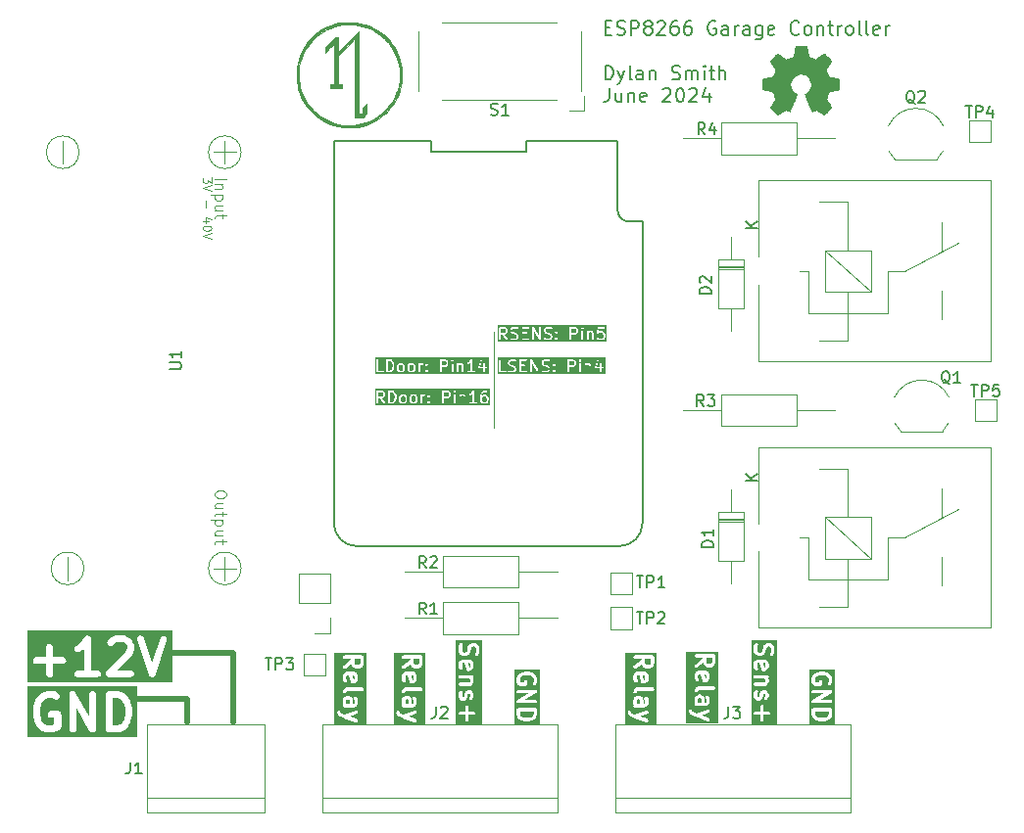
<source format=gbr>
%TF.GenerationSoftware,KiCad,Pcbnew,7.0.11-7.0.11~ubuntu22.04.1*%
%TF.CreationDate,2024-06-03T23:15:10-04:00*%
%TF.ProjectId,GarageDoor,47617261-6765-4446-9f6f-722e6b696361,rev?*%
%TF.SameCoordinates,Original*%
%TF.FileFunction,Legend,Top*%
%TF.FilePolarity,Positive*%
%FSLAX46Y46*%
G04 Gerber Fmt 4.6, Leading zero omitted, Abs format (unit mm)*
G04 Created by KiCad (PCBNEW 7.0.11-7.0.11~ubuntu22.04.1) date 2024-06-03 23:15:10*
%MOMM*%
%LPD*%
G01*
G04 APERTURE LIST*
%ADD10C,0.100000*%
%ADD11C,0.500000*%
%ADD12C,0.150000*%
%ADD13C,0.600000*%
%ADD14C,0.300000*%
%ADD15C,0.200000*%
%ADD16C,0.010000*%
%ADD17C,0.120000*%
G04 APERTURE END LIST*
D10*
X69500000Y-53200000D02*
X69500000Y-61500000D01*
D11*
X38500000Y-85000000D02*
X43000000Y-85000000D01*
X47000000Y-87000000D02*
X47000000Y-81000000D01*
X41500000Y-81000000D02*
X47000000Y-81000000D01*
X43000000Y-87000000D02*
X43000000Y-85000000D01*
D12*
G36*
X60777217Y-58482990D02*
G01*
X60851330Y-58557103D01*
X60889823Y-58634090D01*
X60933207Y-58807624D01*
X60933207Y-58932013D01*
X60889823Y-59105547D01*
X60851329Y-59182534D01*
X60777217Y-59256647D01*
X60662704Y-59294819D01*
X60511779Y-59294819D01*
X60511779Y-58444819D01*
X60662704Y-58444819D01*
X60777217Y-58482990D01*
G37*
G36*
X61773304Y-58812410D02*
G01*
X61803711Y-58842817D01*
X61837969Y-58911333D01*
X61837969Y-59161637D01*
X61803710Y-59230153D01*
X61773303Y-59260561D01*
X61704788Y-59294819D01*
X61597341Y-59294819D01*
X61528825Y-59260561D01*
X61498418Y-59230153D01*
X61464160Y-59161637D01*
X61464160Y-58911333D01*
X61498418Y-58842817D01*
X61528825Y-58812410D01*
X61597341Y-58778152D01*
X61704788Y-58778152D01*
X61773304Y-58812410D01*
G37*
G36*
X62678066Y-58812410D02*
G01*
X62708473Y-58842817D01*
X62742731Y-58911333D01*
X62742731Y-59161637D01*
X62708472Y-59230153D01*
X62678065Y-59260561D01*
X62609550Y-59294819D01*
X62502103Y-59294819D01*
X62433587Y-59260561D01*
X62403180Y-59230153D01*
X62368922Y-59161637D01*
X62368922Y-58911333D01*
X62403180Y-58842817D01*
X62433587Y-58812410D01*
X62502103Y-58778152D01*
X62609550Y-58778152D01*
X62678066Y-58812410D01*
G37*
G36*
X68820923Y-58860029D02*
G01*
X68851330Y-58890436D01*
X68885588Y-58958952D01*
X68885588Y-59161637D01*
X68851329Y-59230153D01*
X68820922Y-59260561D01*
X68752407Y-59294819D01*
X68597341Y-59294819D01*
X68528825Y-59260561D01*
X68498418Y-59230153D01*
X68464160Y-59161637D01*
X68464160Y-58958952D01*
X68498418Y-58890436D01*
X68528825Y-58860029D01*
X68597341Y-58825771D01*
X68752407Y-58825771D01*
X68820923Y-58860029D01*
G37*
G36*
X59868542Y-58479077D02*
G01*
X59898949Y-58509484D01*
X59933207Y-58578000D01*
X59933207Y-58685447D01*
X59898949Y-58753963D01*
X59868542Y-58784370D01*
X59800026Y-58818628D01*
X59511779Y-58818628D01*
X59511779Y-58444819D01*
X59800026Y-58444819D01*
X59868542Y-58479077D01*
G37*
G36*
X65535209Y-58479077D02*
G01*
X65565616Y-58509484D01*
X65599874Y-58578000D01*
X65599874Y-58685447D01*
X65565616Y-58753963D01*
X65535209Y-58784370D01*
X65466693Y-58818628D01*
X65178446Y-58818628D01*
X65178446Y-58444819D01*
X65466693Y-58444819D01*
X65535209Y-58479077D01*
G37*
G36*
X69178445Y-59587676D02*
G01*
X59218922Y-59587676D01*
X59218922Y-59369819D01*
X59361779Y-59369819D01*
X59379326Y-59418028D01*
X59423755Y-59443680D01*
X59474279Y-59434771D01*
X59507256Y-59395471D01*
X59511779Y-59369819D01*
X59511779Y-58968628D01*
X59635825Y-58968628D01*
X59946765Y-59412829D01*
X59988786Y-59442261D01*
X60039894Y-59437797D01*
X60076176Y-59401525D01*
X60078955Y-59369819D01*
X60361779Y-59369819D01*
X60368442Y-59388127D01*
X60371827Y-59407319D01*
X60377011Y-59411669D01*
X60379326Y-59418028D01*
X60396199Y-59427770D01*
X60411127Y-59440296D01*
X60420869Y-59442013D01*
X60423755Y-59443680D01*
X60427037Y-59443101D01*
X60436779Y-59444819D01*
X60674874Y-59444819D01*
X60676412Y-59444258D01*
X60698591Y-59440970D01*
X60841448Y-59393351D01*
X60844960Y-59390563D01*
X60849427Y-59390173D01*
X60870764Y-59375233D01*
X60966003Y-59279993D01*
X60966694Y-59278510D01*
X60980051Y-59260502D01*
X61020631Y-59179342D01*
X61314160Y-59179342D01*
X61315693Y-59183555D01*
X61314652Y-59187916D01*
X61322078Y-59212883D01*
X61369697Y-59308121D01*
X61370885Y-59309246D01*
X61383745Y-59327612D01*
X61431364Y-59375232D01*
X61432845Y-59375922D01*
X61450857Y-59389282D01*
X61546095Y-59436901D01*
X61550548Y-59437413D01*
X61553984Y-59440296D01*
X61579636Y-59444819D01*
X61722493Y-59444819D01*
X61726706Y-59443285D01*
X61731067Y-59444327D01*
X61756034Y-59436901D01*
X61851272Y-59389282D01*
X61852396Y-59388094D01*
X61870765Y-59375232D01*
X61918383Y-59327613D01*
X61919073Y-59326131D01*
X61932432Y-59308121D01*
X61980051Y-59212883D01*
X61980563Y-59208429D01*
X61983446Y-59204994D01*
X61987969Y-59179342D01*
X62218922Y-59179342D01*
X62220455Y-59183555D01*
X62219414Y-59187916D01*
X62226840Y-59212883D01*
X62274459Y-59308121D01*
X62275647Y-59309246D01*
X62288507Y-59327612D01*
X62336126Y-59375232D01*
X62337607Y-59375922D01*
X62355619Y-59389282D01*
X62450857Y-59436901D01*
X62455310Y-59437413D01*
X62458746Y-59440296D01*
X62484398Y-59444819D01*
X62627255Y-59444819D01*
X62631468Y-59443285D01*
X62635829Y-59444327D01*
X62660796Y-59436901D01*
X62756034Y-59389282D01*
X62757158Y-59388094D01*
X62775527Y-59375232D01*
X62780940Y-59369819D01*
X63171303Y-59369819D01*
X63188850Y-59418028D01*
X63233279Y-59443680D01*
X63283803Y-59434771D01*
X63316780Y-59395471D01*
X63321303Y-59369819D01*
X63321303Y-59315664D01*
X63743018Y-59315664D01*
X63748060Y-59334484D01*
X63749759Y-59353896D01*
X63755432Y-59361998D01*
X63756295Y-59365219D01*
X63759026Y-59367131D01*
X63764699Y-59375233D01*
X63812318Y-59422852D01*
X63829976Y-59431085D01*
X63845940Y-59442264D01*
X63849356Y-59441965D01*
X63852327Y-59443680D01*
X63855706Y-59443084D01*
X63858814Y-59444533D01*
X63877633Y-59439490D01*
X63897047Y-59437792D01*
X63900860Y-59435122D01*
X63902851Y-59434771D01*
X63904972Y-59432242D01*
X63905149Y-59432118D01*
X63908369Y-59431256D01*
X63910280Y-59428526D01*
X63918384Y-59422852D01*
X63966003Y-59375233D01*
X63968527Y-59369819D01*
X65028446Y-59369819D01*
X65045993Y-59418028D01*
X65090422Y-59443680D01*
X65140946Y-59434771D01*
X65173923Y-59395471D01*
X65178446Y-59369819D01*
X66028446Y-59369819D01*
X66045993Y-59418028D01*
X66090422Y-59443680D01*
X66140946Y-59434771D01*
X66173923Y-59395471D01*
X66178446Y-59369819D01*
X66504636Y-59369819D01*
X66522183Y-59418028D01*
X66566612Y-59443680D01*
X66617136Y-59434771D01*
X66650113Y-59395471D01*
X66654636Y-59369819D01*
X66654636Y-58829456D01*
X66671682Y-58812410D01*
X66740198Y-58778152D01*
X66847645Y-58778152D01*
X66904686Y-58806672D01*
X66933207Y-58863714D01*
X66933207Y-59369819D01*
X66950754Y-59418028D01*
X66995183Y-59443680D01*
X67045707Y-59434771D01*
X67078684Y-59395471D01*
X67083207Y-59369819D01*
X67083207Y-59356795D01*
X67362918Y-59356795D01*
X67371827Y-59407319D01*
X67411127Y-59440296D01*
X67436779Y-59444819D01*
X68008207Y-59444819D01*
X68056416Y-59427272D01*
X68082068Y-59382843D01*
X68073159Y-59332319D01*
X68033859Y-59299342D01*
X68008207Y-59294819D01*
X67797493Y-59294819D01*
X67797493Y-59179342D01*
X68314160Y-59179342D01*
X68315693Y-59183555D01*
X68314652Y-59187916D01*
X68322078Y-59212883D01*
X68369697Y-59308121D01*
X68370885Y-59309246D01*
X68383745Y-59327612D01*
X68431364Y-59375232D01*
X68432845Y-59375922D01*
X68450857Y-59389282D01*
X68546095Y-59436901D01*
X68550548Y-59437413D01*
X68553984Y-59440296D01*
X68579636Y-59444819D01*
X68770112Y-59444819D01*
X68774325Y-59443285D01*
X68778686Y-59444327D01*
X68803653Y-59436901D01*
X68898891Y-59389282D01*
X68900015Y-59388094D01*
X68918384Y-59375232D01*
X68966002Y-59327613D01*
X68966692Y-59326131D01*
X68980051Y-59308121D01*
X69027670Y-59212883D01*
X69028182Y-59208429D01*
X69031065Y-59204994D01*
X69035588Y-59179342D01*
X69035588Y-58941247D01*
X69034054Y-58937033D01*
X69035096Y-58932672D01*
X69027670Y-58907706D01*
X68980051Y-58812468D01*
X68978861Y-58811342D01*
X68966002Y-58792976D01*
X68918383Y-58745357D01*
X68916901Y-58744666D01*
X68898891Y-58731308D01*
X68803653Y-58683689D01*
X68799199Y-58683176D01*
X68795764Y-58680294D01*
X68770112Y-58675771D01*
X68579636Y-58675771D01*
X68575422Y-58677304D01*
X68571061Y-58676263D01*
X68546095Y-58683689D01*
X68487865Y-58712804D01*
X68506389Y-58638707D01*
X68590301Y-58512838D01*
X68624063Y-58479077D01*
X68692579Y-58444819D01*
X68865350Y-58444819D01*
X68913559Y-58427272D01*
X68939211Y-58382843D01*
X68930302Y-58332319D01*
X68891002Y-58299342D01*
X68865350Y-58294819D01*
X68674874Y-58294819D01*
X68670660Y-58296352D01*
X68666299Y-58295311D01*
X68641333Y-58302737D01*
X68546095Y-58350356D01*
X68544969Y-58351545D01*
X68526603Y-58364405D01*
X68478984Y-58412024D01*
X68477507Y-58415189D01*
X68469613Y-58423454D01*
X68374375Y-58566311D01*
X68374272Y-58566732D01*
X68364018Y-58589724D01*
X68316399Y-58780200D01*
X68316759Y-58783648D01*
X68314160Y-58798390D01*
X68314160Y-59179342D01*
X67797493Y-59179342D01*
X67797493Y-58369819D01*
X67796017Y-58365765D01*
X67797038Y-58361576D01*
X67787390Y-58342063D01*
X67779946Y-58321610D01*
X67776211Y-58319454D01*
X67774300Y-58315587D01*
X67754365Y-58306840D01*
X67735517Y-58295958D01*
X67731269Y-58296706D01*
X67727320Y-58294974D01*
X67706425Y-58301087D01*
X67684993Y-58304867D01*
X67682221Y-58308169D01*
X67678082Y-58309381D01*
X67660089Y-58328216D01*
X67568969Y-58464896D01*
X67487590Y-58546275D01*
X67403238Y-58588451D01*
X67367966Y-58625705D01*
X67364891Y-58676916D01*
X67395455Y-58718121D01*
X67445353Y-58730041D01*
X67470320Y-58722615D01*
X67565558Y-58674996D01*
X67566683Y-58673806D01*
X67585050Y-58660947D01*
X67647493Y-58598504D01*
X67647493Y-59294819D01*
X67436779Y-59294819D01*
X67388570Y-59312366D01*
X67362918Y-59356795D01*
X67083207Y-59356795D01*
X67083207Y-58846009D01*
X67081673Y-58841795D01*
X67082715Y-58837434D01*
X67075289Y-58812468D01*
X67027670Y-58717230D01*
X67019516Y-58709510D01*
X67015050Y-58699206D01*
X66994129Y-58683689D01*
X66898891Y-58636070D01*
X66894437Y-58635557D01*
X66891002Y-58632675D01*
X66865350Y-58628152D01*
X66722493Y-58628152D01*
X66718279Y-58629685D01*
X66713918Y-58628644D01*
X66688952Y-58636070D01*
X66639262Y-58660914D01*
X66637089Y-58654943D01*
X66592660Y-58629291D01*
X66542136Y-58638200D01*
X66509159Y-58677500D01*
X66504636Y-58703152D01*
X66504636Y-59369819D01*
X66178446Y-59369819D01*
X66178446Y-58703152D01*
X66160899Y-58654943D01*
X66116470Y-58629291D01*
X66065946Y-58638200D01*
X66032969Y-58677500D01*
X66028446Y-58703152D01*
X66028446Y-59369819D01*
X65178446Y-59369819D01*
X65178446Y-58968628D01*
X65484398Y-58968628D01*
X65488611Y-58967094D01*
X65492972Y-58968136D01*
X65517939Y-58960710D01*
X65613177Y-58913091D01*
X65614302Y-58911901D01*
X65632669Y-58899042D01*
X65680288Y-58851423D01*
X65680979Y-58849941D01*
X65694337Y-58831931D01*
X65741956Y-58736693D01*
X65742468Y-58732239D01*
X65745351Y-58728804D01*
X65749874Y-58703152D01*
X65749874Y-58560295D01*
X65748340Y-58556081D01*
X65749382Y-58551720D01*
X65741956Y-58526754D01*
X65694337Y-58431516D01*
X65693147Y-58430390D01*
X65680288Y-58412024D01*
X65679166Y-58410902D01*
X65981113Y-58410902D01*
X65986155Y-58429721D01*
X65987854Y-58449134D01*
X65993527Y-58457236D01*
X65994390Y-58460456D01*
X65997120Y-58462367D01*
X66002794Y-58470471D01*
X66050413Y-58518090D01*
X66068071Y-58526323D01*
X66084035Y-58537502D01*
X66087451Y-58537203D01*
X66090422Y-58538918D01*
X66093801Y-58538322D01*
X66096909Y-58539771D01*
X66115728Y-58534728D01*
X66135142Y-58533030D01*
X66138955Y-58530360D01*
X66140946Y-58530009D01*
X66143067Y-58527480D01*
X66143244Y-58527356D01*
X66146464Y-58526494D01*
X66148375Y-58523764D01*
X66156479Y-58518090D01*
X66204098Y-58470471D01*
X66212333Y-58452810D01*
X66223509Y-58436849D01*
X66222919Y-58430107D01*
X66225779Y-58423975D01*
X66220736Y-58405153D01*
X66219038Y-58385742D01*
X66213364Y-58377639D01*
X66212502Y-58374420D01*
X66209772Y-58372508D01*
X66204098Y-58364405D01*
X66156479Y-58316786D01*
X66138818Y-58308551D01*
X66122857Y-58297375D01*
X66119441Y-58297673D01*
X66116470Y-58295958D01*
X66113089Y-58296554D01*
X66109982Y-58295105D01*
X66091160Y-58300147D01*
X66071750Y-58301846D01*
X66067936Y-58304515D01*
X66065946Y-58304867D01*
X66063824Y-58307395D01*
X66063647Y-58307519D01*
X66060428Y-58308382D01*
X66058516Y-58311112D01*
X66050413Y-58316786D01*
X66002794Y-58364405D01*
X65994560Y-58382062D01*
X65983382Y-58398027D01*
X65983972Y-58404770D01*
X65981113Y-58410902D01*
X65679166Y-58410902D01*
X65632669Y-58364405D01*
X65631187Y-58363714D01*
X65613177Y-58350356D01*
X65517939Y-58302737D01*
X65513485Y-58302224D01*
X65510050Y-58299342D01*
X65484398Y-58294819D01*
X65103446Y-58294819D01*
X65085137Y-58301482D01*
X65065946Y-58304867D01*
X65061595Y-58310051D01*
X65055237Y-58312366D01*
X65045494Y-58329239D01*
X65032969Y-58344167D01*
X65031251Y-58353909D01*
X65029585Y-58356795D01*
X65030163Y-58360077D01*
X65028446Y-58369819D01*
X65028446Y-59369819D01*
X63968527Y-59369819D01*
X63974237Y-59357574D01*
X63985414Y-59341612D01*
X63984824Y-59334869D01*
X63987684Y-59328737D01*
X63982641Y-59309918D01*
X63980944Y-59290505D01*
X63975269Y-59282400D01*
X63974407Y-59279182D01*
X63971677Y-59277270D01*
X63966003Y-59269167D01*
X63918385Y-59221548D01*
X63900727Y-59213314D01*
X63884762Y-59202135D01*
X63881345Y-59202433D01*
X63878375Y-59200719D01*
X63874995Y-59201314D01*
X63871888Y-59199866D01*
X63853068Y-59204908D01*
X63833654Y-59206607D01*
X63829840Y-59209277D01*
X63827851Y-59209628D01*
X63825729Y-59212155D01*
X63825551Y-59212280D01*
X63822333Y-59213143D01*
X63820421Y-59215872D01*
X63812317Y-59221548D01*
X63764698Y-59269168D01*
X63756464Y-59286825D01*
X63745287Y-59302789D01*
X63745877Y-59309532D01*
X63743018Y-59315664D01*
X63321303Y-59315664D01*
X63321303Y-58911333D01*
X63355561Y-58842817D01*
X63385968Y-58812410D01*
X63427080Y-58791854D01*
X63743018Y-58791854D01*
X63748060Y-58810673D01*
X63749759Y-58830086D01*
X63755432Y-58838188D01*
X63756295Y-58841408D01*
X63759025Y-58843319D01*
X63764699Y-58851423D01*
X63812318Y-58899042D01*
X63829976Y-58907275D01*
X63845940Y-58918454D01*
X63849356Y-58918155D01*
X63852327Y-58919870D01*
X63855706Y-58919274D01*
X63858814Y-58920723D01*
X63877633Y-58915680D01*
X63897047Y-58913982D01*
X63900860Y-58911312D01*
X63902851Y-58910961D01*
X63904972Y-58908432D01*
X63905149Y-58908308D01*
X63908369Y-58907446D01*
X63910280Y-58904716D01*
X63918384Y-58899042D01*
X63966003Y-58851423D01*
X63974238Y-58833762D01*
X63985414Y-58817801D01*
X63984824Y-58811059D01*
X63987684Y-58804927D01*
X63982641Y-58786105D01*
X63980943Y-58766694D01*
X63975269Y-58758591D01*
X63974407Y-58755372D01*
X63971677Y-58753460D01*
X63966003Y-58745357D01*
X63918384Y-58697738D01*
X63900723Y-58689503D01*
X63884762Y-58678327D01*
X63881346Y-58678625D01*
X63878375Y-58676910D01*
X63874994Y-58677506D01*
X63871887Y-58676057D01*
X63853065Y-58681099D01*
X63833655Y-58682798D01*
X63829841Y-58685467D01*
X63827851Y-58685819D01*
X63825729Y-58688347D01*
X63825552Y-58688471D01*
X63822333Y-58689334D01*
X63820421Y-58692064D01*
X63812318Y-58697738D01*
X63764699Y-58745357D01*
X63756465Y-58763014D01*
X63745287Y-58778979D01*
X63745877Y-58785722D01*
X63743018Y-58791854D01*
X63427080Y-58791854D01*
X63454484Y-58778152D01*
X63532017Y-58778152D01*
X63580226Y-58760605D01*
X63605878Y-58716176D01*
X63596969Y-58665652D01*
X63557669Y-58632675D01*
X63532017Y-58628152D01*
X63436779Y-58628152D01*
X63432565Y-58629685D01*
X63428204Y-58628644D01*
X63403238Y-58636070D01*
X63313261Y-58681058D01*
X63303756Y-58654943D01*
X63259327Y-58629291D01*
X63208803Y-58638200D01*
X63175826Y-58677500D01*
X63171303Y-58703152D01*
X63171303Y-59369819D01*
X62780940Y-59369819D01*
X62823145Y-59327613D01*
X62823835Y-59326131D01*
X62837194Y-59308121D01*
X62884813Y-59212883D01*
X62885325Y-59208429D01*
X62888208Y-59204994D01*
X62892731Y-59179342D01*
X62892731Y-58893628D01*
X62891197Y-58889414D01*
X62892239Y-58885053D01*
X62884813Y-58860087D01*
X62837194Y-58764849D01*
X62836004Y-58763723D01*
X62823145Y-58745357D01*
X62775526Y-58697738D01*
X62774044Y-58697047D01*
X62756034Y-58683689D01*
X62660796Y-58636070D01*
X62656342Y-58635557D01*
X62652907Y-58632675D01*
X62627255Y-58628152D01*
X62484398Y-58628152D01*
X62480184Y-58629685D01*
X62475823Y-58628644D01*
X62450857Y-58636070D01*
X62355619Y-58683689D01*
X62354493Y-58684878D01*
X62336127Y-58697738D01*
X62288508Y-58745357D01*
X62287817Y-58746838D01*
X62274459Y-58764849D01*
X62226840Y-58860087D01*
X62226327Y-58864540D01*
X62223445Y-58867976D01*
X62218922Y-58893628D01*
X62218922Y-59179342D01*
X61987969Y-59179342D01*
X61987969Y-58893628D01*
X61986435Y-58889414D01*
X61987477Y-58885053D01*
X61980051Y-58860087D01*
X61932432Y-58764849D01*
X61931242Y-58763723D01*
X61918383Y-58745357D01*
X61870764Y-58697738D01*
X61869282Y-58697047D01*
X61851272Y-58683689D01*
X61756034Y-58636070D01*
X61751580Y-58635557D01*
X61748145Y-58632675D01*
X61722493Y-58628152D01*
X61579636Y-58628152D01*
X61575422Y-58629685D01*
X61571061Y-58628644D01*
X61546095Y-58636070D01*
X61450857Y-58683689D01*
X61449731Y-58684878D01*
X61431365Y-58697738D01*
X61383746Y-58745357D01*
X61383055Y-58746838D01*
X61369697Y-58764849D01*
X61322078Y-58860087D01*
X61321565Y-58864540D01*
X61318683Y-58867976D01*
X61314160Y-58893628D01*
X61314160Y-59179342D01*
X61020631Y-59179342D01*
X61027670Y-59165264D01*
X61028076Y-59161735D01*
X61033349Y-59149913D01*
X61080968Y-58959437D01*
X61080607Y-58955988D01*
X61083207Y-58941247D01*
X61083207Y-58798390D01*
X61082021Y-58795132D01*
X61080968Y-58780200D01*
X61033349Y-58589724D01*
X61031360Y-58586779D01*
X61027670Y-58574373D01*
X60980051Y-58479135D01*
X60978864Y-58478011D01*
X60966002Y-58459643D01*
X60870764Y-58364405D01*
X60866700Y-58362510D01*
X60864353Y-58358689D01*
X60841448Y-58346287D01*
X60698591Y-58298668D01*
X60696956Y-58298712D01*
X60674874Y-58294819D01*
X60436779Y-58294819D01*
X60418470Y-58301482D01*
X60399279Y-58304867D01*
X60394928Y-58310051D01*
X60388570Y-58312366D01*
X60378827Y-58329239D01*
X60366302Y-58344167D01*
X60364584Y-58353909D01*
X60362918Y-58356795D01*
X60363496Y-58360077D01*
X60361779Y-58369819D01*
X60361779Y-59369819D01*
X60078955Y-59369819D01*
X60080655Y-59350418D01*
X60069650Y-59326810D01*
X59818680Y-58968282D01*
X59821944Y-58967094D01*
X59826305Y-58968136D01*
X59851272Y-58960710D01*
X59946510Y-58913091D01*
X59947635Y-58911901D01*
X59966002Y-58899042D01*
X60013621Y-58851423D01*
X60014312Y-58849941D01*
X60027670Y-58831931D01*
X60075289Y-58736693D01*
X60075801Y-58732239D01*
X60078684Y-58728804D01*
X60083207Y-58703152D01*
X60083207Y-58560295D01*
X60081673Y-58556081D01*
X60082715Y-58551720D01*
X60075289Y-58526754D01*
X60027670Y-58431516D01*
X60026480Y-58430390D01*
X60013621Y-58412024D01*
X59966002Y-58364405D01*
X59964520Y-58363714D01*
X59946510Y-58350356D01*
X59851272Y-58302737D01*
X59846818Y-58302224D01*
X59843383Y-58299342D01*
X59817731Y-58294819D01*
X59436779Y-58294819D01*
X59418470Y-58301482D01*
X59399279Y-58304867D01*
X59394928Y-58310051D01*
X59388570Y-58312366D01*
X59378827Y-58329239D01*
X59366302Y-58344167D01*
X59364584Y-58353909D01*
X59362918Y-58356795D01*
X59363496Y-58360077D01*
X59361779Y-58369819D01*
X59361779Y-59369819D01*
X59218922Y-59369819D01*
X59218922Y-58151962D01*
X69178445Y-58151962D01*
X69178445Y-59587676D01*
G37*
D13*
G36*
X41690079Y-83529959D02*
G01*
X29234559Y-83529959D01*
X29234559Y-81630850D01*
X29663130Y-81630850D01*
X29673302Y-81740630D01*
X29722445Y-81839321D01*
X29803920Y-81913596D01*
X29906725Y-81953423D01*
X29961850Y-81958531D01*
X30804707Y-81958531D01*
X30804707Y-82801388D01*
X30824965Y-82909760D01*
X30883004Y-83003497D01*
X30970985Y-83069937D01*
X31077026Y-83100108D01*
X31186806Y-83089936D01*
X31285497Y-83040793D01*
X31359772Y-82959318D01*
X31399599Y-82856513D01*
X31404707Y-82801388D01*
X31404707Y-81958531D01*
X32247565Y-81958531D01*
X32355937Y-81938273D01*
X32449674Y-81880234D01*
X32516114Y-81792253D01*
X32546285Y-81686212D01*
X32536113Y-81576432D01*
X32486970Y-81477741D01*
X32405495Y-81403466D01*
X32302690Y-81363639D01*
X32247565Y-81358531D01*
X31404707Y-81358531D01*
X31404707Y-80659026D01*
X33233279Y-80659026D01*
X33253717Y-80767365D01*
X33311910Y-80861006D01*
X33400001Y-80927300D01*
X33506091Y-80957297D01*
X33615854Y-80946943D01*
X33667444Y-80926859D01*
X33953157Y-80784001D01*
X33969626Y-80771520D01*
X33988533Y-80763173D01*
X34031125Y-80727805D01*
X34090422Y-80668508D01*
X34090422Y-82501388D01*
X33533279Y-82501388D01*
X33424907Y-82521646D01*
X33331170Y-82579685D01*
X33264730Y-82667666D01*
X33234559Y-82773707D01*
X33244731Y-82883487D01*
X33293874Y-82982178D01*
X33375349Y-83056453D01*
X33478154Y-83096280D01*
X33533279Y-83101388D01*
X35247565Y-83101388D01*
X35355937Y-83081130D01*
X35449674Y-83023091D01*
X35516114Y-82935110D01*
X35546285Y-82829069D01*
X35542436Y-82787533D01*
X35947885Y-82787533D01*
X35954560Y-82835388D01*
X35959017Y-82883487D01*
X35962145Y-82889770D01*
X35963116Y-82896725D01*
X35986627Y-82938936D01*
X36008160Y-82982178D01*
X36013348Y-82986907D01*
X36016765Y-82993042D01*
X36053932Y-83023905D01*
X36089635Y-83056453D01*
X36096182Y-83058989D01*
X36101584Y-83063475D01*
X36147390Y-83078827D01*
X36192440Y-83096280D01*
X36202144Y-83097179D01*
X36206118Y-83098511D01*
X36213055Y-83098190D01*
X36247565Y-83101388D01*
X38104708Y-83101388D01*
X38213080Y-83081130D01*
X38306817Y-83023091D01*
X38373257Y-82935110D01*
X38403428Y-82829069D01*
X38393256Y-82719289D01*
X38344113Y-82620598D01*
X38262638Y-82546323D01*
X38159833Y-82506496D01*
X38104708Y-82501388D01*
X36971829Y-82501388D01*
X38173983Y-81299234D01*
X38197569Y-81264801D01*
X38224178Y-81232651D01*
X38232388Y-81213973D01*
X38236289Y-81208279D01*
X38237897Y-81201439D01*
X38246456Y-81181970D01*
X38389313Y-80753400D01*
X38392134Y-80732926D01*
X38399600Y-80713656D01*
X38404708Y-80658531D01*
X38404708Y-80372816D01*
X38397039Y-80331793D01*
X38393120Y-80290242D01*
X38385718Y-80271229D01*
X38384450Y-80264444D01*
X38380751Y-80258470D01*
X38373036Y-80238652D01*
X38230179Y-79952938D01*
X38217697Y-79936466D01*
X38209350Y-79917561D01*
X38173983Y-79874970D01*
X38141358Y-79842345D01*
X38664660Y-79842345D01*
X38677246Y-79896256D01*
X39677246Y-82896257D01*
X39684273Y-82908922D01*
X39687613Y-82923017D01*
X39710840Y-82956805D01*
X39730735Y-82992661D01*
X39741863Y-83001933D01*
X39750069Y-83013869D01*
X39783932Y-83036983D01*
X39815438Y-83063234D01*
X39829165Y-83067860D01*
X39841127Y-83076025D01*
X39881051Y-83085346D01*
X39919914Y-83098443D01*
X39934384Y-83097797D01*
X39948490Y-83101091D01*
X39989092Y-83095358D01*
X40030054Y-83093532D01*
X40043315Y-83087702D01*
X40057657Y-83085678D01*
X40093439Y-83065670D01*
X40130984Y-83049167D01*
X40141244Y-83038939D01*
X40153885Y-83031872D01*
X40180026Y-83000285D01*
X40209070Y-82971337D01*
X40214942Y-82958096D01*
X40224178Y-82946937D01*
X40246456Y-82896256D01*
X41246456Y-79896256D01*
X41261508Y-79787039D01*
X41236090Y-79679759D01*
X41173634Y-79588906D01*
X41082575Y-79526751D01*
X40975212Y-79501685D01*
X40866045Y-79517097D01*
X40769817Y-79570903D01*
X40699524Y-79655838D01*
X40677246Y-79706519D01*
X39961850Y-81852704D01*
X39246456Y-79706520D01*
X39192967Y-79610115D01*
X39108264Y-79539542D01*
X39003788Y-79504333D01*
X38893648Y-79509244D01*
X38792718Y-79553609D01*
X38714632Y-79631439D01*
X38669933Y-79732221D01*
X38664660Y-79842345D01*
X38141358Y-79842345D01*
X38031126Y-79732113D01*
X38014077Y-79720434D01*
X38000179Y-79705138D01*
X37953158Y-79675917D01*
X37667443Y-79533060D01*
X37627322Y-79521573D01*
X37588404Y-79506496D01*
X37568085Y-79504613D01*
X37561452Y-79502714D01*
X37554457Y-79503350D01*
X37533279Y-79501388D01*
X36818994Y-79501388D01*
X36777970Y-79509056D01*
X36736420Y-79512976D01*
X36717407Y-79520377D01*
X36710622Y-79521646D01*
X36704648Y-79525344D01*
X36684830Y-79533060D01*
X36399115Y-79675917D01*
X36382642Y-79688398D01*
X36363738Y-79696746D01*
X36321147Y-79732113D01*
X36178290Y-79874970D01*
X36115984Y-79965925D01*
X36090742Y-80073247D01*
X36105973Y-80182439D01*
X36159622Y-80278756D01*
X36244441Y-80349189D01*
X36348975Y-80384225D01*
X36459107Y-80379134D01*
X36559963Y-80334601D01*
X36602554Y-80299234D01*
X36710986Y-80190801D01*
X36889814Y-80101388D01*
X37462459Y-80101388D01*
X37641286Y-80190801D01*
X37715295Y-80264810D01*
X37804708Y-80443636D01*
X37804708Y-80609848D01*
X37699641Y-80925047D01*
X36035433Y-82589256D01*
X36008133Y-82629107D01*
X35979016Y-82667666D01*
X35977094Y-82674419D01*
X35973127Y-82680211D01*
X35962065Y-82727240D01*
X35948845Y-82773707D01*
X35949492Y-82780697D01*
X35947885Y-82787533D01*
X35542436Y-82787533D01*
X35536113Y-82719289D01*
X35486970Y-82620598D01*
X35405495Y-82546323D01*
X35302690Y-82506496D01*
X35247565Y-82501388D01*
X34690422Y-82501388D01*
X34690422Y-79801388D01*
X34686233Y-79778983D01*
X34687000Y-79756202D01*
X34676188Y-79725246D01*
X34670164Y-79693016D01*
X34658163Y-79673634D01*
X34650649Y-79652118D01*
X34629389Y-79627162D01*
X34612125Y-79599279D01*
X34593932Y-79585540D01*
X34579154Y-79568193D01*
X34550313Y-79552601D01*
X34524144Y-79532839D01*
X34502220Y-79526601D01*
X34482169Y-79515761D01*
X34449638Y-79511640D01*
X34418103Y-79502668D01*
X34395405Y-79504771D01*
X34372793Y-79501907D01*
X34340975Y-79509814D01*
X34308323Y-79512840D01*
X34287917Y-79523000D01*
X34265799Y-79528498D01*
X34238984Y-79547367D01*
X34209632Y-79561983D01*
X34194275Y-79578827D01*
X34175635Y-79591945D01*
X34140807Y-79634978D01*
X33871571Y-80038831D01*
X33641285Y-80269116D01*
X33399114Y-80390203D01*
X33311243Y-80456788D01*
X33253358Y-80550620D01*
X33233279Y-80659026D01*
X31404707Y-80659026D01*
X31404707Y-80515673D01*
X31384449Y-80407301D01*
X31326410Y-80313564D01*
X31238429Y-80247124D01*
X31132388Y-80216953D01*
X31022608Y-80227125D01*
X30923917Y-80276268D01*
X30849642Y-80357743D01*
X30809815Y-80460548D01*
X30804707Y-80515673D01*
X30804707Y-81358531D01*
X29961850Y-81358531D01*
X29853478Y-81378789D01*
X29759741Y-81436828D01*
X29693301Y-81524809D01*
X29663130Y-81630850D01*
X29234559Y-81630850D01*
X29234559Y-79072817D01*
X41690079Y-79072817D01*
X41690079Y-83529959D01*
G37*
D12*
G36*
X70468542Y-52979077D02*
G01*
X70498949Y-53009484D01*
X70533207Y-53078000D01*
X70533207Y-53185447D01*
X70498949Y-53253963D01*
X70468542Y-53284370D01*
X70400026Y-53318628D01*
X70111779Y-53318628D01*
X70111779Y-52944819D01*
X70400026Y-52944819D01*
X70468542Y-52979077D01*
G37*
G36*
X76563780Y-52979077D02*
G01*
X76594187Y-53009484D01*
X76628445Y-53078000D01*
X76628445Y-53185447D01*
X76594187Y-53253963D01*
X76563780Y-53284370D01*
X76495264Y-53318628D01*
X76207017Y-53318628D01*
X76207017Y-52944819D01*
X76495264Y-52944819D01*
X76563780Y-52979077D01*
G37*
G36*
X79254635Y-54087676D02*
G01*
X69818922Y-54087676D01*
X69818922Y-53869819D01*
X69961779Y-53869819D01*
X69979326Y-53918028D01*
X70023755Y-53943680D01*
X70074279Y-53934771D01*
X70107256Y-53895471D01*
X70111779Y-53869819D01*
X70111779Y-53468628D01*
X70235825Y-53468628D01*
X70546765Y-53912829D01*
X70588786Y-53942261D01*
X70639894Y-53937797D01*
X70676176Y-53901525D01*
X70680655Y-53850418D01*
X70669650Y-53826810D01*
X70418680Y-53468282D01*
X70421944Y-53467094D01*
X70426305Y-53468136D01*
X70451272Y-53460710D01*
X70546510Y-53413091D01*
X70547635Y-53411901D01*
X70566002Y-53399042D01*
X70613621Y-53351423D01*
X70614312Y-53349941D01*
X70627670Y-53331931D01*
X70675289Y-53236693D01*
X70675801Y-53232239D01*
X70678684Y-53228804D01*
X70683207Y-53203152D01*
X70683207Y-53155533D01*
X70914160Y-53155533D01*
X70915693Y-53159746D01*
X70914652Y-53164107D01*
X70922078Y-53189074D01*
X70969697Y-53284312D01*
X70970886Y-53285437D01*
X70983746Y-53303804D01*
X71031365Y-53351423D01*
X71032846Y-53352114D01*
X71050857Y-53365472D01*
X71146095Y-53413091D01*
X71149623Y-53413497D01*
X71161446Y-53418770D01*
X71343936Y-53464392D01*
X71420923Y-53502886D01*
X71451330Y-53533293D01*
X71485588Y-53601809D01*
X71485588Y-53661637D01*
X71451329Y-53730153D01*
X71420922Y-53760561D01*
X71352407Y-53794819D01*
X71144187Y-53794819D01*
X71012877Y-53751049D01*
X70961593Y-53752450D01*
X70923208Y-53786487D01*
X70915683Y-53837236D01*
X70942538Y-53880948D01*
X70965443Y-53893351D01*
X71108299Y-53940970D01*
X71109934Y-53940925D01*
X71132017Y-53944819D01*
X71370112Y-53944819D01*
X71374325Y-53943285D01*
X71378686Y-53944327D01*
X71403653Y-53936901D01*
X71498891Y-53889282D01*
X71500015Y-53888094D01*
X71518384Y-53875232D01*
X71523797Y-53869819D01*
X71914160Y-53869819D01*
X71920823Y-53888127D01*
X71924208Y-53907319D01*
X71929392Y-53911669D01*
X71931707Y-53918028D01*
X71948580Y-53927770D01*
X71963508Y-53940296D01*
X71973250Y-53942013D01*
X71976136Y-53943680D01*
X71979418Y-53943101D01*
X71989160Y-53944819D01*
X72465350Y-53944819D01*
X72513559Y-53927272D01*
X72539211Y-53882843D01*
X72536914Y-53869819D01*
X72818922Y-53869819D01*
X72836469Y-53918028D01*
X72880898Y-53943680D01*
X72931422Y-53934771D01*
X72964399Y-53895471D01*
X72968922Y-53869819D01*
X72968922Y-53152235D01*
X73400232Y-53907030D01*
X73405525Y-53911511D01*
X73407897Y-53918028D01*
X73424634Y-53927691D01*
X73439385Y-53940181D01*
X73446319Y-53940211D01*
X73452326Y-53943680D01*
X73471359Y-53940323D01*
X73490687Y-53940410D01*
X73496020Y-53935975D01*
X73502850Y-53934771D01*
X73515274Y-53919964D01*
X73530134Y-53907608D01*
X73531368Y-53900784D01*
X73535827Y-53895471D01*
X73540350Y-53869819D01*
X73540350Y-53155533D01*
X73818922Y-53155533D01*
X73820455Y-53159746D01*
X73819414Y-53164107D01*
X73826840Y-53189074D01*
X73874459Y-53284312D01*
X73875648Y-53285437D01*
X73888508Y-53303804D01*
X73936127Y-53351423D01*
X73937608Y-53352114D01*
X73955619Y-53365472D01*
X74050857Y-53413091D01*
X74054385Y-53413497D01*
X74066208Y-53418770D01*
X74248698Y-53464392D01*
X74325685Y-53502886D01*
X74356092Y-53533293D01*
X74390350Y-53601809D01*
X74390350Y-53661637D01*
X74356091Y-53730153D01*
X74325684Y-53760561D01*
X74257169Y-53794819D01*
X74048949Y-53794819D01*
X73917639Y-53751049D01*
X73866355Y-53752450D01*
X73827970Y-53786487D01*
X73820445Y-53837236D01*
X73847300Y-53880948D01*
X73870205Y-53893351D01*
X74013061Y-53940970D01*
X74014696Y-53940925D01*
X74036779Y-53944819D01*
X74274874Y-53944819D01*
X74279087Y-53943285D01*
X74283448Y-53944327D01*
X74308415Y-53936901D01*
X74403653Y-53889282D01*
X74404777Y-53888094D01*
X74423146Y-53875232D01*
X74470764Y-53827613D01*
X74471454Y-53826131D01*
X74479218Y-53815664D01*
X74771589Y-53815664D01*
X74776631Y-53834484D01*
X74778330Y-53853896D01*
X74784003Y-53861998D01*
X74784866Y-53865219D01*
X74787597Y-53867131D01*
X74793270Y-53875233D01*
X74840889Y-53922852D01*
X74858547Y-53931085D01*
X74874511Y-53942264D01*
X74877927Y-53941965D01*
X74880898Y-53943680D01*
X74884277Y-53943084D01*
X74887385Y-53944533D01*
X74906204Y-53939490D01*
X74925618Y-53937792D01*
X74929431Y-53935122D01*
X74931422Y-53934771D01*
X74933543Y-53932242D01*
X74933720Y-53932118D01*
X74936940Y-53931256D01*
X74938851Y-53928526D01*
X74946955Y-53922852D01*
X74994574Y-53875233D01*
X74997098Y-53869819D01*
X76057017Y-53869819D01*
X76074564Y-53918028D01*
X76118993Y-53943680D01*
X76169517Y-53934771D01*
X76202494Y-53895471D01*
X76207017Y-53869819D01*
X77057017Y-53869819D01*
X77074564Y-53918028D01*
X77118993Y-53943680D01*
X77169517Y-53934771D01*
X77202494Y-53895471D01*
X77207017Y-53869819D01*
X77533207Y-53869819D01*
X77550754Y-53918028D01*
X77595183Y-53943680D01*
X77645707Y-53934771D01*
X77678684Y-53895471D01*
X77683207Y-53869819D01*
X77683207Y-53329456D01*
X77700253Y-53312410D01*
X77768769Y-53278152D01*
X77876216Y-53278152D01*
X77933257Y-53306672D01*
X77961778Y-53363714D01*
X77961778Y-53869819D01*
X77979325Y-53918028D01*
X78023754Y-53943680D01*
X78074278Y-53934771D01*
X78107255Y-53895471D01*
X78111778Y-53869819D01*
X78111778Y-53346009D01*
X78110244Y-53341795D01*
X78110799Y-53339473D01*
X78390636Y-53339473D01*
X78397154Y-53363800D01*
X78403385Y-53388262D01*
X78403785Y-53388549D01*
X78403913Y-53389027D01*
X78424547Y-53403475D01*
X78445041Y-53418208D01*
X78445534Y-53418170D01*
X78445939Y-53418454D01*
X78471042Y-53416257D01*
X78496201Y-53414370D01*
X78496554Y-53414024D01*
X78497046Y-53413982D01*
X78518383Y-53399042D01*
X78557396Y-53360029D01*
X78625912Y-53325771D01*
X78828597Y-53325771D01*
X78897113Y-53360029D01*
X78927520Y-53390436D01*
X78961778Y-53458952D01*
X78961778Y-53661637D01*
X78927519Y-53730153D01*
X78897112Y-53760561D01*
X78828597Y-53794819D01*
X78625912Y-53794819D01*
X78557396Y-53760561D01*
X78518384Y-53721548D01*
X78471887Y-53699866D01*
X78422332Y-53713143D01*
X78392906Y-53755168D01*
X78397376Y-53806275D01*
X78412316Y-53827612D01*
X78459935Y-53875232D01*
X78461416Y-53875922D01*
X78479428Y-53889282D01*
X78574666Y-53936901D01*
X78579119Y-53937413D01*
X78582555Y-53940296D01*
X78608207Y-53944819D01*
X78846302Y-53944819D01*
X78850515Y-53943285D01*
X78854876Y-53944327D01*
X78879843Y-53936901D01*
X78975081Y-53889282D01*
X78976205Y-53888094D01*
X78994574Y-53875232D01*
X79042192Y-53827613D01*
X79042882Y-53826131D01*
X79056241Y-53808121D01*
X79103860Y-53712883D01*
X79104372Y-53708429D01*
X79107255Y-53704994D01*
X79111778Y-53679342D01*
X79111778Y-53441247D01*
X79110244Y-53437033D01*
X79111286Y-53432672D01*
X79103860Y-53407706D01*
X79056241Y-53312468D01*
X79055051Y-53311342D01*
X79042192Y-53292976D01*
X78994573Y-53245357D01*
X78993091Y-53244666D01*
X78975081Y-53231308D01*
X78879843Y-53183689D01*
X78875389Y-53183176D01*
X78871954Y-53180294D01*
X78846302Y-53175771D01*
X78608207Y-53175771D01*
X78603993Y-53177304D01*
X78599632Y-53176263D01*
X78574666Y-53183689D01*
X78556024Y-53193009D01*
X78580843Y-52944819D01*
X78989159Y-52944819D01*
X79037368Y-52927272D01*
X79063020Y-52882843D01*
X79054111Y-52832319D01*
X79014811Y-52799342D01*
X78989159Y-52794819D01*
X78512969Y-52794819D01*
X78498001Y-52800266D01*
X78482118Y-52801458D01*
X78474611Y-52808780D01*
X78464760Y-52812366D01*
X78456796Y-52826159D01*
X78445394Y-52837282D01*
X78440662Y-52854102D01*
X78439108Y-52856795D01*
X78439415Y-52858537D01*
X78438341Y-52862356D01*
X78390722Y-53338546D01*
X78390844Y-53339026D01*
X78390636Y-53339473D01*
X78110799Y-53339473D01*
X78111286Y-53337434D01*
X78103860Y-53312468D01*
X78056241Y-53217230D01*
X78048087Y-53209510D01*
X78043621Y-53199206D01*
X78022700Y-53183689D01*
X77927462Y-53136070D01*
X77923008Y-53135557D01*
X77919573Y-53132675D01*
X77893921Y-53128152D01*
X77751064Y-53128152D01*
X77746850Y-53129685D01*
X77742489Y-53128644D01*
X77717523Y-53136070D01*
X77667833Y-53160914D01*
X77665660Y-53154943D01*
X77621231Y-53129291D01*
X77570707Y-53138200D01*
X77537730Y-53177500D01*
X77533207Y-53203152D01*
X77533207Y-53869819D01*
X77207017Y-53869819D01*
X77207017Y-53203152D01*
X77189470Y-53154943D01*
X77145041Y-53129291D01*
X77094517Y-53138200D01*
X77061540Y-53177500D01*
X77057017Y-53203152D01*
X77057017Y-53869819D01*
X76207017Y-53869819D01*
X76207017Y-53468628D01*
X76512969Y-53468628D01*
X76517182Y-53467094D01*
X76521543Y-53468136D01*
X76546510Y-53460710D01*
X76641748Y-53413091D01*
X76642873Y-53411901D01*
X76661240Y-53399042D01*
X76708859Y-53351423D01*
X76709550Y-53349941D01*
X76722908Y-53331931D01*
X76770527Y-53236693D01*
X76771039Y-53232239D01*
X76773922Y-53228804D01*
X76778445Y-53203152D01*
X76778445Y-53060295D01*
X76776911Y-53056081D01*
X76777953Y-53051720D01*
X76770527Y-53026754D01*
X76722908Y-52931516D01*
X76721718Y-52930390D01*
X76708859Y-52912024D01*
X76707737Y-52910902D01*
X77009684Y-52910902D01*
X77014726Y-52929721D01*
X77016425Y-52949134D01*
X77022098Y-52957236D01*
X77022961Y-52960456D01*
X77025691Y-52962367D01*
X77031365Y-52970471D01*
X77078984Y-53018090D01*
X77096642Y-53026323D01*
X77112606Y-53037502D01*
X77116022Y-53037203D01*
X77118993Y-53038918D01*
X77122372Y-53038322D01*
X77125480Y-53039771D01*
X77144299Y-53034728D01*
X77163713Y-53033030D01*
X77167526Y-53030360D01*
X77169517Y-53030009D01*
X77171638Y-53027480D01*
X77171815Y-53027356D01*
X77175035Y-53026494D01*
X77176946Y-53023764D01*
X77185050Y-53018090D01*
X77232669Y-52970471D01*
X77240904Y-52952810D01*
X77252080Y-52936849D01*
X77251490Y-52930107D01*
X77254350Y-52923975D01*
X77249307Y-52905153D01*
X77247609Y-52885742D01*
X77241935Y-52877639D01*
X77241073Y-52874420D01*
X77238343Y-52872508D01*
X77232669Y-52864405D01*
X77185050Y-52816786D01*
X77167389Y-52808551D01*
X77151428Y-52797375D01*
X77148012Y-52797673D01*
X77145041Y-52795958D01*
X77141660Y-52796554D01*
X77138553Y-52795105D01*
X77119731Y-52800147D01*
X77100321Y-52801846D01*
X77096507Y-52804515D01*
X77094517Y-52804867D01*
X77092395Y-52807395D01*
X77092218Y-52807519D01*
X77088999Y-52808382D01*
X77087087Y-52811112D01*
X77078984Y-52816786D01*
X77031365Y-52864405D01*
X77023131Y-52882062D01*
X77011953Y-52898027D01*
X77012543Y-52904770D01*
X77009684Y-52910902D01*
X76707737Y-52910902D01*
X76661240Y-52864405D01*
X76659758Y-52863714D01*
X76641748Y-52850356D01*
X76546510Y-52802737D01*
X76542056Y-52802224D01*
X76538621Y-52799342D01*
X76512969Y-52794819D01*
X76132017Y-52794819D01*
X76113708Y-52801482D01*
X76094517Y-52804867D01*
X76090166Y-52810051D01*
X76083808Y-52812366D01*
X76074065Y-52829239D01*
X76061540Y-52844167D01*
X76059822Y-52853909D01*
X76058156Y-52856795D01*
X76058734Y-52860077D01*
X76057017Y-52869819D01*
X76057017Y-53869819D01*
X74997098Y-53869819D01*
X75002808Y-53857574D01*
X75013985Y-53841612D01*
X75013395Y-53834869D01*
X75016255Y-53828737D01*
X75011212Y-53809918D01*
X75009515Y-53790505D01*
X75003840Y-53782400D01*
X75002978Y-53779182D01*
X75000248Y-53777270D01*
X74994574Y-53769167D01*
X74946956Y-53721548D01*
X74929298Y-53713314D01*
X74913333Y-53702135D01*
X74909916Y-53702433D01*
X74906946Y-53700719D01*
X74903566Y-53701314D01*
X74900459Y-53699866D01*
X74881639Y-53704908D01*
X74862225Y-53706607D01*
X74858411Y-53709277D01*
X74856422Y-53709628D01*
X74854300Y-53712155D01*
X74854122Y-53712280D01*
X74850904Y-53713143D01*
X74848992Y-53715872D01*
X74840888Y-53721548D01*
X74793269Y-53769168D01*
X74785035Y-53786825D01*
X74773858Y-53802789D01*
X74774448Y-53809532D01*
X74771589Y-53815664D01*
X74479218Y-53815664D01*
X74484813Y-53808121D01*
X74532432Y-53712883D01*
X74532944Y-53708429D01*
X74535827Y-53704994D01*
X74540350Y-53679342D01*
X74540350Y-53584104D01*
X74538816Y-53579890D01*
X74539858Y-53575529D01*
X74532432Y-53550563D01*
X74484813Y-53455325D01*
X74483623Y-53454199D01*
X74470764Y-53435833D01*
X74423145Y-53388214D01*
X74421663Y-53387523D01*
X74403653Y-53374165D01*
X74308415Y-53326546D01*
X74304886Y-53326139D01*
X74293064Y-53320867D01*
X74177013Y-53291854D01*
X74771589Y-53291854D01*
X74776631Y-53310673D01*
X74778330Y-53330086D01*
X74784003Y-53338188D01*
X74784866Y-53341408D01*
X74787596Y-53343319D01*
X74793270Y-53351423D01*
X74840889Y-53399042D01*
X74858547Y-53407275D01*
X74874511Y-53418454D01*
X74877927Y-53418155D01*
X74880898Y-53419870D01*
X74884277Y-53419274D01*
X74887385Y-53420723D01*
X74906204Y-53415680D01*
X74925618Y-53413982D01*
X74929431Y-53411312D01*
X74931422Y-53410961D01*
X74933543Y-53408432D01*
X74933720Y-53408308D01*
X74936940Y-53407446D01*
X74938851Y-53404716D01*
X74946955Y-53399042D01*
X74994574Y-53351423D01*
X75002809Y-53333762D01*
X75013985Y-53317801D01*
X75013395Y-53311059D01*
X75016255Y-53304927D01*
X75011212Y-53286105D01*
X75009514Y-53266694D01*
X75003840Y-53258591D01*
X75002978Y-53255372D01*
X75000248Y-53253460D01*
X74994574Y-53245357D01*
X74946955Y-53197738D01*
X74929294Y-53189503D01*
X74913333Y-53178327D01*
X74909917Y-53178625D01*
X74906946Y-53176910D01*
X74903565Y-53177506D01*
X74900458Y-53176057D01*
X74881636Y-53181099D01*
X74862226Y-53182798D01*
X74858412Y-53185467D01*
X74856422Y-53185819D01*
X74854300Y-53188347D01*
X74854123Y-53188471D01*
X74850904Y-53189334D01*
X74848992Y-53192064D01*
X74840889Y-53197738D01*
X74793270Y-53245357D01*
X74785036Y-53263014D01*
X74773858Y-53278979D01*
X74774448Y-53285722D01*
X74771589Y-53291854D01*
X74177013Y-53291854D01*
X74110574Y-53275244D01*
X74033587Y-53236751D01*
X74003180Y-53206344D01*
X73968922Y-53137828D01*
X73968922Y-53078000D01*
X74003180Y-53009484D01*
X74033587Y-52979077D01*
X74102103Y-52944819D01*
X74310323Y-52944819D01*
X74441632Y-52988589D01*
X74492916Y-52987188D01*
X74531302Y-52953150D01*
X74538827Y-52902402D01*
X74511972Y-52858689D01*
X74489067Y-52846287D01*
X74346210Y-52798668D01*
X74344575Y-52798712D01*
X74322493Y-52794819D01*
X74084398Y-52794819D01*
X74080184Y-52796352D01*
X74075823Y-52795311D01*
X74050857Y-52802737D01*
X73955619Y-52850356D01*
X73954493Y-52851545D01*
X73936127Y-52864405D01*
X73888508Y-52912024D01*
X73887817Y-52913505D01*
X73874459Y-52931516D01*
X73826840Y-53026754D01*
X73826327Y-53031207D01*
X73823445Y-53034643D01*
X73818922Y-53060295D01*
X73818922Y-53155533D01*
X73540350Y-53155533D01*
X73540350Y-52869819D01*
X73522803Y-52821610D01*
X73478374Y-52795958D01*
X73427850Y-52804867D01*
X73394873Y-52844167D01*
X73390350Y-52869819D01*
X73390350Y-53587402D01*
X72959040Y-52832609D01*
X72953747Y-52828127D01*
X72951375Y-52821610D01*
X72934635Y-52811945D01*
X72919887Y-52799457D01*
X72912952Y-52799426D01*
X72906946Y-52795958D01*
X72887912Y-52799314D01*
X72868585Y-52799228D01*
X72863251Y-52803662D01*
X72856422Y-52804867D01*
X72843997Y-52819673D01*
X72829138Y-52832030D01*
X72827903Y-52838853D01*
X72823445Y-52844167D01*
X72818922Y-52869819D01*
X72818922Y-53869819D01*
X72536914Y-53869819D01*
X72530302Y-53832319D01*
X72491002Y-53799342D01*
X72465350Y-53794819D01*
X72064160Y-53794819D01*
X72064160Y-53421009D01*
X72322493Y-53421009D01*
X72370702Y-53403462D01*
X72396354Y-53359033D01*
X72387445Y-53308509D01*
X72348145Y-53275532D01*
X72322493Y-53271009D01*
X72064160Y-53271009D01*
X72064160Y-52944819D01*
X72465350Y-52944819D01*
X72513559Y-52927272D01*
X72539211Y-52882843D01*
X72530302Y-52832319D01*
X72491002Y-52799342D01*
X72465350Y-52794819D01*
X71989160Y-52794819D01*
X71970851Y-52801482D01*
X71951660Y-52804867D01*
X71947309Y-52810051D01*
X71940951Y-52812366D01*
X71931208Y-52829239D01*
X71918683Y-52844167D01*
X71916965Y-52853909D01*
X71915299Y-52856795D01*
X71915877Y-52860077D01*
X71914160Y-52869819D01*
X71914160Y-53869819D01*
X71523797Y-53869819D01*
X71566002Y-53827613D01*
X71566692Y-53826131D01*
X71580051Y-53808121D01*
X71627670Y-53712883D01*
X71628182Y-53708429D01*
X71631065Y-53704994D01*
X71635588Y-53679342D01*
X71635588Y-53584104D01*
X71634054Y-53579890D01*
X71635096Y-53575529D01*
X71627670Y-53550563D01*
X71580051Y-53455325D01*
X71578861Y-53454199D01*
X71566002Y-53435833D01*
X71518383Y-53388214D01*
X71516901Y-53387523D01*
X71498891Y-53374165D01*
X71403653Y-53326546D01*
X71400124Y-53326139D01*
X71388302Y-53320867D01*
X71205812Y-53275244D01*
X71128825Y-53236751D01*
X71098418Y-53206344D01*
X71064160Y-53137828D01*
X71064160Y-53078000D01*
X71098418Y-53009484D01*
X71128825Y-52979077D01*
X71197341Y-52944819D01*
X71405561Y-52944819D01*
X71536870Y-52988589D01*
X71588154Y-52987188D01*
X71626540Y-52953150D01*
X71634065Y-52902402D01*
X71607210Y-52858689D01*
X71584305Y-52846287D01*
X71441448Y-52798668D01*
X71439813Y-52798712D01*
X71417731Y-52794819D01*
X71179636Y-52794819D01*
X71175422Y-52796352D01*
X71171061Y-52795311D01*
X71146095Y-52802737D01*
X71050857Y-52850356D01*
X71049731Y-52851545D01*
X71031365Y-52864405D01*
X70983746Y-52912024D01*
X70983055Y-52913505D01*
X70969697Y-52931516D01*
X70922078Y-53026754D01*
X70921565Y-53031207D01*
X70918683Y-53034643D01*
X70914160Y-53060295D01*
X70914160Y-53155533D01*
X70683207Y-53155533D01*
X70683207Y-53060295D01*
X70681673Y-53056081D01*
X70682715Y-53051720D01*
X70675289Y-53026754D01*
X70627670Y-52931516D01*
X70626480Y-52930390D01*
X70613621Y-52912024D01*
X70566002Y-52864405D01*
X70564520Y-52863714D01*
X70546510Y-52850356D01*
X70451272Y-52802737D01*
X70446818Y-52802224D01*
X70443383Y-52799342D01*
X70417731Y-52794819D01*
X70036779Y-52794819D01*
X70018470Y-52801482D01*
X69999279Y-52804867D01*
X69994928Y-52810051D01*
X69988570Y-52812366D01*
X69978827Y-52829239D01*
X69966302Y-52844167D01*
X69964584Y-52853909D01*
X69962918Y-52856795D01*
X69963496Y-52860077D01*
X69961779Y-52869819D01*
X69961779Y-53869819D01*
X69818922Y-53869819D01*
X69818922Y-52651962D01*
X79254635Y-52651962D01*
X79254635Y-54087676D01*
G37*
D14*
G36*
X67415938Y-81894884D02*
G01*
X67449171Y-81961349D01*
X67449171Y-82176242D01*
X67415939Y-82242706D01*
X67363587Y-82268882D01*
X67282141Y-81861653D01*
X67349475Y-81861653D01*
X67415938Y-81894884D01*
G37*
G36*
X68463457Y-87147368D02*
G01*
X66234885Y-87147368D01*
X66234885Y-86211653D01*
X66449171Y-86211653D01*
X66469267Y-86286653D01*
X66524171Y-86341557D01*
X66599171Y-86361653D01*
X67020600Y-86361653D01*
X67020600Y-86783082D01*
X67040696Y-86858082D01*
X67095600Y-86912986D01*
X67170600Y-86933082D01*
X67245600Y-86912986D01*
X67300504Y-86858082D01*
X67320600Y-86783082D01*
X67320600Y-86361653D01*
X67742028Y-86361653D01*
X67817028Y-86341557D01*
X67871932Y-86286653D01*
X67892028Y-86211653D01*
X67871932Y-86136653D01*
X67817028Y-86081749D01*
X67742028Y-86061653D01*
X67320600Y-86061653D01*
X67320600Y-85640224D01*
X67300504Y-85565224D01*
X67245600Y-85510320D01*
X67170600Y-85490224D01*
X67095600Y-85510320D01*
X67040696Y-85565224D01*
X67020600Y-85640224D01*
X67020600Y-86061653D01*
X66599171Y-86061653D01*
X66524171Y-86081749D01*
X66469267Y-86136653D01*
X66449171Y-86211653D01*
X66234885Y-86211653D01*
X66234885Y-84783081D01*
X66449171Y-84783081D01*
X66458094Y-84816382D01*
X66465007Y-84850163D01*
X66536436Y-84993020D01*
X66542522Y-84999883D01*
X66545423Y-85008586D01*
X66567963Y-85028574D01*
X66587952Y-85051115D01*
X66596654Y-85054015D01*
X66603518Y-85060102D01*
X66746374Y-85131531D01*
X66780156Y-85138444D01*
X66813457Y-85147367D01*
X66884885Y-85147367D01*
X66918186Y-85138443D01*
X66951967Y-85131531D01*
X67094824Y-85060102D01*
X67101687Y-85054015D01*
X67110390Y-85051115D01*
X67130378Y-85028574D01*
X67152919Y-85008586D01*
X67155819Y-84999883D01*
X67161906Y-84993020D01*
X67233335Y-84850164D01*
X67240248Y-84816381D01*
X67249171Y-84783081D01*
X67249171Y-84604206D01*
X67282403Y-84537741D01*
X67348867Y-84504510D01*
X67349475Y-84504510D01*
X67415938Y-84537741D01*
X67449171Y-84604206D01*
X67449171Y-84747670D01*
X67393578Y-84858856D01*
X67378011Y-84934925D01*
X67402565Y-85008586D01*
X67460660Y-85060102D01*
X67536729Y-85075669D01*
X67610390Y-85051115D01*
X67661906Y-84993020D01*
X67733335Y-84850164D01*
X67740248Y-84816381D01*
X67749171Y-84783081D01*
X67749171Y-84568796D01*
X67740247Y-84535494D01*
X67733335Y-84501714D01*
X67661906Y-84358856D01*
X67655820Y-84351993D01*
X67652919Y-84343289D01*
X67630378Y-84323301D01*
X67610391Y-84300761D01*
X67601686Y-84297859D01*
X67594824Y-84291774D01*
X67451967Y-84220346D01*
X67418188Y-84213433D01*
X67384885Y-84204510D01*
X67313457Y-84204510D01*
X67280151Y-84213434D01*
X67246376Y-84220346D01*
X67103518Y-84291774D01*
X67096655Y-84297859D01*
X67087951Y-84300761D01*
X67067963Y-84323301D01*
X67045423Y-84343289D01*
X67042521Y-84351993D01*
X67036436Y-84358856D01*
X66965007Y-84501714D01*
X66958094Y-84535494D01*
X66949171Y-84568796D01*
X66949171Y-84747670D01*
X66915939Y-84814134D01*
X66849475Y-84847367D01*
X66848867Y-84847367D01*
X66782403Y-84814135D01*
X66749171Y-84747670D01*
X66749171Y-84532777D01*
X66804764Y-84421593D01*
X66820331Y-84345523D01*
X66795777Y-84271862D01*
X66737682Y-84220346D01*
X66661613Y-84204779D01*
X66587952Y-84229333D01*
X66536436Y-84287428D01*
X66465007Y-84430285D01*
X66458094Y-84464065D01*
X66449171Y-84497367D01*
X66449171Y-84783081D01*
X66234885Y-84783081D01*
X66234885Y-83711653D01*
X66449171Y-83711653D01*
X66469267Y-83786653D01*
X66524171Y-83841557D01*
X66599171Y-83861653D01*
X67384885Y-83861653D01*
X67418186Y-83852729D01*
X67451967Y-83845817D01*
X67594824Y-83774388D01*
X67601687Y-83768301D01*
X67610390Y-83765401D01*
X67630378Y-83742860D01*
X67652919Y-83722872D01*
X67655819Y-83714169D01*
X67661906Y-83707306D01*
X67733335Y-83564450D01*
X67740248Y-83530667D01*
X67749171Y-83497367D01*
X67749171Y-83283081D01*
X67740248Y-83249780D01*
X67733335Y-83215998D01*
X67707847Y-83165022D01*
X67729075Y-83143795D01*
X67749171Y-83068795D01*
X67729075Y-82993795D01*
X67674171Y-82938891D01*
X67599171Y-82918795D01*
X66599171Y-82918795D01*
X66524171Y-82938891D01*
X66469267Y-82993795D01*
X66449171Y-83068795D01*
X66469267Y-83143795D01*
X66524171Y-83198699D01*
X66599171Y-83218795D01*
X67394181Y-83218795D01*
X67404463Y-83229077D01*
X67449171Y-83318491D01*
X67449171Y-83461956D01*
X67415939Y-83528420D01*
X67349475Y-83561653D01*
X66599171Y-83561653D01*
X66524171Y-83581749D01*
X66469267Y-83636653D01*
X66449171Y-83711653D01*
X66234885Y-83711653D01*
X66234885Y-82211653D01*
X66449171Y-82211653D01*
X66458094Y-82244954D01*
X66465007Y-82278735D01*
X66536436Y-82421592D01*
X66587952Y-82479687D01*
X66661613Y-82504241D01*
X66737682Y-82488674D01*
X66795777Y-82437158D01*
X66820331Y-82363497D01*
X66804764Y-82287427D01*
X66749171Y-82176242D01*
X66749171Y-81961349D01*
X66782403Y-81894884D01*
X66848867Y-81861653D01*
X66976201Y-81861653D01*
X67094941Y-82455357D01*
X67105789Y-82477297D01*
X67112124Y-82500939D01*
X67122715Y-82511530D01*
X67129355Y-82524959D01*
X67149721Y-82538536D01*
X67167028Y-82555843D01*
X67181497Y-82559720D01*
X67193961Y-82568029D01*
X67218385Y-82569604D01*
X67242028Y-82575939D01*
X67384885Y-82575939D01*
X67418186Y-82567015D01*
X67451967Y-82560103D01*
X67594824Y-82488674D01*
X67601687Y-82482587D01*
X67610390Y-82479687D01*
X67630378Y-82457146D01*
X67652919Y-82437158D01*
X67655819Y-82428455D01*
X67661906Y-82421592D01*
X67733335Y-82278736D01*
X67740248Y-82244953D01*
X67749171Y-82211653D01*
X67749171Y-81925939D01*
X67740247Y-81892637D01*
X67733335Y-81858857D01*
X67661906Y-81715999D01*
X67655820Y-81709136D01*
X67652919Y-81700432D01*
X67630378Y-81680444D01*
X67610391Y-81657904D01*
X67601686Y-81655002D01*
X67594824Y-81648917D01*
X67451967Y-81577489D01*
X67418188Y-81570576D01*
X67384885Y-81561653D01*
X66813457Y-81561653D01*
X66780151Y-81570577D01*
X66746376Y-81577489D01*
X66603518Y-81648917D01*
X66596655Y-81655002D01*
X66587951Y-81657904D01*
X66567963Y-81680444D01*
X66545423Y-81700432D01*
X66542521Y-81709136D01*
X66536436Y-81715999D01*
X66465007Y-81858857D01*
X66458094Y-81892637D01*
X66449171Y-81925939D01*
X66449171Y-82211653D01*
X66234885Y-82211653D01*
X66234885Y-80854510D01*
X66449171Y-80854510D01*
X66458094Y-80887811D01*
X66465007Y-80921592D01*
X66536436Y-81064450D01*
X66552459Y-81082519D01*
X66564534Y-81103434D01*
X66635962Y-81174862D01*
X66656877Y-81186937D01*
X66674946Y-81202960D01*
X66817802Y-81274389D01*
X66851584Y-81281302D01*
X66884885Y-81290225D01*
X67027742Y-81290225D01*
X67061043Y-81281301D01*
X67094824Y-81274389D01*
X67237682Y-81202960D01*
X67255751Y-81186936D01*
X67276666Y-81174862D01*
X67348094Y-81103434D01*
X67360168Y-81082519D01*
X67376192Y-81064450D01*
X67447621Y-80921592D01*
X67450941Y-80905367D01*
X67458978Y-80890890D01*
X67526411Y-80621152D01*
X67579592Y-80514791D01*
X67616597Y-80477787D01*
X67706009Y-80433082D01*
X67778047Y-80433082D01*
X67867458Y-80477787D01*
X67904463Y-80514792D01*
X67949171Y-80604206D01*
X67949171Y-80901596D01*
X67885440Y-81092791D01*
X67880787Y-81170297D01*
X67915511Y-81239746D01*
X67980308Y-81282527D01*
X68057814Y-81287180D01*
X68127263Y-81252456D01*
X68170044Y-81187659D01*
X68241473Y-80973374D01*
X68242920Y-80949267D01*
X68249171Y-80925939D01*
X68249171Y-80568796D01*
X68240248Y-80535495D01*
X68233335Y-80501713D01*
X68161906Y-80358857D01*
X68145883Y-80340788D01*
X68133809Y-80319874D01*
X68062381Y-80248445D01*
X68041465Y-80236369D01*
X68023396Y-80220346D01*
X67880539Y-80148918D01*
X67846760Y-80142005D01*
X67813457Y-80133082D01*
X67670600Y-80133082D01*
X67637303Y-80142003D01*
X67603519Y-80148917D01*
X67460661Y-80220346D01*
X67442592Y-80236367D01*
X67421675Y-80248445D01*
X67350247Y-80319874D01*
X67338172Y-80340788D01*
X67322150Y-80358857D01*
X67250721Y-80501714D01*
X67247400Y-80517938D01*
X67239364Y-80532416D01*
X67171929Y-80802154D01*
X67118750Y-80908514D01*
X67081746Y-80945518D01*
X66992332Y-80990225D01*
X66920295Y-80990225D01*
X66830882Y-80945518D01*
X66793878Y-80908514D01*
X66749171Y-80819100D01*
X66749171Y-80521708D01*
X66812902Y-80330517D01*
X66817555Y-80253011D01*
X66782831Y-80183562D01*
X66718034Y-80140780D01*
X66640528Y-80136127D01*
X66571079Y-80170852D01*
X66528297Y-80235648D01*
X66456869Y-80449934D01*
X66455421Y-80474039D01*
X66449171Y-80497368D01*
X66449171Y-80854510D01*
X66234885Y-80854510D01*
X66234885Y-79918796D01*
X68463457Y-79918796D01*
X68463457Y-87147368D01*
G37*
D15*
X79117292Y-26918171D02*
X79517292Y-26918171D01*
X79688720Y-27546742D02*
X79117292Y-27546742D01*
X79117292Y-27546742D02*
X79117292Y-26346742D01*
X79117292Y-26346742D02*
X79688720Y-26346742D01*
X80145863Y-27489600D02*
X80317292Y-27546742D01*
X80317292Y-27546742D02*
X80603006Y-27546742D01*
X80603006Y-27546742D02*
X80717292Y-27489600D01*
X80717292Y-27489600D02*
X80774434Y-27432457D01*
X80774434Y-27432457D02*
X80831577Y-27318171D01*
X80831577Y-27318171D02*
X80831577Y-27203885D01*
X80831577Y-27203885D02*
X80774434Y-27089600D01*
X80774434Y-27089600D02*
X80717292Y-27032457D01*
X80717292Y-27032457D02*
X80603006Y-26975314D01*
X80603006Y-26975314D02*
X80374434Y-26918171D01*
X80374434Y-26918171D02*
X80260149Y-26861028D01*
X80260149Y-26861028D02*
X80203006Y-26803885D01*
X80203006Y-26803885D02*
X80145863Y-26689600D01*
X80145863Y-26689600D02*
X80145863Y-26575314D01*
X80145863Y-26575314D02*
X80203006Y-26461028D01*
X80203006Y-26461028D02*
X80260149Y-26403885D01*
X80260149Y-26403885D02*
X80374434Y-26346742D01*
X80374434Y-26346742D02*
X80660149Y-26346742D01*
X80660149Y-26346742D02*
X80831577Y-26403885D01*
X81345863Y-27546742D02*
X81345863Y-26346742D01*
X81345863Y-26346742D02*
X81803006Y-26346742D01*
X81803006Y-26346742D02*
X81917291Y-26403885D01*
X81917291Y-26403885D02*
X81974434Y-26461028D01*
X81974434Y-26461028D02*
X82031577Y-26575314D01*
X82031577Y-26575314D02*
X82031577Y-26746742D01*
X82031577Y-26746742D02*
X81974434Y-26861028D01*
X81974434Y-26861028D02*
X81917291Y-26918171D01*
X81917291Y-26918171D02*
X81803006Y-26975314D01*
X81803006Y-26975314D02*
X81345863Y-26975314D01*
X82717291Y-26861028D02*
X82603006Y-26803885D01*
X82603006Y-26803885D02*
X82545863Y-26746742D01*
X82545863Y-26746742D02*
X82488720Y-26632457D01*
X82488720Y-26632457D02*
X82488720Y-26575314D01*
X82488720Y-26575314D02*
X82545863Y-26461028D01*
X82545863Y-26461028D02*
X82603006Y-26403885D01*
X82603006Y-26403885D02*
X82717291Y-26346742D01*
X82717291Y-26346742D02*
X82945863Y-26346742D01*
X82945863Y-26346742D02*
X83060149Y-26403885D01*
X83060149Y-26403885D02*
X83117291Y-26461028D01*
X83117291Y-26461028D02*
X83174434Y-26575314D01*
X83174434Y-26575314D02*
X83174434Y-26632457D01*
X83174434Y-26632457D02*
X83117291Y-26746742D01*
X83117291Y-26746742D02*
X83060149Y-26803885D01*
X83060149Y-26803885D02*
X82945863Y-26861028D01*
X82945863Y-26861028D02*
X82717291Y-26861028D01*
X82717291Y-26861028D02*
X82603006Y-26918171D01*
X82603006Y-26918171D02*
X82545863Y-26975314D01*
X82545863Y-26975314D02*
X82488720Y-27089600D01*
X82488720Y-27089600D02*
X82488720Y-27318171D01*
X82488720Y-27318171D02*
X82545863Y-27432457D01*
X82545863Y-27432457D02*
X82603006Y-27489600D01*
X82603006Y-27489600D02*
X82717291Y-27546742D01*
X82717291Y-27546742D02*
X82945863Y-27546742D01*
X82945863Y-27546742D02*
X83060149Y-27489600D01*
X83060149Y-27489600D02*
X83117291Y-27432457D01*
X83117291Y-27432457D02*
X83174434Y-27318171D01*
X83174434Y-27318171D02*
X83174434Y-27089600D01*
X83174434Y-27089600D02*
X83117291Y-26975314D01*
X83117291Y-26975314D02*
X83060149Y-26918171D01*
X83060149Y-26918171D02*
X82945863Y-26861028D01*
X83631577Y-26461028D02*
X83688720Y-26403885D01*
X83688720Y-26403885D02*
X83803006Y-26346742D01*
X83803006Y-26346742D02*
X84088720Y-26346742D01*
X84088720Y-26346742D02*
X84203006Y-26403885D01*
X84203006Y-26403885D02*
X84260148Y-26461028D01*
X84260148Y-26461028D02*
X84317291Y-26575314D01*
X84317291Y-26575314D02*
X84317291Y-26689600D01*
X84317291Y-26689600D02*
X84260148Y-26861028D01*
X84260148Y-26861028D02*
X83574434Y-27546742D01*
X83574434Y-27546742D02*
X84317291Y-27546742D01*
X85345863Y-26346742D02*
X85117291Y-26346742D01*
X85117291Y-26346742D02*
X85003005Y-26403885D01*
X85003005Y-26403885D02*
X84945863Y-26461028D01*
X84945863Y-26461028D02*
X84831577Y-26632457D01*
X84831577Y-26632457D02*
X84774434Y-26861028D01*
X84774434Y-26861028D02*
X84774434Y-27318171D01*
X84774434Y-27318171D02*
X84831577Y-27432457D01*
X84831577Y-27432457D02*
X84888720Y-27489600D01*
X84888720Y-27489600D02*
X85003005Y-27546742D01*
X85003005Y-27546742D02*
X85231577Y-27546742D01*
X85231577Y-27546742D02*
X85345863Y-27489600D01*
X85345863Y-27489600D02*
X85403005Y-27432457D01*
X85403005Y-27432457D02*
X85460148Y-27318171D01*
X85460148Y-27318171D02*
X85460148Y-27032457D01*
X85460148Y-27032457D02*
X85403005Y-26918171D01*
X85403005Y-26918171D02*
X85345863Y-26861028D01*
X85345863Y-26861028D02*
X85231577Y-26803885D01*
X85231577Y-26803885D02*
X85003005Y-26803885D01*
X85003005Y-26803885D02*
X84888720Y-26861028D01*
X84888720Y-26861028D02*
X84831577Y-26918171D01*
X84831577Y-26918171D02*
X84774434Y-27032457D01*
X86488720Y-26346742D02*
X86260148Y-26346742D01*
X86260148Y-26346742D02*
X86145862Y-26403885D01*
X86145862Y-26403885D02*
X86088720Y-26461028D01*
X86088720Y-26461028D02*
X85974434Y-26632457D01*
X85974434Y-26632457D02*
X85917291Y-26861028D01*
X85917291Y-26861028D02*
X85917291Y-27318171D01*
X85917291Y-27318171D02*
X85974434Y-27432457D01*
X85974434Y-27432457D02*
X86031577Y-27489600D01*
X86031577Y-27489600D02*
X86145862Y-27546742D01*
X86145862Y-27546742D02*
X86374434Y-27546742D01*
X86374434Y-27546742D02*
X86488720Y-27489600D01*
X86488720Y-27489600D02*
X86545862Y-27432457D01*
X86545862Y-27432457D02*
X86603005Y-27318171D01*
X86603005Y-27318171D02*
X86603005Y-27032457D01*
X86603005Y-27032457D02*
X86545862Y-26918171D01*
X86545862Y-26918171D02*
X86488720Y-26861028D01*
X86488720Y-26861028D02*
X86374434Y-26803885D01*
X86374434Y-26803885D02*
X86145862Y-26803885D01*
X86145862Y-26803885D02*
X86031577Y-26861028D01*
X86031577Y-26861028D02*
X85974434Y-26918171D01*
X85974434Y-26918171D02*
X85917291Y-27032457D01*
X88660148Y-26403885D02*
X88545863Y-26346742D01*
X88545863Y-26346742D02*
X88374434Y-26346742D01*
X88374434Y-26346742D02*
X88203005Y-26403885D01*
X88203005Y-26403885D02*
X88088720Y-26518171D01*
X88088720Y-26518171D02*
X88031577Y-26632457D01*
X88031577Y-26632457D02*
X87974434Y-26861028D01*
X87974434Y-26861028D02*
X87974434Y-27032457D01*
X87974434Y-27032457D02*
X88031577Y-27261028D01*
X88031577Y-27261028D02*
X88088720Y-27375314D01*
X88088720Y-27375314D02*
X88203005Y-27489600D01*
X88203005Y-27489600D02*
X88374434Y-27546742D01*
X88374434Y-27546742D02*
X88488720Y-27546742D01*
X88488720Y-27546742D02*
X88660148Y-27489600D01*
X88660148Y-27489600D02*
X88717291Y-27432457D01*
X88717291Y-27432457D02*
X88717291Y-27032457D01*
X88717291Y-27032457D02*
X88488720Y-27032457D01*
X89745863Y-27546742D02*
X89745863Y-26918171D01*
X89745863Y-26918171D02*
X89688720Y-26803885D01*
X89688720Y-26803885D02*
X89574434Y-26746742D01*
X89574434Y-26746742D02*
X89345863Y-26746742D01*
X89345863Y-26746742D02*
X89231577Y-26803885D01*
X89745863Y-27489600D02*
X89631577Y-27546742D01*
X89631577Y-27546742D02*
X89345863Y-27546742D01*
X89345863Y-27546742D02*
X89231577Y-27489600D01*
X89231577Y-27489600D02*
X89174434Y-27375314D01*
X89174434Y-27375314D02*
X89174434Y-27261028D01*
X89174434Y-27261028D02*
X89231577Y-27146742D01*
X89231577Y-27146742D02*
X89345863Y-27089600D01*
X89345863Y-27089600D02*
X89631577Y-27089600D01*
X89631577Y-27089600D02*
X89745863Y-27032457D01*
X90317291Y-27546742D02*
X90317291Y-26746742D01*
X90317291Y-26975314D02*
X90374434Y-26861028D01*
X90374434Y-26861028D02*
X90431577Y-26803885D01*
X90431577Y-26803885D02*
X90545862Y-26746742D01*
X90545862Y-26746742D02*
X90660148Y-26746742D01*
X91574434Y-27546742D02*
X91574434Y-26918171D01*
X91574434Y-26918171D02*
X91517291Y-26803885D01*
X91517291Y-26803885D02*
X91403005Y-26746742D01*
X91403005Y-26746742D02*
X91174434Y-26746742D01*
X91174434Y-26746742D02*
X91060148Y-26803885D01*
X91574434Y-27489600D02*
X91460148Y-27546742D01*
X91460148Y-27546742D02*
X91174434Y-27546742D01*
X91174434Y-27546742D02*
X91060148Y-27489600D01*
X91060148Y-27489600D02*
X91003005Y-27375314D01*
X91003005Y-27375314D02*
X91003005Y-27261028D01*
X91003005Y-27261028D02*
X91060148Y-27146742D01*
X91060148Y-27146742D02*
X91174434Y-27089600D01*
X91174434Y-27089600D02*
X91460148Y-27089600D01*
X91460148Y-27089600D02*
X91574434Y-27032457D01*
X92660148Y-26746742D02*
X92660148Y-27718171D01*
X92660148Y-27718171D02*
X92603005Y-27832457D01*
X92603005Y-27832457D02*
X92545862Y-27889600D01*
X92545862Y-27889600D02*
X92431576Y-27946742D01*
X92431576Y-27946742D02*
X92260148Y-27946742D01*
X92260148Y-27946742D02*
X92145862Y-27889600D01*
X92660148Y-27489600D02*
X92545862Y-27546742D01*
X92545862Y-27546742D02*
X92317290Y-27546742D01*
X92317290Y-27546742D02*
X92203005Y-27489600D01*
X92203005Y-27489600D02*
X92145862Y-27432457D01*
X92145862Y-27432457D02*
X92088719Y-27318171D01*
X92088719Y-27318171D02*
X92088719Y-26975314D01*
X92088719Y-26975314D02*
X92145862Y-26861028D01*
X92145862Y-26861028D02*
X92203005Y-26803885D01*
X92203005Y-26803885D02*
X92317290Y-26746742D01*
X92317290Y-26746742D02*
X92545862Y-26746742D01*
X92545862Y-26746742D02*
X92660148Y-26803885D01*
X93688719Y-27489600D02*
X93574433Y-27546742D01*
X93574433Y-27546742D02*
X93345862Y-27546742D01*
X93345862Y-27546742D02*
X93231576Y-27489600D01*
X93231576Y-27489600D02*
X93174433Y-27375314D01*
X93174433Y-27375314D02*
X93174433Y-26918171D01*
X93174433Y-26918171D02*
X93231576Y-26803885D01*
X93231576Y-26803885D02*
X93345862Y-26746742D01*
X93345862Y-26746742D02*
X93574433Y-26746742D01*
X93574433Y-26746742D02*
X93688719Y-26803885D01*
X93688719Y-26803885D02*
X93745862Y-26918171D01*
X93745862Y-26918171D02*
X93745862Y-27032457D01*
X93745862Y-27032457D02*
X93174433Y-27146742D01*
X95860147Y-27432457D02*
X95803004Y-27489600D01*
X95803004Y-27489600D02*
X95631576Y-27546742D01*
X95631576Y-27546742D02*
X95517290Y-27546742D01*
X95517290Y-27546742D02*
X95345861Y-27489600D01*
X95345861Y-27489600D02*
X95231576Y-27375314D01*
X95231576Y-27375314D02*
X95174433Y-27261028D01*
X95174433Y-27261028D02*
X95117290Y-27032457D01*
X95117290Y-27032457D02*
X95117290Y-26861028D01*
X95117290Y-26861028D02*
X95174433Y-26632457D01*
X95174433Y-26632457D02*
X95231576Y-26518171D01*
X95231576Y-26518171D02*
X95345861Y-26403885D01*
X95345861Y-26403885D02*
X95517290Y-26346742D01*
X95517290Y-26346742D02*
X95631576Y-26346742D01*
X95631576Y-26346742D02*
X95803004Y-26403885D01*
X95803004Y-26403885D02*
X95860147Y-26461028D01*
X96545861Y-27546742D02*
X96431576Y-27489600D01*
X96431576Y-27489600D02*
X96374433Y-27432457D01*
X96374433Y-27432457D02*
X96317290Y-27318171D01*
X96317290Y-27318171D02*
X96317290Y-26975314D01*
X96317290Y-26975314D02*
X96374433Y-26861028D01*
X96374433Y-26861028D02*
X96431576Y-26803885D01*
X96431576Y-26803885D02*
X96545861Y-26746742D01*
X96545861Y-26746742D02*
X96717290Y-26746742D01*
X96717290Y-26746742D02*
X96831576Y-26803885D01*
X96831576Y-26803885D02*
X96888719Y-26861028D01*
X96888719Y-26861028D02*
X96945861Y-26975314D01*
X96945861Y-26975314D02*
X96945861Y-27318171D01*
X96945861Y-27318171D02*
X96888719Y-27432457D01*
X96888719Y-27432457D02*
X96831576Y-27489600D01*
X96831576Y-27489600D02*
X96717290Y-27546742D01*
X96717290Y-27546742D02*
X96545861Y-27546742D01*
X97460147Y-26746742D02*
X97460147Y-27546742D01*
X97460147Y-26861028D02*
X97517290Y-26803885D01*
X97517290Y-26803885D02*
X97631575Y-26746742D01*
X97631575Y-26746742D02*
X97803004Y-26746742D01*
X97803004Y-26746742D02*
X97917290Y-26803885D01*
X97917290Y-26803885D02*
X97974433Y-26918171D01*
X97974433Y-26918171D02*
X97974433Y-27546742D01*
X98374432Y-26746742D02*
X98831575Y-26746742D01*
X98545861Y-26346742D02*
X98545861Y-27375314D01*
X98545861Y-27375314D02*
X98603004Y-27489600D01*
X98603004Y-27489600D02*
X98717289Y-27546742D01*
X98717289Y-27546742D02*
X98831575Y-27546742D01*
X99231575Y-27546742D02*
X99231575Y-26746742D01*
X99231575Y-26975314D02*
X99288718Y-26861028D01*
X99288718Y-26861028D02*
X99345861Y-26803885D01*
X99345861Y-26803885D02*
X99460146Y-26746742D01*
X99460146Y-26746742D02*
X99574432Y-26746742D01*
X100145860Y-27546742D02*
X100031575Y-27489600D01*
X100031575Y-27489600D02*
X99974432Y-27432457D01*
X99974432Y-27432457D02*
X99917289Y-27318171D01*
X99917289Y-27318171D02*
X99917289Y-26975314D01*
X99917289Y-26975314D02*
X99974432Y-26861028D01*
X99974432Y-26861028D02*
X100031575Y-26803885D01*
X100031575Y-26803885D02*
X100145860Y-26746742D01*
X100145860Y-26746742D02*
X100317289Y-26746742D01*
X100317289Y-26746742D02*
X100431575Y-26803885D01*
X100431575Y-26803885D02*
X100488718Y-26861028D01*
X100488718Y-26861028D02*
X100545860Y-26975314D01*
X100545860Y-26975314D02*
X100545860Y-27318171D01*
X100545860Y-27318171D02*
X100488718Y-27432457D01*
X100488718Y-27432457D02*
X100431575Y-27489600D01*
X100431575Y-27489600D02*
X100317289Y-27546742D01*
X100317289Y-27546742D02*
X100145860Y-27546742D01*
X101231574Y-27546742D02*
X101117289Y-27489600D01*
X101117289Y-27489600D02*
X101060146Y-27375314D01*
X101060146Y-27375314D02*
X101060146Y-26346742D01*
X101860145Y-27546742D02*
X101745860Y-27489600D01*
X101745860Y-27489600D02*
X101688717Y-27375314D01*
X101688717Y-27375314D02*
X101688717Y-26346742D01*
X102774431Y-27489600D02*
X102660145Y-27546742D01*
X102660145Y-27546742D02*
X102431574Y-27546742D01*
X102431574Y-27546742D02*
X102317288Y-27489600D01*
X102317288Y-27489600D02*
X102260145Y-27375314D01*
X102260145Y-27375314D02*
X102260145Y-26918171D01*
X102260145Y-26918171D02*
X102317288Y-26803885D01*
X102317288Y-26803885D02*
X102431574Y-26746742D01*
X102431574Y-26746742D02*
X102660145Y-26746742D01*
X102660145Y-26746742D02*
X102774431Y-26803885D01*
X102774431Y-26803885D02*
X102831574Y-26918171D01*
X102831574Y-26918171D02*
X102831574Y-27032457D01*
X102831574Y-27032457D02*
X102260145Y-27146742D01*
X103345859Y-27546742D02*
X103345859Y-26746742D01*
X103345859Y-26975314D02*
X103403002Y-26861028D01*
X103403002Y-26861028D02*
X103460145Y-26803885D01*
X103460145Y-26803885D02*
X103574430Y-26746742D01*
X103574430Y-26746742D02*
X103688716Y-26746742D01*
X79117292Y-31410742D02*
X79117292Y-30210742D01*
X79117292Y-30210742D02*
X79403006Y-30210742D01*
X79403006Y-30210742D02*
X79574435Y-30267885D01*
X79574435Y-30267885D02*
X79688720Y-30382171D01*
X79688720Y-30382171D02*
X79745863Y-30496457D01*
X79745863Y-30496457D02*
X79803006Y-30725028D01*
X79803006Y-30725028D02*
X79803006Y-30896457D01*
X79803006Y-30896457D02*
X79745863Y-31125028D01*
X79745863Y-31125028D02*
X79688720Y-31239314D01*
X79688720Y-31239314D02*
X79574435Y-31353600D01*
X79574435Y-31353600D02*
X79403006Y-31410742D01*
X79403006Y-31410742D02*
X79117292Y-31410742D01*
X80203006Y-30610742D02*
X80488720Y-31410742D01*
X80774435Y-30610742D02*
X80488720Y-31410742D01*
X80488720Y-31410742D02*
X80374435Y-31696457D01*
X80374435Y-31696457D02*
X80317292Y-31753600D01*
X80317292Y-31753600D02*
X80203006Y-31810742D01*
X81403006Y-31410742D02*
X81288721Y-31353600D01*
X81288721Y-31353600D02*
X81231578Y-31239314D01*
X81231578Y-31239314D02*
X81231578Y-30210742D01*
X82374435Y-31410742D02*
X82374435Y-30782171D01*
X82374435Y-30782171D02*
X82317292Y-30667885D01*
X82317292Y-30667885D02*
X82203006Y-30610742D01*
X82203006Y-30610742D02*
X81974435Y-30610742D01*
X81974435Y-30610742D02*
X81860149Y-30667885D01*
X82374435Y-31353600D02*
X82260149Y-31410742D01*
X82260149Y-31410742D02*
X81974435Y-31410742D01*
X81974435Y-31410742D02*
X81860149Y-31353600D01*
X81860149Y-31353600D02*
X81803006Y-31239314D01*
X81803006Y-31239314D02*
X81803006Y-31125028D01*
X81803006Y-31125028D02*
X81860149Y-31010742D01*
X81860149Y-31010742D02*
X81974435Y-30953600D01*
X81974435Y-30953600D02*
X82260149Y-30953600D01*
X82260149Y-30953600D02*
X82374435Y-30896457D01*
X82945863Y-30610742D02*
X82945863Y-31410742D01*
X82945863Y-30725028D02*
X83003006Y-30667885D01*
X83003006Y-30667885D02*
X83117291Y-30610742D01*
X83117291Y-30610742D02*
X83288720Y-30610742D01*
X83288720Y-30610742D02*
X83403006Y-30667885D01*
X83403006Y-30667885D02*
X83460149Y-30782171D01*
X83460149Y-30782171D02*
X83460149Y-31410742D01*
X84888720Y-31353600D02*
X85060149Y-31410742D01*
X85060149Y-31410742D02*
X85345863Y-31410742D01*
X85345863Y-31410742D02*
X85460149Y-31353600D01*
X85460149Y-31353600D02*
X85517291Y-31296457D01*
X85517291Y-31296457D02*
X85574434Y-31182171D01*
X85574434Y-31182171D02*
X85574434Y-31067885D01*
X85574434Y-31067885D02*
X85517291Y-30953600D01*
X85517291Y-30953600D02*
X85460149Y-30896457D01*
X85460149Y-30896457D02*
X85345863Y-30839314D01*
X85345863Y-30839314D02*
X85117291Y-30782171D01*
X85117291Y-30782171D02*
X85003006Y-30725028D01*
X85003006Y-30725028D02*
X84945863Y-30667885D01*
X84945863Y-30667885D02*
X84888720Y-30553600D01*
X84888720Y-30553600D02*
X84888720Y-30439314D01*
X84888720Y-30439314D02*
X84945863Y-30325028D01*
X84945863Y-30325028D02*
X85003006Y-30267885D01*
X85003006Y-30267885D02*
X85117291Y-30210742D01*
X85117291Y-30210742D02*
X85403006Y-30210742D01*
X85403006Y-30210742D02*
X85574434Y-30267885D01*
X86088720Y-31410742D02*
X86088720Y-30610742D01*
X86088720Y-30725028D02*
X86145863Y-30667885D01*
X86145863Y-30667885D02*
X86260148Y-30610742D01*
X86260148Y-30610742D02*
X86431577Y-30610742D01*
X86431577Y-30610742D02*
X86545863Y-30667885D01*
X86545863Y-30667885D02*
X86603006Y-30782171D01*
X86603006Y-30782171D02*
X86603006Y-31410742D01*
X86603006Y-30782171D02*
X86660148Y-30667885D01*
X86660148Y-30667885D02*
X86774434Y-30610742D01*
X86774434Y-30610742D02*
X86945863Y-30610742D01*
X86945863Y-30610742D02*
X87060148Y-30667885D01*
X87060148Y-30667885D02*
X87117291Y-30782171D01*
X87117291Y-30782171D02*
X87117291Y-31410742D01*
X87688720Y-31410742D02*
X87688720Y-30610742D01*
X87688720Y-30210742D02*
X87631577Y-30267885D01*
X87631577Y-30267885D02*
X87688720Y-30325028D01*
X87688720Y-30325028D02*
X87745863Y-30267885D01*
X87745863Y-30267885D02*
X87688720Y-30210742D01*
X87688720Y-30210742D02*
X87688720Y-30325028D01*
X88088720Y-30610742D02*
X88545863Y-30610742D01*
X88260149Y-30210742D02*
X88260149Y-31239314D01*
X88260149Y-31239314D02*
X88317292Y-31353600D01*
X88317292Y-31353600D02*
X88431577Y-31410742D01*
X88431577Y-31410742D02*
X88545863Y-31410742D01*
X88945863Y-31410742D02*
X88945863Y-30210742D01*
X89460149Y-31410742D02*
X89460149Y-30782171D01*
X89460149Y-30782171D02*
X89403006Y-30667885D01*
X89403006Y-30667885D02*
X89288720Y-30610742D01*
X89288720Y-30610742D02*
X89117291Y-30610742D01*
X89117291Y-30610742D02*
X89003006Y-30667885D01*
X89003006Y-30667885D02*
X88945863Y-30725028D01*
X79460149Y-32142742D02*
X79460149Y-32999885D01*
X79460149Y-32999885D02*
X79403006Y-33171314D01*
X79403006Y-33171314D02*
X79288720Y-33285600D01*
X79288720Y-33285600D02*
X79117292Y-33342742D01*
X79117292Y-33342742D02*
X79003006Y-33342742D01*
X80545864Y-32542742D02*
X80545864Y-33342742D01*
X80031578Y-32542742D02*
X80031578Y-33171314D01*
X80031578Y-33171314D02*
X80088721Y-33285600D01*
X80088721Y-33285600D02*
X80203006Y-33342742D01*
X80203006Y-33342742D02*
X80374435Y-33342742D01*
X80374435Y-33342742D02*
X80488721Y-33285600D01*
X80488721Y-33285600D02*
X80545864Y-33228457D01*
X81117292Y-32542742D02*
X81117292Y-33342742D01*
X81117292Y-32657028D02*
X81174435Y-32599885D01*
X81174435Y-32599885D02*
X81288720Y-32542742D01*
X81288720Y-32542742D02*
X81460149Y-32542742D01*
X81460149Y-32542742D02*
X81574435Y-32599885D01*
X81574435Y-32599885D02*
X81631578Y-32714171D01*
X81631578Y-32714171D02*
X81631578Y-33342742D01*
X82660149Y-33285600D02*
X82545863Y-33342742D01*
X82545863Y-33342742D02*
X82317292Y-33342742D01*
X82317292Y-33342742D02*
X82203006Y-33285600D01*
X82203006Y-33285600D02*
X82145863Y-33171314D01*
X82145863Y-33171314D02*
X82145863Y-32714171D01*
X82145863Y-32714171D02*
X82203006Y-32599885D01*
X82203006Y-32599885D02*
X82317292Y-32542742D01*
X82317292Y-32542742D02*
X82545863Y-32542742D01*
X82545863Y-32542742D02*
X82660149Y-32599885D01*
X82660149Y-32599885D02*
X82717292Y-32714171D01*
X82717292Y-32714171D02*
X82717292Y-32828457D01*
X82717292Y-32828457D02*
X82145863Y-32942742D01*
X84088720Y-32257028D02*
X84145863Y-32199885D01*
X84145863Y-32199885D02*
X84260149Y-32142742D01*
X84260149Y-32142742D02*
X84545863Y-32142742D01*
X84545863Y-32142742D02*
X84660149Y-32199885D01*
X84660149Y-32199885D02*
X84717291Y-32257028D01*
X84717291Y-32257028D02*
X84774434Y-32371314D01*
X84774434Y-32371314D02*
X84774434Y-32485600D01*
X84774434Y-32485600D02*
X84717291Y-32657028D01*
X84717291Y-32657028D02*
X84031577Y-33342742D01*
X84031577Y-33342742D02*
X84774434Y-33342742D01*
X85517291Y-32142742D02*
X85631577Y-32142742D01*
X85631577Y-32142742D02*
X85745863Y-32199885D01*
X85745863Y-32199885D02*
X85803006Y-32257028D01*
X85803006Y-32257028D02*
X85860148Y-32371314D01*
X85860148Y-32371314D02*
X85917291Y-32599885D01*
X85917291Y-32599885D02*
X85917291Y-32885600D01*
X85917291Y-32885600D02*
X85860148Y-33114171D01*
X85860148Y-33114171D02*
X85803006Y-33228457D01*
X85803006Y-33228457D02*
X85745863Y-33285600D01*
X85745863Y-33285600D02*
X85631577Y-33342742D01*
X85631577Y-33342742D02*
X85517291Y-33342742D01*
X85517291Y-33342742D02*
X85403006Y-33285600D01*
X85403006Y-33285600D02*
X85345863Y-33228457D01*
X85345863Y-33228457D02*
X85288720Y-33114171D01*
X85288720Y-33114171D02*
X85231577Y-32885600D01*
X85231577Y-32885600D02*
X85231577Y-32599885D01*
X85231577Y-32599885D02*
X85288720Y-32371314D01*
X85288720Y-32371314D02*
X85345863Y-32257028D01*
X85345863Y-32257028D02*
X85403006Y-32199885D01*
X85403006Y-32199885D02*
X85517291Y-32142742D01*
X86374434Y-32257028D02*
X86431577Y-32199885D01*
X86431577Y-32199885D02*
X86545863Y-32142742D01*
X86545863Y-32142742D02*
X86831577Y-32142742D01*
X86831577Y-32142742D02*
X86945863Y-32199885D01*
X86945863Y-32199885D02*
X87003005Y-32257028D01*
X87003005Y-32257028D02*
X87060148Y-32371314D01*
X87060148Y-32371314D02*
X87060148Y-32485600D01*
X87060148Y-32485600D02*
X87003005Y-32657028D01*
X87003005Y-32657028D02*
X86317291Y-33342742D01*
X86317291Y-33342742D02*
X87060148Y-33342742D01*
X88088720Y-32542742D02*
X88088720Y-33342742D01*
X87803005Y-32085600D02*
X87517291Y-32942742D01*
X87517291Y-32942742D02*
X88260148Y-32942742D01*
D14*
G36*
X56987367Y-85037741D02*
G01*
X57020600Y-85104206D01*
X57020600Y-85418796D01*
X56763305Y-85418796D01*
X56749171Y-85390528D01*
X56749171Y-85104206D01*
X56782403Y-85037741D01*
X56848867Y-85004510D01*
X56920904Y-85004510D01*
X56987367Y-85037741D01*
G37*
G36*
X57415938Y-82966313D02*
G01*
X57449171Y-83032778D01*
X57449171Y-83247671D01*
X57415939Y-83314135D01*
X57363587Y-83340311D01*
X57282141Y-82933082D01*
X57349475Y-82933082D01*
X57415938Y-82966313D01*
G37*
G36*
X57949171Y-81890528D02*
G01*
X57904463Y-81979942D01*
X57867458Y-82016947D01*
X57778047Y-82061653D01*
X57634581Y-82061653D01*
X57545167Y-82016946D01*
X57508162Y-81979941D01*
X57463457Y-81890529D01*
X57463457Y-81504510D01*
X57949171Y-81504510D01*
X57949171Y-81890528D01*
G37*
G36*
X58463457Y-87216357D02*
G01*
X55735154Y-87216357D01*
X55735154Y-86131237D01*
X55949440Y-86131237D01*
X55965007Y-86207306D01*
X56036436Y-86350163D01*
X56052458Y-86368231D01*
X56064533Y-86389146D01*
X56135961Y-86460575D01*
X56162122Y-86475680D01*
X56186319Y-86493782D01*
X56543463Y-86636639D01*
X56546339Y-86636982D01*
X56548721Y-86638628D01*
X57548720Y-86995771D01*
X57626110Y-87002071D01*
X57696282Y-86968832D01*
X57740432Y-86904960D01*
X57746732Y-86827571D01*
X57713493Y-86757399D01*
X57649621Y-86713249D01*
X57045151Y-86497367D01*
X57649621Y-86281485D01*
X57713493Y-86237335D01*
X57746732Y-86167163D01*
X57740432Y-86089774D01*
X57696282Y-86025902D01*
X57626110Y-85992663D01*
X57548720Y-85998963D01*
X56602176Y-86337014D01*
X56326322Y-86226672D01*
X56293878Y-86194228D01*
X56233335Y-86073142D01*
X56181819Y-86015047D01*
X56108158Y-85990493D01*
X56032089Y-86006060D01*
X55973994Y-86057576D01*
X55949440Y-86131237D01*
X55735154Y-86131237D01*
X55735154Y-85568796D01*
X56449171Y-85568796D01*
X56469267Y-85643796D01*
X56524171Y-85698700D01*
X56599171Y-85718796D01*
X57384885Y-85718796D01*
X57418186Y-85709872D01*
X57451967Y-85702960D01*
X57594824Y-85631531D01*
X57601687Y-85625444D01*
X57610390Y-85622544D01*
X57630378Y-85600003D01*
X57652919Y-85580015D01*
X57655819Y-85571312D01*
X57661906Y-85564449D01*
X57733335Y-85421593D01*
X57740248Y-85387810D01*
X57749171Y-85354510D01*
X57749171Y-85068796D01*
X57740247Y-85035494D01*
X57733335Y-85001714D01*
X57661906Y-84858856D01*
X57610391Y-84800761D01*
X57536729Y-84776207D01*
X57460660Y-84791774D01*
X57402565Y-84843289D01*
X57378011Y-84916951D01*
X57393578Y-84993020D01*
X57449171Y-85104206D01*
X57449171Y-85319099D01*
X57415939Y-85385563D01*
X57349475Y-85418796D01*
X57334733Y-85418796D01*
X57320600Y-85390529D01*
X57320600Y-85068796D01*
X57311676Y-85035494D01*
X57304764Y-85001714D01*
X57233335Y-84858856D01*
X57227249Y-84851993D01*
X57224348Y-84843289D01*
X57201807Y-84823301D01*
X57181820Y-84800761D01*
X57173115Y-84797859D01*
X57166253Y-84791774D01*
X57023396Y-84720346D01*
X56989617Y-84713433D01*
X56956314Y-84704510D01*
X56813457Y-84704510D01*
X56780151Y-84713434D01*
X56746376Y-84720346D01*
X56603518Y-84791774D01*
X56596655Y-84797859D01*
X56587951Y-84800761D01*
X56567963Y-84823301D01*
X56545423Y-84843289D01*
X56542521Y-84851993D01*
X56536436Y-84858856D01*
X56465007Y-85001714D01*
X56458094Y-85035494D01*
X56449171Y-85068796D01*
X56449171Y-85425938D01*
X56458094Y-85459239D01*
X56465007Y-85493020D01*
X56467916Y-85498838D01*
X56449171Y-85568796D01*
X55735154Y-85568796D01*
X55735154Y-84363497D01*
X56449440Y-84363497D01*
X56473994Y-84437158D01*
X56532089Y-84488674D01*
X56608158Y-84504241D01*
X56681819Y-84479687D01*
X56733335Y-84421592D01*
X56782403Y-84323455D01*
X56848867Y-84290224D01*
X58099171Y-84290224D01*
X58174171Y-84270128D01*
X58229075Y-84215224D01*
X58249171Y-84140224D01*
X58229075Y-84065224D01*
X58174171Y-84010320D01*
X58099171Y-83990224D01*
X56813457Y-83990224D01*
X56780156Y-83999146D01*
X56746374Y-84006060D01*
X56603518Y-84077489D01*
X56596654Y-84083575D01*
X56587952Y-84086476D01*
X56567963Y-84109016D01*
X56545423Y-84129005D01*
X56542522Y-84137707D01*
X56536436Y-84144571D01*
X56465007Y-84287428D01*
X56449440Y-84363497D01*
X55735154Y-84363497D01*
X55735154Y-83283082D01*
X56449171Y-83283082D01*
X56458094Y-83316383D01*
X56465007Y-83350164D01*
X56536436Y-83493021D01*
X56587952Y-83551116D01*
X56661613Y-83575670D01*
X56737682Y-83560103D01*
X56795777Y-83508587D01*
X56820331Y-83434926D01*
X56804764Y-83358856D01*
X56749171Y-83247671D01*
X56749171Y-83032778D01*
X56782403Y-82966313D01*
X56848867Y-82933082D01*
X56976201Y-82933082D01*
X57094941Y-83526786D01*
X57105789Y-83548726D01*
X57112124Y-83572368D01*
X57122715Y-83582959D01*
X57129355Y-83596388D01*
X57149721Y-83609965D01*
X57167028Y-83627272D01*
X57181497Y-83631149D01*
X57193961Y-83639458D01*
X57218385Y-83641033D01*
X57242028Y-83647368D01*
X57384885Y-83647368D01*
X57418186Y-83638444D01*
X57451967Y-83631532D01*
X57594824Y-83560103D01*
X57601687Y-83554016D01*
X57610390Y-83551116D01*
X57630378Y-83528575D01*
X57652919Y-83508587D01*
X57655819Y-83499884D01*
X57661906Y-83493021D01*
X57733335Y-83350165D01*
X57740248Y-83316382D01*
X57749171Y-83283082D01*
X57749171Y-82997368D01*
X57740247Y-82964066D01*
X57733335Y-82930286D01*
X57661906Y-82787428D01*
X57655820Y-82780565D01*
X57652919Y-82771861D01*
X57630378Y-82751873D01*
X57610391Y-82729333D01*
X57601686Y-82726431D01*
X57594824Y-82720346D01*
X57451967Y-82648918D01*
X57418188Y-82642005D01*
X57384885Y-82633082D01*
X56813457Y-82633082D01*
X56780151Y-82642006D01*
X56746376Y-82648918D01*
X56603518Y-82720346D01*
X56596655Y-82726431D01*
X56587951Y-82729333D01*
X56567963Y-82751873D01*
X56545423Y-82771861D01*
X56542521Y-82780565D01*
X56536436Y-82787428D01*
X56465007Y-82930286D01*
X56458094Y-82964066D01*
X56449171Y-82997368D01*
X56449171Y-83283082D01*
X55735154Y-83283082D01*
X55735154Y-81354510D01*
X56449171Y-81354510D01*
X56469267Y-81429510D01*
X56524171Y-81484414D01*
X56599171Y-81504510D01*
X57163457Y-81504510D01*
X57163457Y-81633554D01*
X56513152Y-82088768D01*
X56463234Y-82148241D01*
X56449740Y-82224706D01*
X56476286Y-82297672D01*
X56535759Y-82347590D01*
X56612224Y-82361084D01*
X56685190Y-82334538D01*
X57178513Y-81989211D01*
X57179293Y-81993021D01*
X57250721Y-82135878D01*
X57266744Y-82153947D01*
X57278819Y-82174862D01*
X57350248Y-82246291D01*
X57371162Y-82258365D01*
X57389232Y-82274389D01*
X57532090Y-82345817D01*
X57565865Y-82352728D01*
X57599171Y-82361653D01*
X57813457Y-82361653D01*
X57846760Y-82352729D01*
X57880539Y-82345817D01*
X58023396Y-82274389D01*
X58041465Y-82258365D01*
X58062381Y-82246290D01*
X58133809Y-82174861D01*
X58145883Y-82153946D01*
X58161906Y-82135878D01*
X58233335Y-81993022D01*
X58240248Y-81959239D01*
X58249171Y-81925939D01*
X58249171Y-81354510D01*
X58229075Y-81279510D01*
X58174171Y-81224606D01*
X58099171Y-81204510D01*
X56599171Y-81204510D01*
X56524171Y-81224606D01*
X56469267Y-81279510D01*
X56449171Y-81354510D01*
X55735154Y-81354510D01*
X55735154Y-80990224D01*
X58463457Y-80990224D01*
X58463457Y-87216357D01*
G37*
G36*
X87387367Y-84937741D02*
G01*
X87420600Y-85004206D01*
X87420600Y-85318796D01*
X87163305Y-85318796D01*
X87149171Y-85290528D01*
X87149171Y-85004206D01*
X87182403Y-84937741D01*
X87248867Y-84904510D01*
X87320904Y-84904510D01*
X87387367Y-84937741D01*
G37*
G36*
X87815938Y-82866313D02*
G01*
X87849171Y-82932778D01*
X87849171Y-83147671D01*
X87815939Y-83214135D01*
X87763587Y-83240311D01*
X87682141Y-82833082D01*
X87749475Y-82833082D01*
X87815938Y-82866313D01*
G37*
G36*
X88349171Y-81790528D02*
G01*
X88304463Y-81879942D01*
X88267458Y-81916947D01*
X88178047Y-81961653D01*
X88034581Y-81961653D01*
X87945167Y-81916946D01*
X87908162Y-81879941D01*
X87863457Y-81790529D01*
X87863457Y-81404510D01*
X88349171Y-81404510D01*
X88349171Y-81790528D01*
G37*
G36*
X88863457Y-87116357D02*
G01*
X86135154Y-87116357D01*
X86135154Y-86031237D01*
X86349440Y-86031237D01*
X86365007Y-86107306D01*
X86436436Y-86250163D01*
X86452458Y-86268231D01*
X86464533Y-86289146D01*
X86535961Y-86360575D01*
X86562122Y-86375680D01*
X86586319Y-86393782D01*
X86943463Y-86536639D01*
X86946339Y-86536982D01*
X86948721Y-86538628D01*
X87948720Y-86895771D01*
X88026110Y-86902071D01*
X88096282Y-86868832D01*
X88140432Y-86804960D01*
X88146732Y-86727571D01*
X88113493Y-86657399D01*
X88049621Y-86613249D01*
X87445151Y-86397367D01*
X88049621Y-86181485D01*
X88113493Y-86137335D01*
X88146732Y-86067163D01*
X88140432Y-85989774D01*
X88096282Y-85925902D01*
X88026110Y-85892663D01*
X87948720Y-85898963D01*
X87002176Y-86237014D01*
X86726322Y-86126672D01*
X86693878Y-86094228D01*
X86633335Y-85973142D01*
X86581819Y-85915047D01*
X86508158Y-85890493D01*
X86432089Y-85906060D01*
X86373994Y-85957576D01*
X86349440Y-86031237D01*
X86135154Y-86031237D01*
X86135154Y-85468796D01*
X86849171Y-85468796D01*
X86869267Y-85543796D01*
X86924171Y-85598700D01*
X86999171Y-85618796D01*
X87784885Y-85618796D01*
X87818186Y-85609872D01*
X87851967Y-85602960D01*
X87994824Y-85531531D01*
X88001687Y-85525444D01*
X88010390Y-85522544D01*
X88030378Y-85500003D01*
X88052919Y-85480015D01*
X88055819Y-85471312D01*
X88061906Y-85464449D01*
X88133335Y-85321593D01*
X88140248Y-85287810D01*
X88149171Y-85254510D01*
X88149171Y-84968796D01*
X88140247Y-84935494D01*
X88133335Y-84901714D01*
X88061906Y-84758856D01*
X88010391Y-84700761D01*
X87936729Y-84676207D01*
X87860660Y-84691774D01*
X87802565Y-84743289D01*
X87778011Y-84816951D01*
X87793578Y-84893020D01*
X87849171Y-85004206D01*
X87849171Y-85219099D01*
X87815939Y-85285563D01*
X87749475Y-85318796D01*
X87734733Y-85318796D01*
X87720600Y-85290529D01*
X87720600Y-84968796D01*
X87711676Y-84935494D01*
X87704764Y-84901714D01*
X87633335Y-84758856D01*
X87627249Y-84751993D01*
X87624348Y-84743289D01*
X87601807Y-84723301D01*
X87581820Y-84700761D01*
X87573115Y-84697859D01*
X87566253Y-84691774D01*
X87423396Y-84620346D01*
X87389617Y-84613433D01*
X87356314Y-84604510D01*
X87213457Y-84604510D01*
X87180151Y-84613434D01*
X87146376Y-84620346D01*
X87003518Y-84691774D01*
X86996655Y-84697859D01*
X86987951Y-84700761D01*
X86967963Y-84723301D01*
X86945423Y-84743289D01*
X86942521Y-84751993D01*
X86936436Y-84758856D01*
X86865007Y-84901714D01*
X86858094Y-84935494D01*
X86849171Y-84968796D01*
X86849171Y-85325938D01*
X86858094Y-85359239D01*
X86865007Y-85393020D01*
X86867916Y-85398838D01*
X86849171Y-85468796D01*
X86135154Y-85468796D01*
X86135154Y-84263497D01*
X86849440Y-84263497D01*
X86873994Y-84337158D01*
X86932089Y-84388674D01*
X87008158Y-84404241D01*
X87081819Y-84379687D01*
X87133335Y-84321592D01*
X87182403Y-84223455D01*
X87248867Y-84190224D01*
X88499171Y-84190224D01*
X88574171Y-84170128D01*
X88629075Y-84115224D01*
X88649171Y-84040224D01*
X88629075Y-83965224D01*
X88574171Y-83910320D01*
X88499171Y-83890224D01*
X87213457Y-83890224D01*
X87180156Y-83899146D01*
X87146374Y-83906060D01*
X87003518Y-83977489D01*
X86996654Y-83983575D01*
X86987952Y-83986476D01*
X86967963Y-84009016D01*
X86945423Y-84029005D01*
X86942522Y-84037707D01*
X86936436Y-84044571D01*
X86865007Y-84187428D01*
X86849440Y-84263497D01*
X86135154Y-84263497D01*
X86135154Y-83183082D01*
X86849171Y-83183082D01*
X86858094Y-83216383D01*
X86865007Y-83250164D01*
X86936436Y-83393021D01*
X86987952Y-83451116D01*
X87061613Y-83475670D01*
X87137682Y-83460103D01*
X87195777Y-83408587D01*
X87220331Y-83334926D01*
X87204764Y-83258856D01*
X87149171Y-83147671D01*
X87149171Y-82932778D01*
X87182403Y-82866313D01*
X87248867Y-82833082D01*
X87376201Y-82833082D01*
X87494941Y-83426786D01*
X87505789Y-83448726D01*
X87512124Y-83472368D01*
X87522715Y-83482959D01*
X87529355Y-83496388D01*
X87549721Y-83509965D01*
X87567028Y-83527272D01*
X87581497Y-83531149D01*
X87593961Y-83539458D01*
X87618385Y-83541033D01*
X87642028Y-83547368D01*
X87784885Y-83547368D01*
X87818186Y-83538444D01*
X87851967Y-83531532D01*
X87994824Y-83460103D01*
X88001687Y-83454016D01*
X88010390Y-83451116D01*
X88030378Y-83428575D01*
X88052919Y-83408587D01*
X88055819Y-83399884D01*
X88061906Y-83393021D01*
X88133335Y-83250165D01*
X88140248Y-83216382D01*
X88149171Y-83183082D01*
X88149171Y-82897368D01*
X88140247Y-82864066D01*
X88133335Y-82830286D01*
X88061906Y-82687428D01*
X88055820Y-82680565D01*
X88052919Y-82671861D01*
X88030378Y-82651873D01*
X88010391Y-82629333D01*
X88001686Y-82626431D01*
X87994824Y-82620346D01*
X87851967Y-82548918D01*
X87818188Y-82542005D01*
X87784885Y-82533082D01*
X87213457Y-82533082D01*
X87180151Y-82542006D01*
X87146376Y-82548918D01*
X87003518Y-82620346D01*
X86996655Y-82626431D01*
X86987951Y-82629333D01*
X86967963Y-82651873D01*
X86945423Y-82671861D01*
X86942521Y-82680565D01*
X86936436Y-82687428D01*
X86865007Y-82830286D01*
X86858094Y-82864066D01*
X86849171Y-82897368D01*
X86849171Y-83183082D01*
X86135154Y-83183082D01*
X86135154Y-81254510D01*
X86849171Y-81254510D01*
X86869267Y-81329510D01*
X86924171Y-81384414D01*
X86999171Y-81404510D01*
X87563457Y-81404510D01*
X87563457Y-81533554D01*
X86913152Y-81988768D01*
X86863234Y-82048241D01*
X86849740Y-82124706D01*
X86876286Y-82197672D01*
X86935759Y-82247590D01*
X87012224Y-82261084D01*
X87085190Y-82234538D01*
X87578513Y-81889211D01*
X87579293Y-81893021D01*
X87650721Y-82035878D01*
X87666744Y-82053947D01*
X87678819Y-82074862D01*
X87750248Y-82146291D01*
X87771162Y-82158365D01*
X87789232Y-82174389D01*
X87932090Y-82245817D01*
X87965865Y-82252728D01*
X87999171Y-82261653D01*
X88213457Y-82261653D01*
X88246760Y-82252729D01*
X88280539Y-82245817D01*
X88423396Y-82174389D01*
X88441465Y-82158365D01*
X88462381Y-82146290D01*
X88533809Y-82074861D01*
X88545883Y-82053946D01*
X88561906Y-82035878D01*
X88633335Y-81893022D01*
X88640248Y-81859239D01*
X88649171Y-81825939D01*
X88649171Y-81254510D01*
X88629075Y-81179510D01*
X88574171Y-81124606D01*
X88499171Y-81104510D01*
X86999171Y-81104510D01*
X86924171Y-81124606D01*
X86869267Y-81179510D01*
X86849171Y-81254510D01*
X86135154Y-81254510D01*
X86135154Y-80890224D01*
X88863457Y-80890224D01*
X88863457Y-87116357D01*
G37*
G36*
X72949171Y-86258739D02*
G01*
X72896637Y-86416340D01*
X72796031Y-86516946D01*
X72689671Y-86570127D01*
X72437850Y-86633082D01*
X72260492Y-86633082D01*
X72008670Y-86570126D01*
X71902311Y-86516947D01*
X71801704Y-86416340D01*
X71749171Y-86258741D01*
X71749171Y-86075939D01*
X72949171Y-86075939D01*
X72949171Y-86258739D01*
G37*
G36*
X73463457Y-87147368D02*
G01*
X71234885Y-87147368D01*
X71234885Y-86283082D01*
X71449171Y-86283082D01*
X71455421Y-86306410D01*
X71456869Y-86330516D01*
X71528297Y-86544802D01*
X71547296Y-86573577D01*
X71564534Y-86603434D01*
X71707391Y-86746291D01*
X71728306Y-86758366D01*
X71746375Y-86774389D01*
X71889231Y-86845818D01*
X71905457Y-86849138D01*
X71919934Y-86857175D01*
X72205648Y-86928603D01*
X72224150Y-86928291D01*
X72242028Y-86933082D01*
X72456314Y-86933082D01*
X72474191Y-86928291D01*
X72492694Y-86928603D01*
X72778408Y-86857175D01*
X72792885Y-86849138D01*
X72809110Y-86845818D01*
X72951967Y-86774389D01*
X72970035Y-86758366D01*
X72990951Y-86746291D01*
X73133808Y-86603434D01*
X73151047Y-86573574D01*
X73170044Y-86544802D01*
X73241473Y-86330517D01*
X73242920Y-86306410D01*
X73249171Y-86283082D01*
X73249171Y-85925939D01*
X73229075Y-85850939D01*
X73174171Y-85796035D01*
X73099171Y-85775939D01*
X71599171Y-85775939D01*
X71524171Y-85796035D01*
X71469267Y-85850939D01*
X71449171Y-85925939D01*
X71449171Y-86283082D01*
X71234885Y-86283082D01*
X71234885Y-85211653D01*
X71449171Y-85211653D01*
X71459140Y-85248858D01*
X71468935Y-85286074D01*
X71469177Y-85286318D01*
X71469267Y-85286653D01*
X71496487Y-85313873D01*
X71523593Y-85341222D01*
X71523927Y-85341313D01*
X71524171Y-85341557D01*
X71561271Y-85351497D01*
X71598503Y-85361652D01*
X71598838Y-85361563D01*
X71599171Y-85361653D01*
X73099171Y-85361653D01*
X73174171Y-85341557D01*
X73229075Y-85286653D01*
X73249171Y-85211653D01*
X73229075Y-85136653D01*
X73174171Y-85081749D01*
X73099171Y-85061653D01*
X72164005Y-85061653D01*
X73173592Y-84484746D01*
X73173836Y-84484503D01*
X73174171Y-84484414D01*
X73201391Y-84457193D01*
X73228740Y-84430088D01*
X73228831Y-84429753D01*
X73229075Y-84429510D01*
X73239015Y-84392409D01*
X73249170Y-84355178D01*
X73249081Y-84354842D01*
X73249171Y-84354510D01*
X73239230Y-84317410D01*
X73229408Y-84280089D01*
X73229164Y-84279843D01*
X73229075Y-84279510D01*
X73201910Y-84252345D01*
X73174749Y-84224941D01*
X73174414Y-84224849D01*
X73174171Y-84224606D01*
X73137070Y-84214665D01*
X73099839Y-84204511D01*
X73099503Y-84204599D01*
X73099171Y-84204510D01*
X71599171Y-84204510D01*
X71524171Y-84224606D01*
X71469267Y-84279510D01*
X71449171Y-84354510D01*
X71469267Y-84429510D01*
X71524171Y-84484414D01*
X71599171Y-84504510D01*
X72534336Y-84504510D01*
X71524750Y-85081417D01*
X71524505Y-85081659D01*
X71524171Y-85081749D01*
X71496950Y-85108969D01*
X71469602Y-85136075D01*
X71469510Y-85136409D01*
X71469267Y-85136653D01*
X71459326Y-85173753D01*
X71449172Y-85210985D01*
X71449260Y-85211320D01*
X71449171Y-85211653D01*
X71234885Y-85211653D01*
X71234885Y-83425939D01*
X71449171Y-83425939D01*
X71455421Y-83449267D01*
X71456869Y-83473373D01*
X71528297Y-83687659D01*
X71547296Y-83716434D01*
X71564534Y-83746291D01*
X71635962Y-83817719D01*
X71653063Y-83827592D01*
X71667028Y-83841557D01*
X71686102Y-83846668D01*
X71703205Y-83856542D01*
X71722953Y-83856542D01*
X71742028Y-83861653D01*
X72242028Y-83861653D01*
X72317028Y-83841557D01*
X72371932Y-83786653D01*
X72392028Y-83711653D01*
X72392028Y-83425939D01*
X72371932Y-83350939D01*
X72317028Y-83296035D01*
X72242028Y-83275939D01*
X72167028Y-83296035D01*
X72112124Y-83350939D01*
X72092028Y-83425939D01*
X72092028Y-83561653D01*
X71804160Y-83561653D01*
X71801704Y-83559197D01*
X71749171Y-83401598D01*
X71749171Y-83307422D01*
X71801704Y-83149823D01*
X71902311Y-83049216D01*
X72008670Y-82996037D01*
X72260492Y-82933082D01*
X72437850Y-82933082D01*
X72689671Y-82996036D01*
X72796031Y-83049217D01*
X72896637Y-83149823D01*
X72949171Y-83307424D01*
X72949171Y-83461957D01*
X72893578Y-83573143D01*
X72878011Y-83649212D01*
X72902565Y-83722873D01*
X72960660Y-83774389D01*
X73036729Y-83789956D01*
X73110390Y-83765402D01*
X73161906Y-83707307D01*
X73233335Y-83564451D01*
X73240248Y-83530668D01*
X73249171Y-83497368D01*
X73249171Y-83283082D01*
X73242920Y-83259753D01*
X73241473Y-83235647D01*
X73170044Y-83021362D01*
X73151047Y-82992589D01*
X73133808Y-82962730D01*
X72990951Y-82819873D01*
X72970035Y-82807797D01*
X72951967Y-82791775D01*
X72809110Y-82720346D01*
X72792885Y-82717025D01*
X72778408Y-82708989D01*
X72492694Y-82637561D01*
X72474191Y-82637872D01*
X72456314Y-82633082D01*
X72242028Y-82633082D01*
X72224150Y-82637872D01*
X72205648Y-82637561D01*
X71919934Y-82708989D01*
X71905457Y-82717025D01*
X71889231Y-82720346D01*
X71746375Y-82791775D01*
X71728306Y-82807797D01*
X71707391Y-82819873D01*
X71564534Y-82962730D01*
X71547296Y-82992586D01*
X71528297Y-83021362D01*
X71456869Y-83235648D01*
X71455421Y-83259753D01*
X71449171Y-83283082D01*
X71449171Y-83425939D01*
X71234885Y-83425939D01*
X71234885Y-82418796D01*
X73463457Y-82418796D01*
X73463457Y-87147368D01*
G37*
G36*
X98449171Y-86258739D02*
G01*
X98396637Y-86416340D01*
X98296031Y-86516946D01*
X98189671Y-86570127D01*
X97937850Y-86633082D01*
X97760492Y-86633082D01*
X97508670Y-86570126D01*
X97402311Y-86516947D01*
X97301704Y-86416340D01*
X97249171Y-86258741D01*
X97249171Y-86075939D01*
X98449171Y-86075939D01*
X98449171Y-86258739D01*
G37*
G36*
X98963457Y-87147368D02*
G01*
X96734885Y-87147368D01*
X96734885Y-86283082D01*
X96949171Y-86283082D01*
X96955421Y-86306410D01*
X96956869Y-86330516D01*
X97028297Y-86544802D01*
X97047296Y-86573577D01*
X97064534Y-86603434D01*
X97207391Y-86746291D01*
X97228306Y-86758366D01*
X97246375Y-86774389D01*
X97389231Y-86845818D01*
X97405457Y-86849138D01*
X97419934Y-86857175D01*
X97705648Y-86928603D01*
X97724150Y-86928291D01*
X97742028Y-86933082D01*
X97956314Y-86933082D01*
X97974191Y-86928291D01*
X97992694Y-86928603D01*
X98278408Y-86857175D01*
X98292885Y-86849138D01*
X98309110Y-86845818D01*
X98451967Y-86774389D01*
X98470035Y-86758366D01*
X98490951Y-86746291D01*
X98633808Y-86603434D01*
X98651047Y-86573574D01*
X98670044Y-86544802D01*
X98741473Y-86330517D01*
X98742920Y-86306410D01*
X98749171Y-86283082D01*
X98749171Y-85925939D01*
X98729075Y-85850939D01*
X98674171Y-85796035D01*
X98599171Y-85775939D01*
X97099171Y-85775939D01*
X97024171Y-85796035D01*
X96969267Y-85850939D01*
X96949171Y-85925939D01*
X96949171Y-86283082D01*
X96734885Y-86283082D01*
X96734885Y-85211653D01*
X96949171Y-85211653D01*
X96959140Y-85248858D01*
X96968935Y-85286074D01*
X96969177Y-85286318D01*
X96969267Y-85286653D01*
X96996487Y-85313873D01*
X97023593Y-85341222D01*
X97023927Y-85341313D01*
X97024171Y-85341557D01*
X97061271Y-85351497D01*
X97098503Y-85361652D01*
X97098838Y-85361563D01*
X97099171Y-85361653D01*
X98599171Y-85361653D01*
X98674171Y-85341557D01*
X98729075Y-85286653D01*
X98749171Y-85211653D01*
X98729075Y-85136653D01*
X98674171Y-85081749D01*
X98599171Y-85061653D01*
X97664005Y-85061653D01*
X98673592Y-84484746D01*
X98673836Y-84484503D01*
X98674171Y-84484414D01*
X98701391Y-84457193D01*
X98728740Y-84430088D01*
X98728831Y-84429753D01*
X98729075Y-84429510D01*
X98739015Y-84392409D01*
X98749170Y-84355178D01*
X98749081Y-84354842D01*
X98749171Y-84354510D01*
X98739230Y-84317410D01*
X98729408Y-84280089D01*
X98729164Y-84279843D01*
X98729075Y-84279510D01*
X98701910Y-84252345D01*
X98674749Y-84224941D01*
X98674414Y-84224849D01*
X98674171Y-84224606D01*
X98637070Y-84214665D01*
X98599839Y-84204511D01*
X98599503Y-84204599D01*
X98599171Y-84204510D01*
X97099171Y-84204510D01*
X97024171Y-84224606D01*
X96969267Y-84279510D01*
X96949171Y-84354510D01*
X96969267Y-84429510D01*
X97024171Y-84484414D01*
X97099171Y-84504510D01*
X98034336Y-84504510D01*
X97024750Y-85081417D01*
X97024505Y-85081659D01*
X97024171Y-85081749D01*
X96996950Y-85108969D01*
X96969602Y-85136075D01*
X96969510Y-85136409D01*
X96969267Y-85136653D01*
X96959326Y-85173753D01*
X96949172Y-85210985D01*
X96949260Y-85211320D01*
X96949171Y-85211653D01*
X96734885Y-85211653D01*
X96734885Y-83425939D01*
X96949171Y-83425939D01*
X96955421Y-83449267D01*
X96956869Y-83473373D01*
X97028297Y-83687659D01*
X97047296Y-83716434D01*
X97064534Y-83746291D01*
X97135962Y-83817719D01*
X97153063Y-83827592D01*
X97167028Y-83841557D01*
X97186102Y-83846668D01*
X97203205Y-83856542D01*
X97222953Y-83856542D01*
X97242028Y-83861653D01*
X97742028Y-83861653D01*
X97817028Y-83841557D01*
X97871932Y-83786653D01*
X97892028Y-83711653D01*
X97892028Y-83425939D01*
X97871932Y-83350939D01*
X97817028Y-83296035D01*
X97742028Y-83275939D01*
X97667028Y-83296035D01*
X97612124Y-83350939D01*
X97592028Y-83425939D01*
X97592028Y-83561653D01*
X97304160Y-83561653D01*
X97301704Y-83559197D01*
X97249171Y-83401598D01*
X97249171Y-83307422D01*
X97301704Y-83149823D01*
X97402311Y-83049216D01*
X97508670Y-82996037D01*
X97760492Y-82933082D01*
X97937850Y-82933082D01*
X98189671Y-82996036D01*
X98296031Y-83049217D01*
X98396637Y-83149823D01*
X98449171Y-83307424D01*
X98449171Y-83461957D01*
X98393578Y-83573143D01*
X98378011Y-83649212D01*
X98402565Y-83722873D01*
X98460660Y-83774389D01*
X98536729Y-83789956D01*
X98610390Y-83765402D01*
X98661906Y-83707307D01*
X98733335Y-83564451D01*
X98740248Y-83530668D01*
X98749171Y-83497368D01*
X98749171Y-83283082D01*
X98742920Y-83259753D01*
X98741473Y-83235647D01*
X98670044Y-83021362D01*
X98651047Y-82992589D01*
X98633808Y-82962730D01*
X98490951Y-82819873D01*
X98470035Y-82807797D01*
X98451967Y-82791775D01*
X98309110Y-82720346D01*
X98292885Y-82717025D01*
X98278408Y-82708989D01*
X97992694Y-82637561D01*
X97974191Y-82637872D01*
X97956314Y-82633082D01*
X97742028Y-82633082D01*
X97724150Y-82637872D01*
X97705648Y-82637561D01*
X97419934Y-82708989D01*
X97405457Y-82717025D01*
X97389231Y-82720346D01*
X97246375Y-82791775D01*
X97228306Y-82807797D01*
X97207391Y-82819873D01*
X97064534Y-82962730D01*
X97047296Y-82992586D01*
X97028297Y-83021362D01*
X96956869Y-83235648D01*
X96955421Y-83259753D01*
X96949171Y-83283082D01*
X96949171Y-83425939D01*
X96734885Y-83425939D01*
X96734885Y-82418796D01*
X98963457Y-82418796D01*
X98963457Y-87147368D01*
G37*
D13*
G36*
X37232681Y-85006724D02*
G01*
X37433894Y-85207936D01*
X37540250Y-85420649D01*
X37666164Y-85924303D01*
X37666164Y-86279010D01*
X37540250Y-86782664D01*
X37433894Y-86995377D01*
X37232680Y-87196590D01*
X36917481Y-87301657D01*
X36551878Y-87301657D01*
X36551878Y-84901657D01*
X36917481Y-84901657D01*
X37232681Y-85006724D01*
G37*
G36*
X38694735Y-88330228D02*
G01*
X29237593Y-88330228D01*
X29237593Y-86315942D01*
X29666164Y-86315942D01*
X29667842Y-86324921D01*
X29666707Y-86333985D01*
X29675121Y-86388703D01*
X29817978Y-86960131D01*
X29820125Y-86964815D01*
X29820609Y-86969945D01*
X29840693Y-87021535D01*
X29983550Y-87307249D01*
X29996031Y-87323720D01*
X30004379Y-87342626D01*
X30039746Y-87385217D01*
X30325461Y-87670932D01*
X30359893Y-87694518D01*
X30392044Y-87721127D01*
X30410721Y-87729337D01*
X30416416Y-87733238D01*
X30423255Y-87734846D01*
X30442725Y-87743405D01*
X30871295Y-87886262D01*
X30891768Y-87889083D01*
X30911039Y-87896549D01*
X30966164Y-87901657D01*
X31251878Y-87901657D01*
X31272192Y-87897859D01*
X31292835Y-87898848D01*
X31346746Y-87886262D01*
X31775318Y-87743405D01*
X31811811Y-87723157D01*
X31849992Y-87706299D01*
X31865688Y-87693264D01*
X31871722Y-87689917D01*
X31876218Y-87684520D01*
X31892583Y-87670931D01*
X31961857Y-87601657D01*
X32809021Y-87601657D01*
X32829279Y-87710029D01*
X32887318Y-87803766D01*
X32975299Y-87870206D01*
X33081340Y-87900377D01*
X33191120Y-87890205D01*
X33289811Y-87841062D01*
X33364086Y-87759587D01*
X33403913Y-87656782D01*
X33409021Y-87601657D01*
X33409021Y-85731326D01*
X34562834Y-87750498D01*
X34584212Y-87775677D01*
X34601604Y-87803766D01*
X34619597Y-87817354D01*
X34634190Y-87834541D01*
X34663222Y-87850298D01*
X34689585Y-87870206D01*
X34711271Y-87876376D01*
X34731089Y-87887132D01*
X34763854Y-87891337D01*
X34795626Y-87900377D01*
X34818077Y-87898296D01*
X34840441Y-87901167D01*
X34872509Y-87893253D01*
X34905406Y-87890205D01*
X34925591Y-87880153D01*
X34947480Y-87874752D01*
X34974526Y-87855786D01*
X35004097Y-87841062D01*
X35019286Y-87824400D01*
X35037749Y-87811454D01*
X35056117Y-87783998D01*
X35078372Y-87759587D01*
X35086517Y-87738559D01*
X35099055Y-87719821D01*
X35106264Y-87687587D01*
X35118199Y-87656782D01*
X35121766Y-87618282D01*
X35123120Y-87612231D01*
X35122629Y-87608972D01*
X35123307Y-87601657D01*
X35951878Y-87601657D01*
X35959501Y-87642441D01*
X35963330Y-87683756D01*
X35969565Y-87696278D01*
X35972136Y-87710029D01*
X35993979Y-87745308D01*
X36012473Y-87782447D01*
X36022809Y-87791869D01*
X36030175Y-87803766D01*
X36063289Y-87828773D01*
X36093948Y-87856722D01*
X36106991Y-87861775D01*
X36118156Y-87870206D01*
X36158063Y-87881560D01*
X36196753Y-87896549D01*
X36217499Y-87898471D01*
X36224197Y-87900377D01*
X36231130Y-87899734D01*
X36251878Y-87901657D01*
X36966164Y-87901657D01*
X36986478Y-87897859D01*
X37007121Y-87898848D01*
X37061032Y-87886262D01*
X37489603Y-87743405D01*
X37526093Y-87723158D01*
X37564276Y-87706299D01*
X37579974Y-87693262D01*
X37586007Y-87689916D01*
X37590501Y-87684521D01*
X37606867Y-87670932D01*
X37892582Y-87385217D01*
X37904260Y-87368168D01*
X37919557Y-87354270D01*
X37948778Y-87307249D01*
X38091635Y-87021535D01*
X38093052Y-87016583D01*
X38096025Y-87012372D01*
X38114350Y-86960132D01*
X38257207Y-86388703D01*
X38257756Y-86379584D01*
X38261056Y-86371067D01*
X38266164Y-86315942D01*
X38266164Y-85887371D01*
X38264485Y-85878391D01*
X38265621Y-85869328D01*
X38257207Y-85814610D01*
X38114350Y-85243181D01*
X38112202Y-85238496D01*
X38111719Y-85233368D01*
X38091635Y-85181778D01*
X37948778Y-84896064D01*
X37936297Y-84879593D01*
X37927949Y-84860686D01*
X37892581Y-84818095D01*
X37606867Y-84532382D01*
X37572436Y-84508796D01*
X37540284Y-84482187D01*
X37521603Y-84473975D01*
X37515911Y-84470076D01*
X37509074Y-84468467D01*
X37489603Y-84459909D01*
X37061032Y-84317052D01*
X37040559Y-84314230D01*
X37021289Y-84306765D01*
X36966164Y-84301657D01*
X36251878Y-84301657D01*
X36211093Y-84309280D01*
X36169779Y-84313109D01*
X36157256Y-84319344D01*
X36143506Y-84321915D01*
X36108226Y-84343758D01*
X36071088Y-84362252D01*
X36061665Y-84372588D01*
X36049769Y-84379954D01*
X36024761Y-84413068D01*
X35996813Y-84443727D01*
X35991759Y-84456770D01*
X35983329Y-84467935D01*
X35971974Y-84507842D01*
X35956986Y-84546532D01*
X35955063Y-84567278D01*
X35953158Y-84573976D01*
X35953800Y-84580909D01*
X35951878Y-84601657D01*
X35951878Y-87601657D01*
X35123307Y-87601657D01*
X35123307Y-84601657D01*
X35103049Y-84493285D01*
X35045010Y-84399548D01*
X34957029Y-84333108D01*
X34850988Y-84302937D01*
X34741208Y-84313109D01*
X34642517Y-84362252D01*
X34568242Y-84443727D01*
X34528415Y-84546532D01*
X34523307Y-84601657D01*
X34523307Y-86471987D01*
X33369494Y-84452815D01*
X33348114Y-84427635D01*
X33330724Y-84399548D01*
X33312728Y-84385958D01*
X33298137Y-84368773D01*
X33269106Y-84353016D01*
X33242743Y-84333108D01*
X33221055Y-84326937D01*
X33201239Y-84316182D01*
X33168471Y-84311976D01*
X33136702Y-84302937D01*
X33114254Y-84305016D01*
X33091887Y-84302146D01*
X33059813Y-84310061D01*
X33026922Y-84313109D01*
X33006737Y-84323160D01*
X32984848Y-84328562D01*
X32957801Y-84347527D01*
X32928231Y-84362252D01*
X32913041Y-84378913D01*
X32894579Y-84391860D01*
X32876209Y-84419316D01*
X32853956Y-84443727D01*
X32845810Y-84464752D01*
X32833273Y-84483492D01*
X32826062Y-84515728D01*
X32814129Y-84546532D01*
X32810562Y-84585024D01*
X32809207Y-84591083D01*
X32809698Y-84594345D01*
X32809021Y-84601657D01*
X32809021Y-87601657D01*
X31961857Y-87601657D01*
X32035440Y-87528073D01*
X32055024Y-87499482D01*
X32078372Y-87473872D01*
X32085927Y-87454370D01*
X32097745Y-87437118D01*
X32105679Y-87403384D01*
X32118199Y-87371067D01*
X32121396Y-87336557D01*
X32122987Y-87329796D01*
X32122407Y-87325644D01*
X32123307Y-87315942D01*
X32123307Y-86315942D01*
X32115683Y-86275157D01*
X32111855Y-86233843D01*
X32105619Y-86221320D01*
X32103049Y-86207570D01*
X32081205Y-86172290D01*
X32062712Y-86135152D01*
X32052375Y-86125729D01*
X32045010Y-86113833D01*
X32011895Y-86088825D01*
X31981237Y-86060877D01*
X31968193Y-86055823D01*
X31957029Y-86047393D01*
X31917121Y-86036038D01*
X31878432Y-86021050D01*
X31857685Y-86019127D01*
X31850988Y-86017222D01*
X31844054Y-86017864D01*
X31823307Y-86015942D01*
X31251878Y-86015942D01*
X31143506Y-86036200D01*
X31049769Y-86094239D01*
X30983329Y-86182220D01*
X30953158Y-86288261D01*
X30963330Y-86398041D01*
X31012473Y-86496732D01*
X31093948Y-86571007D01*
X31196753Y-86610834D01*
X31251878Y-86615942D01*
X31523307Y-86615942D01*
X31523307Y-87191678D01*
X31518395Y-87196590D01*
X31203195Y-87301657D01*
X31014847Y-87301657D01*
X30699647Y-87196590D01*
X30498434Y-86995377D01*
X30392077Y-86782664D01*
X30266164Y-86279009D01*
X30266164Y-85924303D01*
X30392077Y-85420648D01*
X30498433Y-85207936D01*
X30699647Y-85006723D01*
X31014847Y-84901657D01*
X31323916Y-84901657D01*
X31546286Y-85012842D01*
X31652276Y-85043188D01*
X31762073Y-85033197D01*
X31860845Y-84984217D01*
X31935254Y-84902864D01*
X31975251Y-84800125D01*
X31975432Y-84689876D01*
X31935775Y-84587005D01*
X31861635Y-84505407D01*
X31814614Y-84476186D01*
X31528900Y-84333329D01*
X31488778Y-84321841D01*
X31449861Y-84306765D01*
X31429544Y-84304882D01*
X31422910Y-84302983D01*
X31415915Y-84303619D01*
X31394736Y-84301657D01*
X30966164Y-84301657D01*
X30945849Y-84305454D01*
X30925207Y-84304466D01*
X30871295Y-84317052D01*
X30442725Y-84459909D01*
X30406228Y-84480158D01*
X30368052Y-84497015D01*
X30352355Y-84510049D01*
X30346320Y-84513398D01*
X30341823Y-84518794D01*
X30325461Y-84532382D01*
X30039746Y-84818096D01*
X30028067Y-84835144D01*
X30012771Y-84849043D01*
X29983550Y-84896064D01*
X29840693Y-85181778D01*
X29839274Y-85186731D01*
X29836303Y-85190942D01*
X29817978Y-85243182D01*
X29675121Y-85814610D01*
X29674571Y-85823728D01*
X29671272Y-85832246D01*
X29666164Y-85887371D01*
X29666164Y-86315942D01*
X29237593Y-86315942D01*
X29237593Y-83873086D01*
X38694735Y-83873086D01*
X38694735Y-88330228D01*
G37*
D12*
G36*
X60586741Y-55782990D02*
G01*
X60660854Y-55857103D01*
X60699347Y-55934090D01*
X60742731Y-56107624D01*
X60742731Y-56232013D01*
X60699347Y-56405547D01*
X60660853Y-56482534D01*
X60586741Y-56556647D01*
X60472228Y-56594819D01*
X60321303Y-56594819D01*
X60321303Y-55744819D01*
X60472228Y-55744819D01*
X60586741Y-55782990D01*
G37*
G36*
X61582828Y-56112410D02*
G01*
X61613235Y-56142817D01*
X61647493Y-56211333D01*
X61647493Y-56461637D01*
X61613234Y-56530153D01*
X61582827Y-56560561D01*
X61514312Y-56594819D01*
X61406865Y-56594819D01*
X61338349Y-56560561D01*
X61307942Y-56530153D01*
X61273684Y-56461637D01*
X61273684Y-56211333D01*
X61307942Y-56142817D01*
X61338349Y-56112410D01*
X61406865Y-56078152D01*
X61514312Y-56078152D01*
X61582828Y-56112410D01*
G37*
G36*
X62487590Y-56112410D02*
G01*
X62517997Y-56142817D01*
X62552255Y-56211333D01*
X62552255Y-56461637D01*
X62517996Y-56530153D01*
X62487589Y-56560561D01*
X62419074Y-56594819D01*
X62311627Y-56594819D01*
X62243111Y-56560561D01*
X62212704Y-56530153D01*
X62178446Y-56461637D01*
X62178446Y-56211333D01*
X62212704Y-56142817D01*
X62243111Y-56112410D01*
X62311627Y-56078152D01*
X62419074Y-56078152D01*
X62487590Y-56112410D01*
G37*
G36*
X65344733Y-55779077D02*
G01*
X65375140Y-55809484D01*
X65409398Y-55878000D01*
X65409398Y-55985447D01*
X65375140Y-56053963D01*
X65344733Y-56084370D01*
X65276217Y-56118628D01*
X64987970Y-56118628D01*
X64987970Y-55744819D01*
X65276217Y-55744819D01*
X65344733Y-55779077D01*
G37*
G36*
X69034449Y-56887676D02*
G01*
X59218922Y-56887676D01*
X59218922Y-56669819D01*
X59361779Y-56669819D01*
X59368442Y-56688127D01*
X59371827Y-56707319D01*
X59377011Y-56711669D01*
X59379326Y-56718028D01*
X59396199Y-56727770D01*
X59411127Y-56740296D01*
X59420869Y-56742013D01*
X59423755Y-56743680D01*
X59427037Y-56743101D01*
X59436779Y-56744819D01*
X59912969Y-56744819D01*
X59961178Y-56727272D01*
X59986830Y-56682843D01*
X59984533Y-56669819D01*
X60171303Y-56669819D01*
X60177966Y-56688127D01*
X60181351Y-56707319D01*
X60186535Y-56711669D01*
X60188850Y-56718028D01*
X60205723Y-56727770D01*
X60220651Y-56740296D01*
X60230393Y-56742013D01*
X60233279Y-56743680D01*
X60236561Y-56743101D01*
X60246303Y-56744819D01*
X60484398Y-56744819D01*
X60485936Y-56744258D01*
X60508115Y-56740970D01*
X60650972Y-56693351D01*
X60654484Y-56690563D01*
X60658951Y-56690173D01*
X60680288Y-56675233D01*
X60775527Y-56579993D01*
X60776218Y-56578510D01*
X60789575Y-56560502D01*
X60830155Y-56479342D01*
X61123684Y-56479342D01*
X61125217Y-56483555D01*
X61124176Y-56487916D01*
X61131602Y-56512883D01*
X61179221Y-56608121D01*
X61180409Y-56609246D01*
X61193269Y-56627612D01*
X61240888Y-56675232D01*
X61242369Y-56675922D01*
X61260381Y-56689282D01*
X61355619Y-56736901D01*
X61360072Y-56737413D01*
X61363508Y-56740296D01*
X61389160Y-56744819D01*
X61532017Y-56744819D01*
X61536230Y-56743285D01*
X61540591Y-56744327D01*
X61565558Y-56736901D01*
X61660796Y-56689282D01*
X61661920Y-56688094D01*
X61680289Y-56675232D01*
X61727907Y-56627613D01*
X61728597Y-56626131D01*
X61741956Y-56608121D01*
X61789575Y-56512883D01*
X61790087Y-56508429D01*
X61792970Y-56504994D01*
X61797493Y-56479342D01*
X62028446Y-56479342D01*
X62029979Y-56483555D01*
X62028938Y-56487916D01*
X62036364Y-56512883D01*
X62083983Y-56608121D01*
X62085171Y-56609246D01*
X62098031Y-56627612D01*
X62145650Y-56675232D01*
X62147131Y-56675922D01*
X62165143Y-56689282D01*
X62260381Y-56736901D01*
X62264834Y-56737413D01*
X62268270Y-56740296D01*
X62293922Y-56744819D01*
X62436779Y-56744819D01*
X62440992Y-56743285D01*
X62445353Y-56744327D01*
X62470320Y-56736901D01*
X62565558Y-56689282D01*
X62566682Y-56688094D01*
X62585051Y-56675232D01*
X62590464Y-56669819D01*
X62980827Y-56669819D01*
X62998374Y-56718028D01*
X63042803Y-56743680D01*
X63093327Y-56734771D01*
X63126304Y-56695471D01*
X63130827Y-56669819D01*
X63130827Y-56615664D01*
X63552542Y-56615664D01*
X63557584Y-56634484D01*
X63559283Y-56653896D01*
X63564956Y-56661998D01*
X63565819Y-56665219D01*
X63568550Y-56667131D01*
X63574223Y-56675233D01*
X63621842Y-56722852D01*
X63639500Y-56731085D01*
X63655464Y-56742264D01*
X63658880Y-56741965D01*
X63661851Y-56743680D01*
X63665230Y-56743084D01*
X63668338Y-56744533D01*
X63687157Y-56739490D01*
X63706571Y-56737792D01*
X63710384Y-56735122D01*
X63712375Y-56734771D01*
X63714496Y-56732242D01*
X63714673Y-56732118D01*
X63717893Y-56731256D01*
X63719804Y-56728526D01*
X63727908Y-56722852D01*
X63775527Y-56675233D01*
X63778051Y-56669819D01*
X64837970Y-56669819D01*
X64855517Y-56718028D01*
X64899946Y-56743680D01*
X64950470Y-56734771D01*
X64983447Y-56695471D01*
X64987970Y-56669819D01*
X65837970Y-56669819D01*
X65855517Y-56718028D01*
X65899946Y-56743680D01*
X65950470Y-56734771D01*
X65983447Y-56695471D01*
X65987970Y-56669819D01*
X66314160Y-56669819D01*
X66331707Y-56718028D01*
X66376136Y-56743680D01*
X66426660Y-56734771D01*
X66459637Y-56695471D01*
X66464160Y-56669819D01*
X66464160Y-56129456D01*
X66481206Y-56112410D01*
X66549722Y-56078152D01*
X66657169Y-56078152D01*
X66714210Y-56106672D01*
X66742731Y-56163714D01*
X66742731Y-56669819D01*
X66760278Y-56718028D01*
X66804707Y-56743680D01*
X66855231Y-56734771D01*
X66888208Y-56695471D01*
X66892731Y-56669819D01*
X66892731Y-56656795D01*
X67172442Y-56656795D01*
X67181351Y-56707319D01*
X67220651Y-56740296D01*
X67246303Y-56744819D01*
X67817731Y-56744819D01*
X67865940Y-56727272D01*
X67891592Y-56682843D01*
X67882683Y-56632319D01*
X67843383Y-56599342D01*
X67817731Y-56594819D01*
X67607017Y-56594819D01*
X67607017Y-56323461D01*
X68124823Y-56323461D01*
X68128375Y-56343607D01*
X68128934Y-56364052D01*
X68132736Y-56368340D01*
X68133732Y-56373985D01*
X68149399Y-56387131D01*
X68162971Y-56402437D01*
X68168641Y-56403277D01*
X68173032Y-56406962D01*
X68198684Y-56411485D01*
X68599874Y-56411485D01*
X68599874Y-56669819D01*
X68617421Y-56718028D01*
X68661850Y-56743680D01*
X68712374Y-56734771D01*
X68745351Y-56695471D01*
X68749874Y-56669819D01*
X68749874Y-56411485D01*
X68817731Y-56411485D01*
X68865940Y-56393938D01*
X68891592Y-56349509D01*
X68882683Y-56298985D01*
X68843383Y-56266008D01*
X68817731Y-56261485D01*
X68749874Y-56261485D01*
X68749874Y-56003152D01*
X68732327Y-55954943D01*
X68687898Y-55929291D01*
X68637374Y-55938200D01*
X68604397Y-55977500D01*
X68599874Y-56003152D01*
X68599874Y-56261485D01*
X68302741Y-56261485D01*
X68507930Y-55645918D01*
X68506529Y-55594634D01*
X68472491Y-55556248D01*
X68421743Y-55548723D01*
X68378030Y-55575578D01*
X68365628Y-55598483D01*
X68127533Y-56312768D01*
X68127689Y-56318496D01*
X68124823Y-56323461D01*
X67607017Y-56323461D01*
X67607017Y-55669819D01*
X67605541Y-55665765D01*
X67606562Y-55661576D01*
X67596914Y-55642063D01*
X67589470Y-55621610D01*
X67585735Y-55619454D01*
X67583824Y-55615587D01*
X67563889Y-55606840D01*
X67545041Y-55595958D01*
X67540793Y-55596706D01*
X67536844Y-55594974D01*
X67515949Y-55601087D01*
X67494517Y-55604867D01*
X67491745Y-55608169D01*
X67487606Y-55609381D01*
X67469613Y-55628216D01*
X67378493Y-55764896D01*
X67297114Y-55846275D01*
X67212762Y-55888451D01*
X67177490Y-55925705D01*
X67174415Y-55976916D01*
X67204979Y-56018121D01*
X67254877Y-56030041D01*
X67279844Y-56022615D01*
X67375082Y-55974996D01*
X67376207Y-55973806D01*
X67394574Y-55960947D01*
X67457017Y-55898504D01*
X67457017Y-56594819D01*
X67246303Y-56594819D01*
X67198094Y-56612366D01*
X67172442Y-56656795D01*
X66892731Y-56656795D01*
X66892731Y-56146009D01*
X66891197Y-56141795D01*
X66892239Y-56137434D01*
X66884813Y-56112468D01*
X66837194Y-56017230D01*
X66829040Y-56009510D01*
X66824574Y-55999206D01*
X66803653Y-55983689D01*
X66708415Y-55936070D01*
X66703961Y-55935557D01*
X66700526Y-55932675D01*
X66674874Y-55928152D01*
X66532017Y-55928152D01*
X66527803Y-55929685D01*
X66523442Y-55928644D01*
X66498476Y-55936070D01*
X66448786Y-55960914D01*
X66446613Y-55954943D01*
X66402184Y-55929291D01*
X66351660Y-55938200D01*
X66318683Y-55977500D01*
X66314160Y-56003152D01*
X66314160Y-56669819D01*
X65987970Y-56669819D01*
X65987970Y-56003152D01*
X65970423Y-55954943D01*
X65925994Y-55929291D01*
X65875470Y-55938200D01*
X65842493Y-55977500D01*
X65837970Y-56003152D01*
X65837970Y-56669819D01*
X64987970Y-56669819D01*
X64987970Y-56268628D01*
X65293922Y-56268628D01*
X65298135Y-56267094D01*
X65302496Y-56268136D01*
X65327463Y-56260710D01*
X65422701Y-56213091D01*
X65423826Y-56211901D01*
X65442193Y-56199042D01*
X65489812Y-56151423D01*
X65490503Y-56149941D01*
X65503861Y-56131931D01*
X65551480Y-56036693D01*
X65551992Y-56032239D01*
X65554875Y-56028804D01*
X65559398Y-56003152D01*
X65559398Y-55860295D01*
X65557864Y-55856081D01*
X65558906Y-55851720D01*
X65551480Y-55826754D01*
X65503861Y-55731516D01*
X65502671Y-55730390D01*
X65489812Y-55712024D01*
X65488690Y-55710902D01*
X65790637Y-55710902D01*
X65795679Y-55729721D01*
X65797378Y-55749134D01*
X65803051Y-55757236D01*
X65803914Y-55760456D01*
X65806644Y-55762367D01*
X65812318Y-55770471D01*
X65859937Y-55818090D01*
X65877595Y-55826323D01*
X65893559Y-55837502D01*
X65896975Y-55837203D01*
X65899946Y-55838918D01*
X65903325Y-55838322D01*
X65906433Y-55839771D01*
X65925252Y-55834728D01*
X65944666Y-55833030D01*
X65948479Y-55830360D01*
X65950470Y-55830009D01*
X65952591Y-55827480D01*
X65952768Y-55827356D01*
X65955988Y-55826494D01*
X65957899Y-55823764D01*
X65966003Y-55818090D01*
X66013622Y-55770471D01*
X66021857Y-55752810D01*
X66033033Y-55736849D01*
X66032443Y-55730107D01*
X66035303Y-55723975D01*
X66030260Y-55705153D01*
X66028562Y-55685742D01*
X66022888Y-55677639D01*
X66022026Y-55674420D01*
X66019296Y-55672508D01*
X66013622Y-55664405D01*
X65966003Y-55616786D01*
X65948342Y-55608551D01*
X65932381Y-55597375D01*
X65928965Y-55597673D01*
X65925994Y-55595958D01*
X65922613Y-55596554D01*
X65919506Y-55595105D01*
X65900684Y-55600147D01*
X65881274Y-55601846D01*
X65877460Y-55604515D01*
X65875470Y-55604867D01*
X65873348Y-55607395D01*
X65873171Y-55607519D01*
X65869952Y-55608382D01*
X65868040Y-55611112D01*
X65859937Y-55616786D01*
X65812318Y-55664405D01*
X65804084Y-55682062D01*
X65792906Y-55698027D01*
X65793496Y-55704770D01*
X65790637Y-55710902D01*
X65488690Y-55710902D01*
X65442193Y-55664405D01*
X65440711Y-55663714D01*
X65422701Y-55650356D01*
X65327463Y-55602737D01*
X65323009Y-55602224D01*
X65319574Y-55599342D01*
X65293922Y-55594819D01*
X64912970Y-55594819D01*
X64894661Y-55601482D01*
X64875470Y-55604867D01*
X64871119Y-55610051D01*
X64864761Y-55612366D01*
X64855018Y-55629239D01*
X64842493Y-55644167D01*
X64840775Y-55653909D01*
X64839109Y-55656795D01*
X64839687Y-55660077D01*
X64837970Y-55669819D01*
X64837970Y-56669819D01*
X63778051Y-56669819D01*
X63783761Y-56657574D01*
X63794938Y-56641612D01*
X63794348Y-56634869D01*
X63797208Y-56628737D01*
X63792165Y-56609918D01*
X63790468Y-56590505D01*
X63784793Y-56582400D01*
X63783931Y-56579182D01*
X63781201Y-56577270D01*
X63775527Y-56569167D01*
X63727909Y-56521548D01*
X63710251Y-56513314D01*
X63694286Y-56502135D01*
X63690869Y-56502433D01*
X63687899Y-56500719D01*
X63684519Y-56501314D01*
X63681412Y-56499866D01*
X63662592Y-56504908D01*
X63643178Y-56506607D01*
X63639364Y-56509277D01*
X63637375Y-56509628D01*
X63635253Y-56512155D01*
X63635075Y-56512280D01*
X63631857Y-56513143D01*
X63629945Y-56515872D01*
X63621841Y-56521548D01*
X63574222Y-56569168D01*
X63565988Y-56586825D01*
X63554811Y-56602789D01*
X63555401Y-56609532D01*
X63552542Y-56615664D01*
X63130827Y-56615664D01*
X63130827Y-56211333D01*
X63165085Y-56142817D01*
X63195492Y-56112410D01*
X63236604Y-56091854D01*
X63552542Y-56091854D01*
X63557584Y-56110673D01*
X63559283Y-56130086D01*
X63564956Y-56138188D01*
X63565819Y-56141408D01*
X63568549Y-56143319D01*
X63574223Y-56151423D01*
X63621842Y-56199042D01*
X63639500Y-56207275D01*
X63655464Y-56218454D01*
X63658880Y-56218155D01*
X63661851Y-56219870D01*
X63665230Y-56219274D01*
X63668338Y-56220723D01*
X63687157Y-56215680D01*
X63706571Y-56213982D01*
X63710384Y-56211312D01*
X63712375Y-56210961D01*
X63714496Y-56208432D01*
X63714673Y-56208308D01*
X63717893Y-56207446D01*
X63719804Y-56204716D01*
X63727908Y-56199042D01*
X63775527Y-56151423D01*
X63783762Y-56133762D01*
X63794938Y-56117801D01*
X63794348Y-56111059D01*
X63797208Y-56104927D01*
X63792165Y-56086105D01*
X63790467Y-56066694D01*
X63784793Y-56058591D01*
X63783931Y-56055372D01*
X63781201Y-56053460D01*
X63775527Y-56045357D01*
X63727908Y-55997738D01*
X63710247Y-55989503D01*
X63694286Y-55978327D01*
X63690870Y-55978625D01*
X63687899Y-55976910D01*
X63684518Y-55977506D01*
X63681411Y-55976057D01*
X63662589Y-55981099D01*
X63643179Y-55982798D01*
X63639365Y-55985467D01*
X63637375Y-55985819D01*
X63635253Y-55988347D01*
X63635076Y-55988471D01*
X63631857Y-55989334D01*
X63629945Y-55992064D01*
X63621842Y-55997738D01*
X63574223Y-56045357D01*
X63565989Y-56063014D01*
X63554811Y-56078979D01*
X63555401Y-56085722D01*
X63552542Y-56091854D01*
X63236604Y-56091854D01*
X63264008Y-56078152D01*
X63341541Y-56078152D01*
X63389750Y-56060605D01*
X63415402Y-56016176D01*
X63406493Y-55965652D01*
X63367193Y-55932675D01*
X63341541Y-55928152D01*
X63246303Y-55928152D01*
X63242089Y-55929685D01*
X63237728Y-55928644D01*
X63212762Y-55936070D01*
X63122785Y-55981058D01*
X63113280Y-55954943D01*
X63068851Y-55929291D01*
X63018327Y-55938200D01*
X62985350Y-55977500D01*
X62980827Y-56003152D01*
X62980827Y-56669819D01*
X62590464Y-56669819D01*
X62632669Y-56627613D01*
X62633359Y-56626131D01*
X62646718Y-56608121D01*
X62694337Y-56512883D01*
X62694849Y-56508429D01*
X62697732Y-56504994D01*
X62702255Y-56479342D01*
X62702255Y-56193628D01*
X62700721Y-56189414D01*
X62701763Y-56185053D01*
X62694337Y-56160087D01*
X62646718Y-56064849D01*
X62645528Y-56063723D01*
X62632669Y-56045357D01*
X62585050Y-55997738D01*
X62583568Y-55997047D01*
X62565558Y-55983689D01*
X62470320Y-55936070D01*
X62465866Y-55935557D01*
X62462431Y-55932675D01*
X62436779Y-55928152D01*
X62293922Y-55928152D01*
X62289708Y-55929685D01*
X62285347Y-55928644D01*
X62260381Y-55936070D01*
X62165143Y-55983689D01*
X62164017Y-55984878D01*
X62145651Y-55997738D01*
X62098032Y-56045357D01*
X62097341Y-56046838D01*
X62083983Y-56064849D01*
X62036364Y-56160087D01*
X62035851Y-56164540D01*
X62032969Y-56167976D01*
X62028446Y-56193628D01*
X62028446Y-56479342D01*
X61797493Y-56479342D01*
X61797493Y-56193628D01*
X61795959Y-56189414D01*
X61797001Y-56185053D01*
X61789575Y-56160087D01*
X61741956Y-56064849D01*
X61740766Y-56063723D01*
X61727907Y-56045357D01*
X61680288Y-55997738D01*
X61678806Y-55997047D01*
X61660796Y-55983689D01*
X61565558Y-55936070D01*
X61561104Y-55935557D01*
X61557669Y-55932675D01*
X61532017Y-55928152D01*
X61389160Y-55928152D01*
X61384946Y-55929685D01*
X61380585Y-55928644D01*
X61355619Y-55936070D01*
X61260381Y-55983689D01*
X61259255Y-55984878D01*
X61240889Y-55997738D01*
X61193270Y-56045357D01*
X61192579Y-56046838D01*
X61179221Y-56064849D01*
X61131602Y-56160087D01*
X61131089Y-56164540D01*
X61128207Y-56167976D01*
X61123684Y-56193628D01*
X61123684Y-56479342D01*
X60830155Y-56479342D01*
X60837194Y-56465264D01*
X60837600Y-56461735D01*
X60842873Y-56449913D01*
X60890492Y-56259437D01*
X60890131Y-56255988D01*
X60892731Y-56241247D01*
X60892731Y-56098390D01*
X60891545Y-56095132D01*
X60890492Y-56080200D01*
X60842873Y-55889724D01*
X60840884Y-55886779D01*
X60837194Y-55874373D01*
X60789575Y-55779135D01*
X60788388Y-55778011D01*
X60775526Y-55759643D01*
X60680288Y-55664405D01*
X60676224Y-55662510D01*
X60673877Y-55658689D01*
X60650972Y-55646287D01*
X60508115Y-55598668D01*
X60506480Y-55598712D01*
X60484398Y-55594819D01*
X60246303Y-55594819D01*
X60227994Y-55601482D01*
X60208803Y-55604867D01*
X60204452Y-55610051D01*
X60198094Y-55612366D01*
X60188351Y-55629239D01*
X60175826Y-55644167D01*
X60174108Y-55653909D01*
X60172442Y-55656795D01*
X60173020Y-55660077D01*
X60171303Y-55669819D01*
X60171303Y-56669819D01*
X59984533Y-56669819D01*
X59977921Y-56632319D01*
X59938621Y-56599342D01*
X59912969Y-56594819D01*
X59511779Y-56594819D01*
X59511779Y-55669819D01*
X59494232Y-55621610D01*
X59449803Y-55595958D01*
X59399279Y-55604867D01*
X59366302Y-55644167D01*
X59361779Y-55669819D01*
X59361779Y-56669819D01*
X59218922Y-56669819D01*
X59218922Y-55405866D01*
X69034449Y-55405866D01*
X69034449Y-56887676D01*
G37*
D14*
G36*
X82087367Y-85037741D02*
G01*
X82120600Y-85104206D01*
X82120600Y-85418796D01*
X81863305Y-85418796D01*
X81849171Y-85390528D01*
X81849171Y-85104206D01*
X81882403Y-85037741D01*
X81948867Y-85004510D01*
X82020904Y-85004510D01*
X82087367Y-85037741D01*
G37*
G36*
X82515938Y-82966313D02*
G01*
X82549171Y-83032778D01*
X82549171Y-83247671D01*
X82515939Y-83314135D01*
X82463587Y-83340311D01*
X82382141Y-82933082D01*
X82449475Y-82933082D01*
X82515938Y-82966313D01*
G37*
G36*
X83049171Y-81890528D02*
G01*
X83004463Y-81979942D01*
X82967458Y-82016947D01*
X82878047Y-82061653D01*
X82734581Y-82061653D01*
X82645167Y-82016946D01*
X82608162Y-81979941D01*
X82563457Y-81890529D01*
X82563457Y-81504510D01*
X83049171Y-81504510D01*
X83049171Y-81890528D01*
G37*
G36*
X83563457Y-87216357D02*
G01*
X80835154Y-87216357D01*
X80835154Y-86131237D01*
X81049440Y-86131237D01*
X81065007Y-86207306D01*
X81136436Y-86350163D01*
X81152458Y-86368231D01*
X81164533Y-86389146D01*
X81235961Y-86460575D01*
X81262122Y-86475680D01*
X81286319Y-86493782D01*
X81643463Y-86636639D01*
X81646339Y-86636982D01*
X81648721Y-86638628D01*
X82648720Y-86995771D01*
X82726110Y-87002071D01*
X82796282Y-86968832D01*
X82840432Y-86904960D01*
X82846732Y-86827571D01*
X82813493Y-86757399D01*
X82749621Y-86713249D01*
X82145151Y-86497367D01*
X82749621Y-86281485D01*
X82813493Y-86237335D01*
X82846732Y-86167163D01*
X82840432Y-86089774D01*
X82796282Y-86025902D01*
X82726110Y-85992663D01*
X82648720Y-85998963D01*
X81702176Y-86337014D01*
X81426322Y-86226672D01*
X81393878Y-86194228D01*
X81333335Y-86073142D01*
X81281819Y-86015047D01*
X81208158Y-85990493D01*
X81132089Y-86006060D01*
X81073994Y-86057576D01*
X81049440Y-86131237D01*
X80835154Y-86131237D01*
X80835154Y-85568796D01*
X81549171Y-85568796D01*
X81569267Y-85643796D01*
X81624171Y-85698700D01*
X81699171Y-85718796D01*
X82484885Y-85718796D01*
X82518186Y-85709872D01*
X82551967Y-85702960D01*
X82694824Y-85631531D01*
X82701687Y-85625444D01*
X82710390Y-85622544D01*
X82730378Y-85600003D01*
X82752919Y-85580015D01*
X82755819Y-85571312D01*
X82761906Y-85564449D01*
X82833335Y-85421593D01*
X82840248Y-85387810D01*
X82849171Y-85354510D01*
X82849171Y-85068796D01*
X82840247Y-85035494D01*
X82833335Y-85001714D01*
X82761906Y-84858856D01*
X82710391Y-84800761D01*
X82636729Y-84776207D01*
X82560660Y-84791774D01*
X82502565Y-84843289D01*
X82478011Y-84916951D01*
X82493578Y-84993020D01*
X82549171Y-85104206D01*
X82549171Y-85319099D01*
X82515939Y-85385563D01*
X82449475Y-85418796D01*
X82434733Y-85418796D01*
X82420600Y-85390529D01*
X82420600Y-85068796D01*
X82411676Y-85035494D01*
X82404764Y-85001714D01*
X82333335Y-84858856D01*
X82327249Y-84851993D01*
X82324348Y-84843289D01*
X82301807Y-84823301D01*
X82281820Y-84800761D01*
X82273115Y-84797859D01*
X82266253Y-84791774D01*
X82123396Y-84720346D01*
X82089617Y-84713433D01*
X82056314Y-84704510D01*
X81913457Y-84704510D01*
X81880151Y-84713434D01*
X81846376Y-84720346D01*
X81703518Y-84791774D01*
X81696655Y-84797859D01*
X81687951Y-84800761D01*
X81667963Y-84823301D01*
X81645423Y-84843289D01*
X81642521Y-84851993D01*
X81636436Y-84858856D01*
X81565007Y-85001714D01*
X81558094Y-85035494D01*
X81549171Y-85068796D01*
X81549171Y-85425938D01*
X81558094Y-85459239D01*
X81565007Y-85493020D01*
X81567916Y-85498838D01*
X81549171Y-85568796D01*
X80835154Y-85568796D01*
X80835154Y-84363497D01*
X81549440Y-84363497D01*
X81573994Y-84437158D01*
X81632089Y-84488674D01*
X81708158Y-84504241D01*
X81781819Y-84479687D01*
X81833335Y-84421592D01*
X81882403Y-84323455D01*
X81948867Y-84290224D01*
X83199171Y-84290224D01*
X83274171Y-84270128D01*
X83329075Y-84215224D01*
X83349171Y-84140224D01*
X83329075Y-84065224D01*
X83274171Y-84010320D01*
X83199171Y-83990224D01*
X81913457Y-83990224D01*
X81880156Y-83999146D01*
X81846374Y-84006060D01*
X81703518Y-84077489D01*
X81696654Y-84083575D01*
X81687952Y-84086476D01*
X81667963Y-84109016D01*
X81645423Y-84129005D01*
X81642522Y-84137707D01*
X81636436Y-84144571D01*
X81565007Y-84287428D01*
X81549440Y-84363497D01*
X80835154Y-84363497D01*
X80835154Y-83283082D01*
X81549171Y-83283082D01*
X81558094Y-83316383D01*
X81565007Y-83350164D01*
X81636436Y-83493021D01*
X81687952Y-83551116D01*
X81761613Y-83575670D01*
X81837682Y-83560103D01*
X81895777Y-83508587D01*
X81920331Y-83434926D01*
X81904764Y-83358856D01*
X81849171Y-83247671D01*
X81849171Y-83032778D01*
X81882403Y-82966313D01*
X81948867Y-82933082D01*
X82076201Y-82933082D01*
X82194941Y-83526786D01*
X82205789Y-83548726D01*
X82212124Y-83572368D01*
X82222715Y-83582959D01*
X82229355Y-83596388D01*
X82249721Y-83609965D01*
X82267028Y-83627272D01*
X82281497Y-83631149D01*
X82293961Y-83639458D01*
X82318385Y-83641033D01*
X82342028Y-83647368D01*
X82484885Y-83647368D01*
X82518186Y-83638444D01*
X82551967Y-83631532D01*
X82694824Y-83560103D01*
X82701687Y-83554016D01*
X82710390Y-83551116D01*
X82730378Y-83528575D01*
X82752919Y-83508587D01*
X82755819Y-83499884D01*
X82761906Y-83493021D01*
X82833335Y-83350165D01*
X82840248Y-83316382D01*
X82849171Y-83283082D01*
X82849171Y-82997368D01*
X82840247Y-82964066D01*
X82833335Y-82930286D01*
X82761906Y-82787428D01*
X82755820Y-82780565D01*
X82752919Y-82771861D01*
X82730378Y-82751873D01*
X82710391Y-82729333D01*
X82701686Y-82726431D01*
X82694824Y-82720346D01*
X82551967Y-82648918D01*
X82518188Y-82642005D01*
X82484885Y-82633082D01*
X81913457Y-82633082D01*
X81880151Y-82642006D01*
X81846376Y-82648918D01*
X81703518Y-82720346D01*
X81696655Y-82726431D01*
X81687951Y-82729333D01*
X81667963Y-82751873D01*
X81645423Y-82771861D01*
X81642521Y-82780565D01*
X81636436Y-82787428D01*
X81565007Y-82930286D01*
X81558094Y-82964066D01*
X81549171Y-82997368D01*
X81549171Y-83283082D01*
X80835154Y-83283082D01*
X80835154Y-81354510D01*
X81549171Y-81354510D01*
X81569267Y-81429510D01*
X81624171Y-81484414D01*
X81699171Y-81504510D01*
X82263457Y-81504510D01*
X82263457Y-81633554D01*
X81613152Y-82088768D01*
X81563234Y-82148241D01*
X81549740Y-82224706D01*
X81576286Y-82297672D01*
X81635759Y-82347590D01*
X81712224Y-82361084D01*
X81785190Y-82334538D01*
X82278513Y-81989211D01*
X82279293Y-81993021D01*
X82350721Y-82135878D01*
X82366744Y-82153947D01*
X82378819Y-82174862D01*
X82450248Y-82246291D01*
X82471162Y-82258365D01*
X82489232Y-82274389D01*
X82632090Y-82345817D01*
X82665865Y-82352728D01*
X82699171Y-82361653D01*
X82913457Y-82361653D01*
X82946760Y-82352729D01*
X82980539Y-82345817D01*
X83123396Y-82274389D01*
X83141465Y-82258365D01*
X83162381Y-82246290D01*
X83233809Y-82174861D01*
X83245883Y-82153946D01*
X83261906Y-82135878D01*
X83333335Y-81993022D01*
X83340248Y-81959239D01*
X83349171Y-81925939D01*
X83349171Y-81354510D01*
X83329075Y-81279510D01*
X83274171Y-81224606D01*
X83199171Y-81204510D01*
X81699171Y-81204510D01*
X81624171Y-81224606D01*
X81569267Y-81279510D01*
X81549171Y-81354510D01*
X80835154Y-81354510D01*
X80835154Y-80990224D01*
X83563457Y-80990224D01*
X83563457Y-87216357D01*
G37*
D12*
G36*
X76373304Y-55779077D02*
G01*
X76403711Y-55809484D01*
X76437969Y-55878000D01*
X76437969Y-55985447D01*
X76403711Y-56053963D01*
X76373304Y-56084370D01*
X76304788Y-56118628D01*
X76016541Y-56118628D01*
X76016541Y-55744819D01*
X76304788Y-55744819D01*
X76373304Y-55779077D01*
G37*
G36*
X79110639Y-56887676D02*
G01*
X69818922Y-56887676D01*
X69818922Y-56669819D01*
X69961779Y-56669819D01*
X69968442Y-56688127D01*
X69971827Y-56707319D01*
X69977011Y-56711669D01*
X69979326Y-56718028D01*
X69996199Y-56727770D01*
X70011127Y-56740296D01*
X70020869Y-56742013D01*
X70023755Y-56743680D01*
X70027037Y-56743101D01*
X70036779Y-56744819D01*
X70512969Y-56744819D01*
X70561178Y-56727272D01*
X70586830Y-56682843D01*
X70577921Y-56632319D01*
X70538621Y-56599342D01*
X70512969Y-56594819D01*
X70111779Y-56594819D01*
X70111779Y-55955533D01*
X70723684Y-55955533D01*
X70725217Y-55959746D01*
X70724176Y-55964107D01*
X70731602Y-55989074D01*
X70779221Y-56084312D01*
X70780410Y-56085437D01*
X70793270Y-56103804D01*
X70840889Y-56151423D01*
X70842370Y-56152114D01*
X70860381Y-56165472D01*
X70955619Y-56213091D01*
X70959147Y-56213497D01*
X70970970Y-56218770D01*
X71153460Y-56264392D01*
X71230447Y-56302886D01*
X71260854Y-56333293D01*
X71295112Y-56401809D01*
X71295112Y-56461637D01*
X71260853Y-56530153D01*
X71230446Y-56560561D01*
X71161931Y-56594819D01*
X70953711Y-56594819D01*
X70822401Y-56551049D01*
X70771117Y-56552450D01*
X70732732Y-56586487D01*
X70725207Y-56637236D01*
X70752062Y-56680948D01*
X70774967Y-56693351D01*
X70917823Y-56740970D01*
X70919458Y-56740925D01*
X70941541Y-56744819D01*
X71179636Y-56744819D01*
X71183849Y-56743285D01*
X71188210Y-56744327D01*
X71213177Y-56736901D01*
X71308415Y-56689282D01*
X71309539Y-56688094D01*
X71327908Y-56675232D01*
X71333321Y-56669819D01*
X71723684Y-56669819D01*
X71730347Y-56688127D01*
X71733732Y-56707319D01*
X71738916Y-56711669D01*
X71741231Y-56718028D01*
X71758104Y-56727770D01*
X71773032Y-56740296D01*
X71782774Y-56742013D01*
X71785660Y-56743680D01*
X71788942Y-56743101D01*
X71798684Y-56744819D01*
X72274874Y-56744819D01*
X72323083Y-56727272D01*
X72348735Y-56682843D01*
X72346438Y-56669819D01*
X72628446Y-56669819D01*
X72645993Y-56718028D01*
X72690422Y-56743680D01*
X72740946Y-56734771D01*
X72773923Y-56695471D01*
X72778446Y-56669819D01*
X72778446Y-55952235D01*
X73209756Y-56707030D01*
X73215049Y-56711511D01*
X73217421Y-56718028D01*
X73234158Y-56727691D01*
X73248909Y-56740181D01*
X73255843Y-56740211D01*
X73261850Y-56743680D01*
X73280883Y-56740323D01*
X73300211Y-56740410D01*
X73305544Y-56735975D01*
X73312374Y-56734771D01*
X73324798Y-56719964D01*
X73339658Y-56707608D01*
X73340892Y-56700784D01*
X73345351Y-56695471D01*
X73349874Y-56669819D01*
X73349874Y-55955533D01*
X73628446Y-55955533D01*
X73629979Y-55959746D01*
X73628938Y-55964107D01*
X73636364Y-55989074D01*
X73683983Y-56084312D01*
X73685172Y-56085437D01*
X73698032Y-56103804D01*
X73745651Y-56151423D01*
X73747132Y-56152114D01*
X73765143Y-56165472D01*
X73860381Y-56213091D01*
X73863909Y-56213497D01*
X73875732Y-56218770D01*
X74058222Y-56264392D01*
X74135209Y-56302886D01*
X74165616Y-56333293D01*
X74199874Y-56401809D01*
X74199874Y-56461637D01*
X74165615Y-56530153D01*
X74135208Y-56560561D01*
X74066693Y-56594819D01*
X73858473Y-56594819D01*
X73727163Y-56551049D01*
X73675879Y-56552450D01*
X73637494Y-56586487D01*
X73629969Y-56637236D01*
X73656824Y-56680948D01*
X73679729Y-56693351D01*
X73822585Y-56740970D01*
X73824220Y-56740925D01*
X73846303Y-56744819D01*
X74084398Y-56744819D01*
X74088611Y-56743285D01*
X74092972Y-56744327D01*
X74117939Y-56736901D01*
X74213177Y-56689282D01*
X74214301Y-56688094D01*
X74232670Y-56675232D01*
X74280288Y-56627613D01*
X74280978Y-56626131D01*
X74288742Y-56615664D01*
X74581113Y-56615664D01*
X74586155Y-56634484D01*
X74587854Y-56653896D01*
X74593527Y-56661998D01*
X74594390Y-56665219D01*
X74597121Y-56667131D01*
X74602794Y-56675233D01*
X74650413Y-56722852D01*
X74668071Y-56731085D01*
X74684035Y-56742264D01*
X74687451Y-56741965D01*
X74690422Y-56743680D01*
X74693801Y-56743084D01*
X74696909Y-56744533D01*
X74715728Y-56739490D01*
X74735142Y-56737792D01*
X74738955Y-56735122D01*
X74740946Y-56734771D01*
X74743067Y-56732242D01*
X74743244Y-56732118D01*
X74746464Y-56731256D01*
X74748375Y-56728526D01*
X74756479Y-56722852D01*
X74804098Y-56675233D01*
X74806622Y-56669819D01*
X75866541Y-56669819D01*
X75884088Y-56718028D01*
X75928517Y-56743680D01*
X75979041Y-56734771D01*
X76012018Y-56695471D01*
X76016541Y-56669819D01*
X76866541Y-56669819D01*
X76884088Y-56718028D01*
X76928517Y-56743680D01*
X76979041Y-56734771D01*
X77012018Y-56695471D01*
X77016541Y-56669819D01*
X77342731Y-56669819D01*
X77360278Y-56718028D01*
X77404707Y-56743680D01*
X77455231Y-56734771D01*
X77488208Y-56695471D01*
X77492731Y-56669819D01*
X77492731Y-56129456D01*
X77509777Y-56112410D01*
X77578293Y-56078152D01*
X77685740Y-56078152D01*
X77742781Y-56106672D01*
X77771302Y-56163714D01*
X77771302Y-56669819D01*
X77788849Y-56718028D01*
X77833278Y-56743680D01*
X77883802Y-56734771D01*
X77916779Y-56695471D01*
X77921302Y-56669819D01*
X77921302Y-56323461D01*
X78201013Y-56323461D01*
X78204565Y-56343607D01*
X78205124Y-56364052D01*
X78208926Y-56368340D01*
X78209922Y-56373985D01*
X78225589Y-56387131D01*
X78239161Y-56402437D01*
X78244831Y-56403277D01*
X78249222Y-56406962D01*
X78274874Y-56411485D01*
X78676064Y-56411485D01*
X78676064Y-56669819D01*
X78693611Y-56718028D01*
X78738040Y-56743680D01*
X78788564Y-56734771D01*
X78821541Y-56695471D01*
X78826064Y-56669819D01*
X78826064Y-56411485D01*
X78893921Y-56411485D01*
X78942130Y-56393938D01*
X78967782Y-56349509D01*
X78958873Y-56298985D01*
X78919573Y-56266008D01*
X78893921Y-56261485D01*
X78826064Y-56261485D01*
X78826064Y-56003152D01*
X78808517Y-55954943D01*
X78764088Y-55929291D01*
X78713564Y-55938200D01*
X78680587Y-55977500D01*
X78676064Y-56003152D01*
X78676064Y-56261485D01*
X78378931Y-56261485D01*
X78584120Y-55645918D01*
X78582719Y-55594634D01*
X78548681Y-55556248D01*
X78497933Y-55548723D01*
X78454220Y-55575578D01*
X78441818Y-55598483D01*
X78203723Y-56312768D01*
X78203879Y-56318496D01*
X78201013Y-56323461D01*
X77921302Y-56323461D01*
X77921302Y-56146009D01*
X77919768Y-56141795D01*
X77920810Y-56137434D01*
X77913384Y-56112468D01*
X77865765Y-56017230D01*
X77857611Y-56009510D01*
X77853145Y-55999206D01*
X77832224Y-55983689D01*
X77736986Y-55936070D01*
X77732532Y-55935557D01*
X77729097Y-55932675D01*
X77703445Y-55928152D01*
X77560588Y-55928152D01*
X77556374Y-55929685D01*
X77552013Y-55928644D01*
X77527047Y-55936070D01*
X77477357Y-55960914D01*
X77475184Y-55954943D01*
X77430755Y-55929291D01*
X77380231Y-55938200D01*
X77347254Y-55977500D01*
X77342731Y-56003152D01*
X77342731Y-56669819D01*
X77016541Y-56669819D01*
X77016541Y-56003152D01*
X76998994Y-55954943D01*
X76954565Y-55929291D01*
X76904041Y-55938200D01*
X76871064Y-55977500D01*
X76866541Y-56003152D01*
X76866541Y-56669819D01*
X76016541Y-56669819D01*
X76016541Y-56268628D01*
X76322493Y-56268628D01*
X76326706Y-56267094D01*
X76331067Y-56268136D01*
X76356034Y-56260710D01*
X76451272Y-56213091D01*
X76452397Y-56211901D01*
X76470764Y-56199042D01*
X76518383Y-56151423D01*
X76519074Y-56149941D01*
X76532432Y-56131931D01*
X76580051Y-56036693D01*
X76580563Y-56032239D01*
X76583446Y-56028804D01*
X76587969Y-56003152D01*
X76587969Y-55860295D01*
X76586435Y-55856081D01*
X76587477Y-55851720D01*
X76580051Y-55826754D01*
X76532432Y-55731516D01*
X76531242Y-55730390D01*
X76518383Y-55712024D01*
X76517261Y-55710902D01*
X76819208Y-55710902D01*
X76824250Y-55729721D01*
X76825949Y-55749134D01*
X76831622Y-55757236D01*
X76832485Y-55760456D01*
X76835215Y-55762367D01*
X76840889Y-55770471D01*
X76888508Y-55818090D01*
X76906166Y-55826323D01*
X76922130Y-55837502D01*
X76925546Y-55837203D01*
X76928517Y-55838918D01*
X76931896Y-55838322D01*
X76935004Y-55839771D01*
X76953823Y-55834728D01*
X76973237Y-55833030D01*
X76977050Y-55830360D01*
X76979041Y-55830009D01*
X76981162Y-55827480D01*
X76981339Y-55827356D01*
X76984559Y-55826494D01*
X76986470Y-55823764D01*
X76994574Y-55818090D01*
X77042193Y-55770471D01*
X77050428Y-55752810D01*
X77061604Y-55736849D01*
X77061014Y-55730107D01*
X77063874Y-55723975D01*
X77058831Y-55705153D01*
X77057133Y-55685742D01*
X77051459Y-55677639D01*
X77050597Y-55674420D01*
X77047867Y-55672508D01*
X77042193Y-55664405D01*
X76994574Y-55616786D01*
X76976913Y-55608551D01*
X76960952Y-55597375D01*
X76957536Y-55597673D01*
X76954565Y-55595958D01*
X76951184Y-55596554D01*
X76948077Y-55595105D01*
X76929255Y-55600147D01*
X76909845Y-55601846D01*
X76906031Y-55604515D01*
X76904041Y-55604867D01*
X76901919Y-55607395D01*
X76901742Y-55607519D01*
X76898523Y-55608382D01*
X76896611Y-55611112D01*
X76888508Y-55616786D01*
X76840889Y-55664405D01*
X76832655Y-55682062D01*
X76821477Y-55698027D01*
X76822067Y-55704770D01*
X76819208Y-55710902D01*
X76517261Y-55710902D01*
X76470764Y-55664405D01*
X76469282Y-55663714D01*
X76451272Y-55650356D01*
X76356034Y-55602737D01*
X76351580Y-55602224D01*
X76348145Y-55599342D01*
X76322493Y-55594819D01*
X75941541Y-55594819D01*
X75923232Y-55601482D01*
X75904041Y-55604867D01*
X75899690Y-55610051D01*
X75893332Y-55612366D01*
X75883589Y-55629239D01*
X75871064Y-55644167D01*
X75869346Y-55653909D01*
X75867680Y-55656795D01*
X75868258Y-55660077D01*
X75866541Y-55669819D01*
X75866541Y-56669819D01*
X74806622Y-56669819D01*
X74812332Y-56657574D01*
X74823509Y-56641612D01*
X74822919Y-56634869D01*
X74825779Y-56628737D01*
X74820736Y-56609918D01*
X74819039Y-56590505D01*
X74813364Y-56582400D01*
X74812502Y-56579182D01*
X74809772Y-56577270D01*
X74804098Y-56569167D01*
X74756480Y-56521548D01*
X74738822Y-56513314D01*
X74722857Y-56502135D01*
X74719440Y-56502433D01*
X74716470Y-56500719D01*
X74713090Y-56501314D01*
X74709983Y-56499866D01*
X74691163Y-56504908D01*
X74671749Y-56506607D01*
X74667935Y-56509277D01*
X74665946Y-56509628D01*
X74663824Y-56512155D01*
X74663646Y-56512280D01*
X74660428Y-56513143D01*
X74658516Y-56515872D01*
X74650412Y-56521548D01*
X74602793Y-56569168D01*
X74594559Y-56586825D01*
X74583382Y-56602789D01*
X74583972Y-56609532D01*
X74581113Y-56615664D01*
X74288742Y-56615664D01*
X74294337Y-56608121D01*
X74341956Y-56512883D01*
X74342468Y-56508429D01*
X74345351Y-56504994D01*
X74349874Y-56479342D01*
X74349874Y-56384104D01*
X74348340Y-56379890D01*
X74349382Y-56375529D01*
X74341956Y-56350563D01*
X74294337Y-56255325D01*
X74293147Y-56254199D01*
X74280288Y-56235833D01*
X74232669Y-56188214D01*
X74231187Y-56187523D01*
X74213177Y-56174165D01*
X74117939Y-56126546D01*
X74114410Y-56126139D01*
X74102588Y-56120867D01*
X73986537Y-56091854D01*
X74581113Y-56091854D01*
X74586155Y-56110673D01*
X74587854Y-56130086D01*
X74593527Y-56138188D01*
X74594390Y-56141408D01*
X74597120Y-56143319D01*
X74602794Y-56151423D01*
X74650413Y-56199042D01*
X74668071Y-56207275D01*
X74684035Y-56218454D01*
X74687451Y-56218155D01*
X74690422Y-56219870D01*
X74693801Y-56219274D01*
X74696909Y-56220723D01*
X74715728Y-56215680D01*
X74735142Y-56213982D01*
X74738955Y-56211312D01*
X74740946Y-56210961D01*
X74743067Y-56208432D01*
X74743244Y-56208308D01*
X74746464Y-56207446D01*
X74748375Y-56204716D01*
X74756479Y-56199042D01*
X74804098Y-56151423D01*
X74812333Y-56133762D01*
X74823509Y-56117801D01*
X74822919Y-56111059D01*
X74825779Y-56104927D01*
X74820736Y-56086105D01*
X74819038Y-56066694D01*
X74813364Y-56058591D01*
X74812502Y-56055372D01*
X74809772Y-56053460D01*
X74804098Y-56045357D01*
X74756479Y-55997738D01*
X74738818Y-55989503D01*
X74722857Y-55978327D01*
X74719441Y-55978625D01*
X74716470Y-55976910D01*
X74713089Y-55977506D01*
X74709982Y-55976057D01*
X74691160Y-55981099D01*
X74671750Y-55982798D01*
X74667936Y-55985467D01*
X74665946Y-55985819D01*
X74663824Y-55988347D01*
X74663647Y-55988471D01*
X74660428Y-55989334D01*
X74658516Y-55992064D01*
X74650413Y-55997738D01*
X74602794Y-56045357D01*
X74594560Y-56063014D01*
X74583382Y-56078979D01*
X74583972Y-56085722D01*
X74581113Y-56091854D01*
X73986537Y-56091854D01*
X73920098Y-56075244D01*
X73843111Y-56036751D01*
X73812704Y-56006344D01*
X73778446Y-55937828D01*
X73778446Y-55878000D01*
X73812704Y-55809484D01*
X73843111Y-55779077D01*
X73911627Y-55744819D01*
X74119847Y-55744819D01*
X74251156Y-55788589D01*
X74302440Y-55787188D01*
X74340826Y-55753150D01*
X74348351Y-55702402D01*
X74321496Y-55658689D01*
X74298591Y-55646287D01*
X74155734Y-55598668D01*
X74154099Y-55598712D01*
X74132017Y-55594819D01*
X73893922Y-55594819D01*
X73889708Y-55596352D01*
X73885347Y-55595311D01*
X73860381Y-55602737D01*
X73765143Y-55650356D01*
X73764017Y-55651545D01*
X73745651Y-55664405D01*
X73698032Y-55712024D01*
X73697341Y-55713505D01*
X73683983Y-55731516D01*
X73636364Y-55826754D01*
X73635851Y-55831207D01*
X73632969Y-55834643D01*
X73628446Y-55860295D01*
X73628446Y-55955533D01*
X73349874Y-55955533D01*
X73349874Y-55669819D01*
X73332327Y-55621610D01*
X73287898Y-55595958D01*
X73237374Y-55604867D01*
X73204397Y-55644167D01*
X73199874Y-55669819D01*
X73199874Y-56387402D01*
X72768564Y-55632609D01*
X72763271Y-55628127D01*
X72760899Y-55621610D01*
X72744159Y-55611945D01*
X72729411Y-55599457D01*
X72722476Y-55599426D01*
X72716470Y-55595958D01*
X72697436Y-55599314D01*
X72678109Y-55599228D01*
X72672775Y-55603662D01*
X72665946Y-55604867D01*
X72653521Y-55619673D01*
X72638662Y-55632030D01*
X72637427Y-55638853D01*
X72632969Y-55644167D01*
X72628446Y-55669819D01*
X72628446Y-56669819D01*
X72346438Y-56669819D01*
X72339826Y-56632319D01*
X72300526Y-56599342D01*
X72274874Y-56594819D01*
X71873684Y-56594819D01*
X71873684Y-56221009D01*
X72132017Y-56221009D01*
X72180226Y-56203462D01*
X72205878Y-56159033D01*
X72196969Y-56108509D01*
X72157669Y-56075532D01*
X72132017Y-56071009D01*
X71873684Y-56071009D01*
X71873684Y-55744819D01*
X72274874Y-55744819D01*
X72323083Y-55727272D01*
X72348735Y-55682843D01*
X72339826Y-55632319D01*
X72300526Y-55599342D01*
X72274874Y-55594819D01*
X71798684Y-55594819D01*
X71780375Y-55601482D01*
X71761184Y-55604867D01*
X71756833Y-55610051D01*
X71750475Y-55612366D01*
X71740732Y-55629239D01*
X71728207Y-55644167D01*
X71726489Y-55653909D01*
X71724823Y-55656795D01*
X71725401Y-55660077D01*
X71723684Y-55669819D01*
X71723684Y-56669819D01*
X71333321Y-56669819D01*
X71375526Y-56627613D01*
X71376216Y-56626131D01*
X71389575Y-56608121D01*
X71437194Y-56512883D01*
X71437706Y-56508429D01*
X71440589Y-56504994D01*
X71445112Y-56479342D01*
X71445112Y-56384104D01*
X71443578Y-56379890D01*
X71444620Y-56375529D01*
X71437194Y-56350563D01*
X71389575Y-56255325D01*
X71388385Y-56254199D01*
X71375526Y-56235833D01*
X71327907Y-56188214D01*
X71326425Y-56187523D01*
X71308415Y-56174165D01*
X71213177Y-56126546D01*
X71209648Y-56126139D01*
X71197826Y-56120867D01*
X71015336Y-56075244D01*
X70938349Y-56036751D01*
X70907942Y-56006344D01*
X70873684Y-55937828D01*
X70873684Y-55878000D01*
X70907942Y-55809484D01*
X70938349Y-55779077D01*
X71006865Y-55744819D01*
X71215085Y-55744819D01*
X71346394Y-55788589D01*
X71397678Y-55787188D01*
X71436064Y-55753150D01*
X71443589Y-55702402D01*
X71416734Y-55658689D01*
X71393829Y-55646287D01*
X71250972Y-55598668D01*
X71249337Y-55598712D01*
X71227255Y-55594819D01*
X70989160Y-55594819D01*
X70984946Y-55596352D01*
X70980585Y-55595311D01*
X70955619Y-55602737D01*
X70860381Y-55650356D01*
X70859255Y-55651545D01*
X70840889Y-55664405D01*
X70793270Y-55712024D01*
X70792579Y-55713505D01*
X70779221Y-55731516D01*
X70731602Y-55826754D01*
X70731089Y-55831207D01*
X70728207Y-55834643D01*
X70723684Y-55860295D01*
X70723684Y-55955533D01*
X70111779Y-55955533D01*
X70111779Y-55669819D01*
X70094232Y-55621610D01*
X70049803Y-55595958D01*
X69999279Y-55604867D01*
X69966302Y-55644167D01*
X69961779Y-55669819D01*
X69961779Y-56669819D01*
X69818922Y-56669819D01*
X69818922Y-55405866D01*
X79110639Y-55405866D01*
X79110639Y-56887676D01*
G37*
D14*
G36*
X62087367Y-85037741D02*
G01*
X62120600Y-85104206D01*
X62120600Y-85418796D01*
X61863305Y-85418796D01*
X61849171Y-85390528D01*
X61849171Y-85104206D01*
X61882403Y-85037741D01*
X61948867Y-85004510D01*
X62020904Y-85004510D01*
X62087367Y-85037741D01*
G37*
G36*
X62515938Y-82966313D02*
G01*
X62549171Y-83032778D01*
X62549171Y-83247671D01*
X62515939Y-83314135D01*
X62463587Y-83340311D01*
X62382141Y-82933082D01*
X62449475Y-82933082D01*
X62515938Y-82966313D01*
G37*
G36*
X63049171Y-81890528D02*
G01*
X63004463Y-81979942D01*
X62967458Y-82016947D01*
X62878047Y-82061653D01*
X62734581Y-82061653D01*
X62645167Y-82016946D01*
X62608162Y-81979941D01*
X62563457Y-81890529D01*
X62563457Y-81504510D01*
X63049171Y-81504510D01*
X63049171Y-81890528D01*
G37*
G36*
X63563457Y-87216357D02*
G01*
X60835154Y-87216357D01*
X60835154Y-86131237D01*
X61049440Y-86131237D01*
X61065007Y-86207306D01*
X61136436Y-86350163D01*
X61152458Y-86368231D01*
X61164533Y-86389146D01*
X61235961Y-86460575D01*
X61262122Y-86475680D01*
X61286319Y-86493782D01*
X61643463Y-86636639D01*
X61646339Y-86636982D01*
X61648721Y-86638628D01*
X62648720Y-86995771D01*
X62726110Y-87002071D01*
X62796282Y-86968832D01*
X62840432Y-86904960D01*
X62846732Y-86827571D01*
X62813493Y-86757399D01*
X62749621Y-86713249D01*
X62145151Y-86497367D01*
X62749621Y-86281485D01*
X62813493Y-86237335D01*
X62846732Y-86167163D01*
X62840432Y-86089774D01*
X62796282Y-86025902D01*
X62726110Y-85992663D01*
X62648720Y-85998963D01*
X61702176Y-86337014D01*
X61426322Y-86226672D01*
X61393878Y-86194228D01*
X61333335Y-86073142D01*
X61281819Y-86015047D01*
X61208158Y-85990493D01*
X61132089Y-86006060D01*
X61073994Y-86057576D01*
X61049440Y-86131237D01*
X60835154Y-86131237D01*
X60835154Y-85568796D01*
X61549171Y-85568796D01*
X61569267Y-85643796D01*
X61624171Y-85698700D01*
X61699171Y-85718796D01*
X62484885Y-85718796D01*
X62518186Y-85709872D01*
X62551967Y-85702960D01*
X62694824Y-85631531D01*
X62701687Y-85625444D01*
X62710390Y-85622544D01*
X62730378Y-85600003D01*
X62752919Y-85580015D01*
X62755819Y-85571312D01*
X62761906Y-85564449D01*
X62833335Y-85421593D01*
X62840248Y-85387810D01*
X62849171Y-85354510D01*
X62849171Y-85068796D01*
X62840247Y-85035494D01*
X62833335Y-85001714D01*
X62761906Y-84858856D01*
X62710391Y-84800761D01*
X62636729Y-84776207D01*
X62560660Y-84791774D01*
X62502565Y-84843289D01*
X62478011Y-84916951D01*
X62493578Y-84993020D01*
X62549171Y-85104206D01*
X62549171Y-85319099D01*
X62515939Y-85385563D01*
X62449475Y-85418796D01*
X62434733Y-85418796D01*
X62420600Y-85390529D01*
X62420600Y-85068796D01*
X62411676Y-85035494D01*
X62404764Y-85001714D01*
X62333335Y-84858856D01*
X62327249Y-84851993D01*
X62324348Y-84843289D01*
X62301807Y-84823301D01*
X62281820Y-84800761D01*
X62273115Y-84797859D01*
X62266253Y-84791774D01*
X62123396Y-84720346D01*
X62089617Y-84713433D01*
X62056314Y-84704510D01*
X61913457Y-84704510D01*
X61880151Y-84713434D01*
X61846376Y-84720346D01*
X61703518Y-84791774D01*
X61696655Y-84797859D01*
X61687951Y-84800761D01*
X61667963Y-84823301D01*
X61645423Y-84843289D01*
X61642521Y-84851993D01*
X61636436Y-84858856D01*
X61565007Y-85001714D01*
X61558094Y-85035494D01*
X61549171Y-85068796D01*
X61549171Y-85425938D01*
X61558094Y-85459239D01*
X61565007Y-85493020D01*
X61567916Y-85498838D01*
X61549171Y-85568796D01*
X60835154Y-85568796D01*
X60835154Y-84363497D01*
X61549440Y-84363497D01*
X61573994Y-84437158D01*
X61632089Y-84488674D01*
X61708158Y-84504241D01*
X61781819Y-84479687D01*
X61833335Y-84421592D01*
X61882403Y-84323455D01*
X61948867Y-84290224D01*
X63199171Y-84290224D01*
X63274171Y-84270128D01*
X63329075Y-84215224D01*
X63349171Y-84140224D01*
X63329075Y-84065224D01*
X63274171Y-84010320D01*
X63199171Y-83990224D01*
X61913457Y-83990224D01*
X61880156Y-83999146D01*
X61846374Y-84006060D01*
X61703518Y-84077489D01*
X61696654Y-84083575D01*
X61687952Y-84086476D01*
X61667963Y-84109016D01*
X61645423Y-84129005D01*
X61642522Y-84137707D01*
X61636436Y-84144571D01*
X61565007Y-84287428D01*
X61549440Y-84363497D01*
X60835154Y-84363497D01*
X60835154Y-83283082D01*
X61549171Y-83283082D01*
X61558094Y-83316383D01*
X61565007Y-83350164D01*
X61636436Y-83493021D01*
X61687952Y-83551116D01*
X61761613Y-83575670D01*
X61837682Y-83560103D01*
X61895777Y-83508587D01*
X61920331Y-83434926D01*
X61904764Y-83358856D01*
X61849171Y-83247671D01*
X61849171Y-83032778D01*
X61882403Y-82966313D01*
X61948867Y-82933082D01*
X62076201Y-82933082D01*
X62194941Y-83526786D01*
X62205789Y-83548726D01*
X62212124Y-83572368D01*
X62222715Y-83582959D01*
X62229355Y-83596388D01*
X62249721Y-83609965D01*
X62267028Y-83627272D01*
X62281497Y-83631149D01*
X62293961Y-83639458D01*
X62318385Y-83641033D01*
X62342028Y-83647368D01*
X62484885Y-83647368D01*
X62518186Y-83638444D01*
X62551967Y-83631532D01*
X62694824Y-83560103D01*
X62701687Y-83554016D01*
X62710390Y-83551116D01*
X62730378Y-83528575D01*
X62752919Y-83508587D01*
X62755819Y-83499884D01*
X62761906Y-83493021D01*
X62833335Y-83350165D01*
X62840248Y-83316382D01*
X62849171Y-83283082D01*
X62849171Y-82997368D01*
X62840247Y-82964066D01*
X62833335Y-82930286D01*
X62761906Y-82787428D01*
X62755820Y-82780565D01*
X62752919Y-82771861D01*
X62730378Y-82751873D01*
X62710391Y-82729333D01*
X62701686Y-82726431D01*
X62694824Y-82720346D01*
X62551967Y-82648918D01*
X62518188Y-82642005D01*
X62484885Y-82633082D01*
X61913457Y-82633082D01*
X61880151Y-82642006D01*
X61846376Y-82648918D01*
X61703518Y-82720346D01*
X61696655Y-82726431D01*
X61687951Y-82729333D01*
X61667963Y-82751873D01*
X61645423Y-82771861D01*
X61642521Y-82780565D01*
X61636436Y-82787428D01*
X61565007Y-82930286D01*
X61558094Y-82964066D01*
X61549171Y-82997368D01*
X61549171Y-83283082D01*
X60835154Y-83283082D01*
X60835154Y-81354510D01*
X61549171Y-81354510D01*
X61569267Y-81429510D01*
X61624171Y-81484414D01*
X61699171Y-81504510D01*
X62263457Y-81504510D01*
X62263457Y-81633554D01*
X61613152Y-82088768D01*
X61563234Y-82148241D01*
X61549740Y-82224706D01*
X61576286Y-82297672D01*
X61635759Y-82347590D01*
X61712224Y-82361084D01*
X61785190Y-82334538D01*
X62278513Y-81989211D01*
X62279293Y-81993021D01*
X62350721Y-82135878D01*
X62366744Y-82153947D01*
X62378819Y-82174862D01*
X62450248Y-82246291D01*
X62471162Y-82258365D01*
X62489232Y-82274389D01*
X62632090Y-82345817D01*
X62665865Y-82352728D01*
X62699171Y-82361653D01*
X62913457Y-82361653D01*
X62946760Y-82352729D01*
X62980539Y-82345817D01*
X63123396Y-82274389D01*
X63141465Y-82258365D01*
X63162381Y-82246290D01*
X63233809Y-82174861D01*
X63245883Y-82153946D01*
X63261906Y-82135878D01*
X63333335Y-81993022D01*
X63340248Y-81959239D01*
X63349171Y-81925939D01*
X63349171Y-81354510D01*
X63329075Y-81279510D01*
X63274171Y-81224606D01*
X63199171Y-81204510D01*
X61699171Y-81204510D01*
X61624171Y-81224606D01*
X61569267Y-81279510D01*
X61549171Y-81354510D01*
X60835154Y-81354510D01*
X60835154Y-80990224D01*
X63563457Y-80990224D01*
X63563457Y-87216357D01*
G37*
G36*
X92915938Y-81894884D02*
G01*
X92949171Y-81961349D01*
X92949171Y-82176242D01*
X92915939Y-82242706D01*
X92863587Y-82268882D01*
X92782141Y-81861653D01*
X92849475Y-81861653D01*
X92915938Y-81894884D01*
G37*
G36*
X93963457Y-87147368D02*
G01*
X91734885Y-87147368D01*
X91734885Y-86211653D01*
X91949171Y-86211653D01*
X91969267Y-86286653D01*
X92024171Y-86341557D01*
X92099171Y-86361653D01*
X92520600Y-86361653D01*
X92520600Y-86783082D01*
X92540696Y-86858082D01*
X92595600Y-86912986D01*
X92670600Y-86933082D01*
X92745600Y-86912986D01*
X92800504Y-86858082D01*
X92820600Y-86783082D01*
X92820600Y-86361653D01*
X93242028Y-86361653D01*
X93317028Y-86341557D01*
X93371932Y-86286653D01*
X93392028Y-86211653D01*
X93371932Y-86136653D01*
X93317028Y-86081749D01*
X93242028Y-86061653D01*
X92820600Y-86061653D01*
X92820600Y-85640224D01*
X92800504Y-85565224D01*
X92745600Y-85510320D01*
X92670600Y-85490224D01*
X92595600Y-85510320D01*
X92540696Y-85565224D01*
X92520600Y-85640224D01*
X92520600Y-86061653D01*
X92099171Y-86061653D01*
X92024171Y-86081749D01*
X91969267Y-86136653D01*
X91949171Y-86211653D01*
X91734885Y-86211653D01*
X91734885Y-84783081D01*
X91949171Y-84783081D01*
X91958094Y-84816382D01*
X91965007Y-84850163D01*
X92036436Y-84993020D01*
X92042522Y-84999883D01*
X92045423Y-85008586D01*
X92067963Y-85028574D01*
X92087952Y-85051115D01*
X92096654Y-85054015D01*
X92103518Y-85060102D01*
X92246374Y-85131531D01*
X92280156Y-85138444D01*
X92313457Y-85147367D01*
X92384885Y-85147367D01*
X92418186Y-85138443D01*
X92451967Y-85131531D01*
X92594824Y-85060102D01*
X92601687Y-85054015D01*
X92610390Y-85051115D01*
X92630378Y-85028574D01*
X92652919Y-85008586D01*
X92655819Y-84999883D01*
X92661906Y-84993020D01*
X92733335Y-84850164D01*
X92740248Y-84816381D01*
X92749171Y-84783081D01*
X92749171Y-84604206D01*
X92782403Y-84537741D01*
X92848867Y-84504510D01*
X92849475Y-84504510D01*
X92915938Y-84537741D01*
X92949171Y-84604206D01*
X92949171Y-84747670D01*
X92893578Y-84858856D01*
X92878011Y-84934925D01*
X92902565Y-85008586D01*
X92960660Y-85060102D01*
X93036729Y-85075669D01*
X93110390Y-85051115D01*
X93161906Y-84993020D01*
X93233335Y-84850164D01*
X93240248Y-84816381D01*
X93249171Y-84783081D01*
X93249171Y-84568796D01*
X93240247Y-84535494D01*
X93233335Y-84501714D01*
X93161906Y-84358856D01*
X93155820Y-84351993D01*
X93152919Y-84343289D01*
X93130378Y-84323301D01*
X93110391Y-84300761D01*
X93101686Y-84297859D01*
X93094824Y-84291774D01*
X92951967Y-84220346D01*
X92918188Y-84213433D01*
X92884885Y-84204510D01*
X92813457Y-84204510D01*
X92780151Y-84213434D01*
X92746376Y-84220346D01*
X92603518Y-84291774D01*
X92596655Y-84297859D01*
X92587951Y-84300761D01*
X92567963Y-84323301D01*
X92545423Y-84343289D01*
X92542521Y-84351993D01*
X92536436Y-84358856D01*
X92465007Y-84501714D01*
X92458094Y-84535494D01*
X92449171Y-84568796D01*
X92449171Y-84747670D01*
X92415939Y-84814134D01*
X92349475Y-84847367D01*
X92348867Y-84847367D01*
X92282403Y-84814135D01*
X92249171Y-84747670D01*
X92249171Y-84532777D01*
X92304764Y-84421593D01*
X92320331Y-84345523D01*
X92295777Y-84271862D01*
X92237682Y-84220346D01*
X92161613Y-84204779D01*
X92087952Y-84229333D01*
X92036436Y-84287428D01*
X91965007Y-84430285D01*
X91958094Y-84464065D01*
X91949171Y-84497367D01*
X91949171Y-84783081D01*
X91734885Y-84783081D01*
X91734885Y-83711653D01*
X91949171Y-83711653D01*
X91969267Y-83786653D01*
X92024171Y-83841557D01*
X92099171Y-83861653D01*
X92884885Y-83861653D01*
X92918186Y-83852729D01*
X92951967Y-83845817D01*
X93094824Y-83774388D01*
X93101687Y-83768301D01*
X93110390Y-83765401D01*
X93130378Y-83742860D01*
X93152919Y-83722872D01*
X93155819Y-83714169D01*
X93161906Y-83707306D01*
X93233335Y-83564450D01*
X93240248Y-83530667D01*
X93249171Y-83497367D01*
X93249171Y-83283081D01*
X93240248Y-83249780D01*
X93233335Y-83215998D01*
X93207847Y-83165022D01*
X93229075Y-83143795D01*
X93249171Y-83068795D01*
X93229075Y-82993795D01*
X93174171Y-82938891D01*
X93099171Y-82918795D01*
X92099171Y-82918795D01*
X92024171Y-82938891D01*
X91969267Y-82993795D01*
X91949171Y-83068795D01*
X91969267Y-83143795D01*
X92024171Y-83198699D01*
X92099171Y-83218795D01*
X92894181Y-83218795D01*
X92904463Y-83229077D01*
X92949171Y-83318491D01*
X92949171Y-83461956D01*
X92915939Y-83528420D01*
X92849475Y-83561653D01*
X92099171Y-83561653D01*
X92024171Y-83581749D01*
X91969267Y-83636653D01*
X91949171Y-83711653D01*
X91734885Y-83711653D01*
X91734885Y-82211653D01*
X91949171Y-82211653D01*
X91958094Y-82244954D01*
X91965007Y-82278735D01*
X92036436Y-82421592D01*
X92087952Y-82479687D01*
X92161613Y-82504241D01*
X92237682Y-82488674D01*
X92295777Y-82437158D01*
X92320331Y-82363497D01*
X92304764Y-82287427D01*
X92249171Y-82176242D01*
X92249171Y-81961349D01*
X92282403Y-81894884D01*
X92348867Y-81861653D01*
X92476201Y-81861653D01*
X92594941Y-82455357D01*
X92605789Y-82477297D01*
X92612124Y-82500939D01*
X92622715Y-82511530D01*
X92629355Y-82524959D01*
X92649721Y-82538536D01*
X92667028Y-82555843D01*
X92681497Y-82559720D01*
X92693961Y-82568029D01*
X92718385Y-82569604D01*
X92742028Y-82575939D01*
X92884885Y-82575939D01*
X92918186Y-82567015D01*
X92951967Y-82560103D01*
X93094824Y-82488674D01*
X93101687Y-82482587D01*
X93110390Y-82479687D01*
X93130378Y-82457146D01*
X93152919Y-82437158D01*
X93155819Y-82428455D01*
X93161906Y-82421592D01*
X93233335Y-82278736D01*
X93240248Y-82244953D01*
X93249171Y-82211653D01*
X93249171Y-81925939D01*
X93240247Y-81892637D01*
X93233335Y-81858857D01*
X93161906Y-81715999D01*
X93155820Y-81709136D01*
X93152919Y-81700432D01*
X93130378Y-81680444D01*
X93110391Y-81657904D01*
X93101686Y-81655002D01*
X93094824Y-81648917D01*
X92951967Y-81577489D01*
X92918188Y-81570576D01*
X92884885Y-81561653D01*
X92313457Y-81561653D01*
X92280151Y-81570577D01*
X92246376Y-81577489D01*
X92103518Y-81648917D01*
X92096655Y-81655002D01*
X92087951Y-81657904D01*
X92067963Y-81680444D01*
X92045423Y-81700432D01*
X92042521Y-81709136D01*
X92036436Y-81715999D01*
X91965007Y-81858857D01*
X91958094Y-81892637D01*
X91949171Y-81925939D01*
X91949171Y-82211653D01*
X91734885Y-82211653D01*
X91734885Y-80854510D01*
X91949171Y-80854510D01*
X91958094Y-80887811D01*
X91965007Y-80921592D01*
X92036436Y-81064450D01*
X92052459Y-81082519D01*
X92064534Y-81103434D01*
X92135962Y-81174862D01*
X92156877Y-81186937D01*
X92174946Y-81202960D01*
X92317802Y-81274389D01*
X92351584Y-81281302D01*
X92384885Y-81290225D01*
X92527742Y-81290225D01*
X92561043Y-81281301D01*
X92594824Y-81274389D01*
X92737682Y-81202960D01*
X92755751Y-81186936D01*
X92776666Y-81174862D01*
X92848094Y-81103434D01*
X92860168Y-81082519D01*
X92876192Y-81064450D01*
X92947621Y-80921592D01*
X92950941Y-80905367D01*
X92958978Y-80890890D01*
X93026411Y-80621152D01*
X93079592Y-80514791D01*
X93116597Y-80477787D01*
X93206009Y-80433082D01*
X93278047Y-80433082D01*
X93367458Y-80477787D01*
X93404463Y-80514792D01*
X93449171Y-80604206D01*
X93449171Y-80901596D01*
X93385440Y-81092791D01*
X93380787Y-81170297D01*
X93415511Y-81239746D01*
X93480308Y-81282527D01*
X93557814Y-81287180D01*
X93627263Y-81252456D01*
X93670044Y-81187659D01*
X93741473Y-80973374D01*
X93742920Y-80949267D01*
X93749171Y-80925939D01*
X93749171Y-80568796D01*
X93740248Y-80535495D01*
X93733335Y-80501713D01*
X93661906Y-80358857D01*
X93645883Y-80340788D01*
X93633809Y-80319874D01*
X93562381Y-80248445D01*
X93541465Y-80236369D01*
X93523396Y-80220346D01*
X93380539Y-80148918D01*
X93346760Y-80142005D01*
X93313457Y-80133082D01*
X93170600Y-80133082D01*
X93137303Y-80142003D01*
X93103519Y-80148917D01*
X92960661Y-80220346D01*
X92942592Y-80236367D01*
X92921675Y-80248445D01*
X92850247Y-80319874D01*
X92838172Y-80340788D01*
X92822150Y-80358857D01*
X92750721Y-80501714D01*
X92747400Y-80517938D01*
X92739364Y-80532416D01*
X92671929Y-80802154D01*
X92618750Y-80908514D01*
X92581746Y-80945518D01*
X92492332Y-80990225D01*
X92420295Y-80990225D01*
X92330882Y-80945518D01*
X92293878Y-80908514D01*
X92249171Y-80819100D01*
X92249171Y-80521708D01*
X92312902Y-80330517D01*
X92317555Y-80253011D01*
X92282831Y-80183562D01*
X92218034Y-80140780D01*
X92140528Y-80136127D01*
X92071079Y-80170852D01*
X92028297Y-80235648D01*
X91956869Y-80449934D01*
X91955421Y-80474039D01*
X91949171Y-80497368D01*
X91949171Y-80854510D01*
X91734885Y-80854510D01*
X91734885Y-79918796D01*
X93963457Y-79918796D01*
X93963457Y-87147368D01*
G37*
D12*
X81838095Y-74354819D02*
X82409523Y-74354819D01*
X82123809Y-75354819D02*
X82123809Y-74354819D01*
X82742857Y-75354819D02*
X82742857Y-74354819D01*
X82742857Y-74354819D02*
X83123809Y-74354819D01*
X83123809Y-74354819D02*
X83219047Y-74402438D01*
X83219047Y-74402438D02*
X83266666Y-74450057D01*
X83266666Y-74450057D02*
X83314285Y-74545295D01*
X83314285Y-74545295D02*
X83314285Y-74688152D01*
X83314285Y-74688152D02*
X83266666Y-74783390D01*
X83266666Y-74783390D02*
X83219047Y-74831009D01*
X83219047Y-74831009D02*
X83123809Y-74878628D01*
X83123809Y-74878628D02*
X82742857Y-74878628D01*
X84266666Y-75354819D02*
X83695238Y-75354819D01*
X83980952Y-75354819D02*
X83980952Y-74354819D01*
X83980952Y-74354819D02*
X83885714Y-74497676D01*
X83885714Y-74497676D02*
X83790476Y-74592914D01*
X83790476Y-74592914D02*
X83695238Y-74640533D01*
X49738095Y-81454819D02*
X50309523Y-81454819D01*
X50023809Y-82454819D02*
X50023809Y-81454819D01*
X50642857Y-82454819D02*
X50642857Y-81454819D01*
X50642857Y-81454819D02*
X51023809Y-81454819D01*
X51023809Y-81454819D02*
X51119047Y-81502438D01*
X51119047Y-81502438D02*
X51166666Y-81550057D01*
X51166666Y-81550057D02*
X51214285Y-81645295D01*
X51214285Y-81645295D02*
X51214285Y-81788152D01*
X51214285Y-81788152D02*
X51166666Y-81883390D01*
X51166666Y-81883390D02*
X51119047Y-81931009D01*
X51119047Y-81931009D02*
X51023809Y-81978628D01*
X51023809Y-81978628D02*
X50642857Y-81978628D01*
X51547619Y-81454819D02*
X52166666Y-81454819D01*
X52166666Y-81454819D02*
X51833333Y-81835771D01*
X51833333Y-81835771D02*
X51976190Y-81835771D01*
X51976190Y-81835771D02*
X52071428Y-81883390D01*
X52071428Y-81883390D02*
X52119047Y-81931009D01*
X52119047Y-81931009D02*
X52166666Y-82026247D01*
X52166666Y-82026247D02*
X52166666Y-82264342D01*
X52166666Y-82264342D02*
X52119047Y-82359580D01*
X52119047Y-82359580D02*
X52071428Y-82407200D01*
X52071428Y-82407200D02*
X51976190Y-82454819D01*
X51976190Y-82454819D02*
X51690476Y-82454819D01*
X51690476Y-82454819D02*
X51595238Y-82407200D01*
X51595238Y-82407200D02*
X51547619Y-82359580D01*
X108904761Y-57750057D02*
X108809523Y-57702438D01*
X108809523Y-57702438D02*
X108714285Y-57607200D01*
X108714285Y-57607200D02*
X108571428Y-57464342D01*
X108571428Y-57464342D02*
X108476190Y-57416723D01*
X108476190Y-57416723D02*
X108380952Y-57416723D01*
X108428571Y-57654819D02*
X108333333Y-57607200D01*
X108333333Y-57607200D02*
X108238095Y-57511961D01*
X108238095Y-57511961D02*
X108190476Y-57321485D01*
X108190476Y-57321485D02*
X108190476Y-56988152D01*
X108190476Y-56988152D02*
X108238095Y-56797676D01*
X108238095Y-56797676D02*
X108333333Y-56702438D01*
X108333333Y-56702438D02*
X108428571Y-56654819D01*
X108428571Y-56654819D02*
X108619047Y-56654819D01*
X108619047Y-56654819D02*
X108714285Y-56702438D01*
X108714285Y-56702438D02*
X108809523Y-56797676D01*
X108809523Y-56797676D02*
X108857142Y-56988152D01*
X108857142Y-56988152D02*
X108857142Y-57321485D01*
X108857142Y-57321485D02*
X108809523Y-57511961D01*
X108809523Y-57511961D02*
X108714285Y-57607200D01*
X108714285Y-57607200D02*
X108619047Y-57654819D01*
X108619047Y-57654819D02*
X108428571Y-57654819D01*
X109809523Y-57654819D02*
X109238095Y-57654819D01*
X109523809Y-57654819D02*
X109523809Y-56654819D01*
X109523809Y-56654819D02*
X109428571Y-56797676D01*
X109428571Y-56797676D02*
X109333333Y-56892914D01*
X109333333Y-56892914D02*
X109238095Y-56940533D01*
X88454819Y-71838094D02*
X87454819Y-71838094D01*
X87454819Y-71838094D02*
X87454819Y-71599999D01*
X87454819Y-71599999D02*
X87502438Y-71457142D01*
X87502438Y-71457142D02*
X87597676Y-71361904D01*
X87597676Y-71361904D02*
X87692914Y-71314285D01*
X87692914Y-71314285D02*
X87883390Y-71266666D01*
X87883390Y-71266666D02*
X88026247Y-71266666D01*
X88026247Y-71266666D02*
X88216723Y-71314285D01*
X88216723Y-71314285D02*
X88311961Y-71361904D01*
X88311961Y-71361904D02*
X88407200Y-71457142D01*
X88407200Y-71457142D02*
X88454819Y-71599999D01*
X88454819Y-71599999D02*
X88454819Y-71838094D01*
X88454819Y-70314285D02*
X88454819Y-70885713D01*
X88454819Y-70599999D02*
X87454819Y-70599999D01*
X87454819Y-70599999D02*
X87597676Y-70695237D01*
X87597676Y-70695237D02*
X87692914Y-70790475D01*
X87692914Y-70790475D02*
X87740533Y-70885713D01*
X92254819Y-66101904D02*
X91254819Y-66101904D01*
X92254819Y-65530476D02*
X91683390Y-65959047D01*
X91254819Y-65530476D02*
X91826247Y-66101904D01*
X110738095Y-57806819D02*
X111309523Y-57806819D01*
X111023809Y-58806819D02*
X111023809Y-57806819D01*
X111642857Y-58806819D02*
X111642857Y-57806819D01*
X111642857Y-57806819D02*
X112023809Y-57806819D01*
X112023809Y-57806819D02*
X112119047Y-57854438D01*
X112119047Y-57854438D02*
X112166666Y-57902057D01*
X112166666Y-57902057D02*
X112214285Y-57997295D01*
X112214285Y-57997295D02*
X112214285Y-58140152D01*
X112214285Y-58140152D02*
X112166666Y-58235390D01*
X112166666Y-58235390D02*
X112119047Y-58283009D01*
X112119047Y-58283009D02*
X112023809Y-58330628D01*
X112023809Y-58330628D02*
X111642857Y-58330628D01*
X113119047Y-57806819D02*
X112642857Y-57806819D01*
X112642857Y-57806819D02*
X112595238Y-58283009D01*
X112595238Y-58283009D02*
X112642857Y-58235390D01*
X112642857Y-58235390D02*
X112738095Y-58187771D01*
X112738095Y-58187771D02*
X112976190Y-58187771D01*
X112976190Y-58187771D02*
X113071428Y-58235390D01*
X113071428Y-58235390D02*
X113119047Y-58283009D01*
X113119047Y-58283009D02*
X113166666Y-58378247D01*
X113166666Y-58378247D02*
X113166666Y-58616342D01*
X113166666Y-58616342D02*
X113119047Y-58711580D01*
X113119047Y-58711580D02*
X113071428Y-58759200D01*
X113071428Y-58759200D02*
X112976190Y-58806819D01*
X112976190Y-58806819D02*
X112738095Y-58806819D01*
X112738095Y-58806819D02*
X112642857Y-58759200D01*
X112642857Y-58759200D02*
X112595238Y-58711580D01*
X63633333Y-73654819D02*
X63300000Y-73178628D01*
X63061905Y-73654819D02*
X63061905Y-72654819D01*
X63061905Y-72654819D02*
X63442857Y-72654819D01*
X63442857Y-72654819D02*
X63538095Y-72702438D01*
X63538095Y-72702438D02*
X63585714Y-72750057D01*
X63585714Y-72750057D02*
X63633333Y-72845295D01*
X63633333Y-72845295D02*
X63633333Y-72988152D01*
X63633333Y-72988152D02*
X63585714Y-73083390D01*
X63585714Y-73083390D02*
X63538095Y-73131009D01*
X63538095Y-73131009D02*
X63442857Y-73178628D01*
X63442857Y-73178628D02*
X63061905Y-73178628D01*
X64014286Y-72750057D02*
X64061905Y-72702438D01*
X64061905Y-72702438D02*
X64157143Y-72654819D01*
X64157143Y-72654819D02*
X64395238Y-72654819D01*
X64395238Y-72654819D02*
X64490476Y-72702438D01*
X64490476Y-72702438D02*
X64538095Y-72750057D01*
X64538095Y-72750057D02*
X64585714Y-72845295D01*
X64585714Y-72845295D02*
X64585714Y-72940533D01*
X64585714Y-72940533D02*
X64538095Y-73083390D01*
X64538095Y-73083390D02*
X63966667Y-73654819D01*
X63966667Y-73654819D02*
X64585714Y-73654819D01*
X87633333Y-59654819D02*
X87300000Y-59178628D01*
X87061905Y-59654819D02*
X87061905Y-58654819D01*
X87061905Y-58654819D02*
X87442857Y-58654819D01*
X87442857Y-58654819D02*
X87538095Y-58702438D01*
X87538095Y-58702438D02*
X87585714Y-58750057D01*
X87585714Y-58750057D02*
X87633333Y-58845295D01*
X87633333Y-58845295D02*
X87633333Y-58988152D01*
X87633333Y-58988152D02*
X87585714Y-59083390D01*
X87585714Y-59083390D02*
X87538095Y-59131009D01*
X87538095Y-59131009D02*
X87442857Y-59178628D01*
X87442857Y-59178628D02*
X87061905Y-59178628D01*
X87966667Y-58654819D02*
X88585714Y-58654819D01*
X88585714Y-58654819D02*
X88252381Y-59035771D01*
X88252381Y-59035771D02*
X88395238Y-59035771D01*
X88395238Y-59035771D02*
X88490476Y-59083390D01*
X88490476Y-59083390D02*
X88538095Y-59131009D01*
X88538095Y-59131009D02*
X88585714Y-59226247D01*
X88585714Y-59226247D02*
X88585714Y-59464342D01*
X88585714Y-59464342D02*
X88538095Y-59559580D01*
X88538095Y-59559580D02*
X88490476Y-59607200D01*
X88490476Y-59607200D02*
X88395238Y-59654819D01*
X88395238Y-59654819D02*
X88109524Y-59654819D01*
X88109524Y-59654819D02*
X88014286Y-59607200D01*
X88014286Y-59607200D02*
X87966667Y-59559580D01*
X81838095Y-77454819D02*
X82409523Y-77454819D01*
X82123809Y-78454819D02*
X82123809Y-77454819D01*
X82742857Y-78454819D02*
X82742857Y-77454819D01*
X82742857Y-77454819D02*
X83123809Y-77454819D01*
X83123809Y-77454819D02*
X83219047Y-77502438D01*
X83219047Y-77502438D02*
X83266666Y-77550057D01*
X83266666Y-77550057D02*
X83314285Y-77645295D01*
X83314285Y-77645295D02*
X83314285Y-77788152D01*
X83314285Y-77788152D02*
X83266666Y-77883390D01*
X83266666Y-77883390D02*
X83219047Y-77931009D01*
X83219047Y-77931009D02*
X83123809Y-77978628D01*
X83123809Y-77978628D02*
X82742857Y-77978628D01*
X83695238Y-77550057D02*
X83742857Y-77502438D01*
X83742857Y-77502438D02*
X83838095Y-77454819D01*
X83838095Y-77454819D02*
X84076190Y-77454819D01*
X84076190Y-77454819D02*
X84171428Y-77502438D01*
X84171428Y-77502438D02*
X84219047Y-77550057D01*
X84219047Y-77550057D02*
X84266666Y-77645295D01*
X84266666Y-77645295D02*
X84266666Y-77740533D01*
X84266666Y-77740533D02*
X84219047Y-77883390D01*
X84219047Y-77883390D02*
X83647619Y-78454819D01*
X83647619Y-78454819D02*
X84266666Y-78454819D01*
X38066666Y-90454819D02*
X38066666Y-91169104D01*
X38066666Y-91169104D02*
X38019047Y-91311961D01*
X38019047Y-91311961D02*
X37923809Y-91407200D01*
X37923809Y-91407200D02*
X37780952Y-91454819D01*
X37780952Y-91454819D02*
X37685714Y-91454819D01*
X39066666Y-91454819D02*
X38495238Y-91454819D01*
X38780952Y-91454819D02*
X38780952Y-90454819D01*
X38780952Y-90454819D02*
X38685714Y-90597676D01*
X38685714Y-90597676D02*
X38590476Y-90692914D01*
X38590476Y-90692914D02*
X38495238Y-90740533D01*
X64486666Y-85654819D02*
X64486666Y-86369104D01*
X64486666Y-86369104D02*
X64439047Y-86511961D01*
X64439047Y-86511961D02*
X64343809Y-86607200D01*
X64343809Y-86607200D02*
X64200952Y-86654819D01*
X64200952Y-86654819D02*
X64105714Y-86654819D01*
X64915238Y-85750057D02*
X64962857Y-85702438D01*
X64962857Y-85702438D02*
X65058095Y-85654819D01*
X65058095Y-85654819D02*
X65296190Y-85654819D01*
X65296190Y-85654819D02*
X65391428Y-85702438D01*
X65391428Y-85702438D02*
X65439047Y-85750057D01*
X65439047Y-85750057D02*
X65486666Y-85845295D01*
X65486666Y-85845295D02*
X65486666Y-85940533D01*
X65486666Y-85940533D02*
X65439047Y-86083390D01*
X65439047Y-86083390D02*
X64867619Y-86654819D01*
X64867619Y-86654819D02*
X65486666Y-86654819D01*
X110238095Y-33696819D02*
X110809523Y-33696819D01*
X110523809Y-34696819D02*
X110523809Y-33696819D01*
X111142857Y-34696819D02*
X111142857Y-33696819D01*
X111142857Y-33696819D02*
X111523809Y-33696819D01*
X111523809Y-33696819D02*
X111619047Y-33744438D01*
X111619047Y-33744438D02*
X111666666Y-33792057D01*
X111666666Y-33792057D02*
X111714285Y-33887295D01*
X111714285Y-33887295D02*
X111714285Y-34030152D01*
X111714285Y-34030152D02*
X111666666Y-34125390D01*
X111666666Y-34125390D02*
X111619047Y-34173009D01*
X111619047Y-34173009D02*
X111523809Y-34220628D01*
X111523809Y-34220628D02*
X111142857Y-34220628D01*
X112571428Y-34030152D02*
X112571428Y-34696819D01*
X112333333Y-33649200D02*
X112095238Y-34363485D01*
X112095238Y-34363485D02*
X112714285Y-34363485D01*
X88254819Y-49938094D02*
X87254819Y-49938094D01*
X87254819Y-49938094D02*
X87254819Y-49699999D01*
X87254819Y-49699999D02*
X87302438Y-49557142D01*
X87302438Y-49557142D02*
X87397676Y-49461904D01*
X87397676Y-49461904D02*
X87492914Y-49414285D01*
X87492914Y-49414285D02*
X87683390Y-49366666D01*
X87683390Y-49366666D02*
X87826247Y-49366666D01*
X87826247Y-49366666D02*
X88016723Y-49414285D01*
X88016723Y-49414285D02*
X88111961Y-49461904D01*
X88111961Y-49461904D02*
X88207200Y-49557142D01*
X88207200Y-49557142D02*
X88254819Y-49699999D01*
X88254819Y-49699999D02*
X88254819Y-49938094D01*
X87350057Y-48985713D02*
X87302438Y-48938094D01*
X87302438Y-48938094D02*
X87254819Y-48842856D01*
X87254819Y-48842856D02*
X87254819Y-48604761D01*
X87254819Y-48604761D02*
X87302438Y-48509523D01*
X87302438Y-48509523D02*
X87350057Y-48461904D01*
X87350057Y-48461904D02*
X87445295Y-48414285D01*
X87445295Y-48414285D02*
X87540533Y-48414285D01*
X87540533Y-48414285D02*
X87683390Y-48461904D01*
X87683390Y-48461904D02*
X88254819Y-49033332D01*
X88254819Y-49033332D02*
X88254819Y-48414285D01*
X92254819Y-44261904D02*
X91254819Y-44261904D01*
X92254819Y-43690476D02*
X91683390Y-44119047D01*
X91254819Y-43690476D02*
X91826247Y-44261904D01*
X63633333Y-77654819D02*
X63300000Y-77178628D01*
X63061905Y-77654819D02*
X63061905Y-76654819D01*
X63061905Y-76654819D02*
X63442857Y-76654819D01*
X63442857Y-76654819D02*
X63538095Y-76702438D01*
X63538095Y-76702438D02*
X63585714Y-76750057D01*
X63585714Y-76750057D02*
X63633333Y-76845295D01*
X63633333Y-76845295D02*
X63633333Y-76988152D01*
X63633333Y-76988152D02*
X63585714Y-77083390D01*
X63585714Y-77083390D02*
X63538095Y-77131009D01*
X63538095Y-77131009D02*
X63442857Y-77178628D01*
X63442857Y-77178628D02*
X63061905Y-77178628D01*
X64585714Y-77654819D02*
X64014286Y-77654819D01*
X64300000Y-77654819D02*
X64300000Y-76654819D01*
X64300000Y-76654819D02*
X64204762Y-76797676D01*
X64204762Y-76797676D02*
X64109524Y-76892914D01*
X64109524Y-76892914D02*
X64014286Y-76940533D01*
X89766666Y-85654819D02*
X89766666Y-86369104D01*
X89766666Y-86369104D02*
X89719047Y-86511961D01*
X89719047Y-86511961D02*
X89623809Y-86607200D01*
X89623809Y-86607200D02*
X89480952Y-86654819D01*
X89480952Y-86654819D02*
X89385714Y-86654819D01*
X90147619Y-85654819D02*
X90766666Y-85654819D01*
X90766666Y-85654819D02*
X90433333Y-86035771D01*
X90433333Y-86035771D02*
X90576190Y-86035771D01*
X90576190Y-86035771D02*
X90671428Y-86083390D01*
X90671428Y-86083390D02*
X90719047Y-86131009D01*
X90719047Y-86131009D02*
X90766666Y-86226247D01*
X90766666Y-86226247D02*
X90766666Y-86464342D01*
X90766666Y-86464342D02*
X90719047Y-86559580D01*
X90719047Y-86559580D02*
X90671428Y-86607200D01*
X90671428Y-86607200D02*
X90576190Y-86654819D01*
X90576190Y-86654819D02*
X90290476Y-86654819D01*
X90290476Y-86654819D02*
X90195238Y-86607200D01*
X90195238Y-86607200D02*
X90147619Y-86559580D01*
X41474819Y-56461904D02*
X42284342Y-56461904D01*
X42284342Y-56461904D02*
X42379580Y-56414285D01*
X42379580Y-56414285D02*
X42427200Y-56366666D01*
X42427200Y-56366666D02*
X42474819Y-56271428D01*
X42474819Y-56271428D02*
X42474819Y-56080952D01*
X42474819Y-56080952D02*
X42427200Y-55985714D01*
X42427200Y-55985714D02*
X42379580Y-55938095D01*
X42379580Y-55938095D02*
X42284342Y-55890476D01*
X42284342Y-55890476D02*
X41474819Y-55890476D01*
X42474819Y-54890476D02*
X42474819Y-55461904D01*
X42474819Y-55176190D02*
X41474819Y-55176190D01*
X41474819Y-55176190D02*
X41617676Y-55271428D01*
X41617676Y-55271428D02*
X41712914Y-55366666D01*
X41712914Y-55366666D02*
X41760533Y-55461904D01*
D10*
X45096985Y-39872931D02*
X45096985Y-40337217D01*
X45096985Y-40337217D02*
X44811271Y-40087217D01*
X44811271Y-40087217D02*
X44811271Y-40194360D01*
X44811271Y-40194360D02*
X44775557Y-40265789D01*
X44775557Y-40265789D02*
X44739842Y-40301503D01*
X44739842Y-40301503D02*
X44668414Y-40337217D01*
X44668414Y-40337217D02*
X44489842Y-40337217D01*
X44489842Y-40337217D02*
X44418414Y-40301503D01*
X44418414Y-40301503D02*
X44382700Y-40265789D01*
X44382700Y-40265789D02*
X44346985Y-40194360D01*
X44346985Y-40194360D02*
X44346985Y-39980074D01*
X44346985Y-39980074D02*
X44382700Y-39908646D01*
X44382700Y-39908646D02*
X44418414Y-39872931D01*
X45096985Y-40551503D02*
X44346985Y-40801503D01*
X44346985Y-40801503D02*
X45096985Y-41051503D01*
X44632700Y-41872932D02*
X44632700Y-42444361D01*
X44846985Y-43694361D02*
X44346985Y-43694361D01*
X45132700Y-43515789D02*
X44596985Y-43337218D01*
X44596985Y-43337218D02*
X44596985Y-43801503D01*
X45096985Y-44230075D02*
X45096985Y-44301504D01*
X45096985Y-44301504D02*
X45061271Y-44372932D01*
X45061271Y-44372932D02*
X45025557Y-44408647D01*
X45025557Y-44408647D02*
X44954128Y-44444361D01*
X44954128Y-44444361D02*
X44811271Y-44480075D01*
X44811271Y-44480075D02*
X44632700Y-44480075D01*
X44632700Y-44480075D02*
X44489842Y-44444361D01*
X44489842Y-44444361D02*
X44418414Y-44408647D01*
X44418414Y-44408647D02*
X44382700Y-44372932D01*
X44382700Y-44372932D02*
X44346985Y-44301504D01*
X44346985Y-44301504D02*
X44346985Y-44230075D01*
X44346985Y-44230075D02*
X44382700Y-44158647D01*
X44382700Y-44158647D02*
X44418414Y-44122932D01*
X44418414Y-44122932D02*
X44489842Y-44087218D01*
X44489842Y-44087218D02*
X44632700Y-44051504D01*
X44632700Y-44051504D02*
X44811271Y-44051504D01*
X44811271Y-44051504D02*
X44954128Y-44087218D01*
X44954128Y-44087218D02*
X45025557Y-44122932D01*
X45025557Y-44122932D02*
X45061271Y-44158647D01*
X45061271Y-44158647D02*
X45096985Y-44230075D01*
X45096985Y-44694361D02*
X44346985Y-44944361D01*
X44346985Y-44944361D02*
X45096985Y-45194361D01*
X46377580Y-67194360D02*
X46377580Y-67384836D01*
X46377580Y-67384836D02*
X46329961Y-67480074D01*
X46329961Y-67480074D02*
X46234723Y-67575312D01*
X46234723Y-67575312D02*
X46044247Y-67622931D01*
X46044247Y-67622931D02*
X45710914Y-67622931D01*
X45710914Y-67622931D02*
X45520438Y-67575312D01*
X45520438Y-67575312D02*
X45425200Y-67480074D01*
X45425200Y-67480074D02*
X45377580Y-67384836D01*
X45377580Y-67384836D02*
X45377580Y-67194360D01*
X45377580Y-67194360D02*
X45425200Y-67099122D01*
X45425200Y-67099122D02*
X45520438Y-67003884D01*
X45520438Y-67003884D02*
X45710914Y-66956265D01*
X45710914Y-66956265D02*
X46044247Y-66956265D01*
X46044247Y-66956265D02*
X46234723Y-67003884D01*
X46234723Y-67003884D02*
X46329961Y-67099122D01*
X46329961Y-67099122D02*
X46377580Y-67194360D01*
X46044247Y-68480074D02*
X45377580Y-68480074D01*
X46044247Y-68051503D02*
X45520438Y-68051503D01*
X45520438Y-68051503D02*
X45425200Y-68099122D01*
X45425200Y-68099122D02*
X45377580Y-68194360D01*
X45377580Y-68194360D02*
X45377580Y-68337217D01*
X45377580Y-68337217D02*
X45425200Y-68432455D01*
X45425200Y-68432455D02*
X45472819Y-68480074D01*
X46044247Y-68813408D02*
X46044247Y-69194360D01*
X46377580Y-68956265D02*
X45520438Y-68956265D01*
X45520438Y-68956265D02*
X45425200Y-69003884D01*
X45425200Y-69003884D02*
X45377580Y-69099122D01*
X45377580Y-69099122D02*
X45377580Y-69194360D01*
X46044247Y-69527694D02*
X45044247Y-69527694D01*
X45996628Y-69527694D02*
X46044247Y-69622932D01*
X46044247Y-69622932D02*
X46044247Y-69813408D01*
X46044247Y-69813408D02*
X45996628Y-69908646D01*
X45996628Y-69908646D02*
X45949009Y-69956265D01*
X45949009Y-69956265D02*
X45853771Y-70003884D01*
X45853771Y-70003884D02*
X45568057Y-70003884D01*
X45568057Y-70003884D02*
X45472819Y-69956265D01*
X45472819Y-69956265D02*
X45425200Y-69908646D01*
X45425200Y-69908646D02*
X45377580Y-69813408D01*
X45377580Y-69813408D02*
X45377580Y-69622932D01*
X45377580Y-69622932D02*
X45425200Y-69527694D01*
X46044247Y-70861027D02*
X45377580Y-70861027D01*
X46044247Y-70432456D02*
X45520438Y-70432456D01*
X45520438Y-70432456D02*
X45425200Y-70480075D01*
X45425200Y-70480075D02*
X45377580Y-70575313D01*
X45377580Y-70575313D02*
X45377580Y-70718170D01*
X45377580Y-70718170D02*
X45425200Y-70813408D01*
X45425200Y-70813408D02*
X45472819Y-70861027D01*
X46044247Y-71194361D02*
X46044247Y-71575313D01*
X46377580Y-71337218D02*
X45520438Y-71337218D01*
X45520438Y-71337218D02*
X45425200Y-71384837D01*
X45425200Y-71384837D02*
X45377580Y-71480075D01*
X45377580Y-71480075D02*
X45377580Y-71575313D01*
X45377580Y-40003884D02*
X46377580Y-40003884D01*
X46044247Y-40480074D02*
X45377580Y-40480074D01*
X45949009Y-40480074D02*
X45996628Y-40527693D01*
X45996628Y-40527693D02*
X46044247Y-40622931D01*
X46044247Y-40622931D02*
X46044247Y-40765788D01*
X46044247Y-40765788D02*
X45996628Y-40861026D01*
X45996628Y-40861026D02*
X45901390Y-40908645D01*
X45901390Y-40908645D02*
X45377580Y-40908645D01*
X46044247Y-41384836D02*
X45044247Y-41384836D01*
X45996628Y-41384836D02*
X46044247Y-41480074D01*
X46044247Y-41480074D02*
X46044247Y-41670550D01*
X46044247Y-41670550D02*
X45996628Y-41765788D01*
X45996628Y-41765788D02*
X45949009Y-41813407D01*
X45949009Y-41813407D02*
X45853771Y-41861026D01*
X45853771Y-41861026D02*
X45568057Y-41861026D01*
X45568057Y-41861026D02*
X45472819Y-41813407D01*
X45472819Y-41813407D02*
X45425200Y-41765788D01*
X45425200Y-41765788D02*
X45377580Y-41670550D01*
X45377580Y-41670550D02*
X45377580Y-41480074D01*
X45377580Y-41480074D02*
X45425200Y-41384836D01*
X46044247Y-42718169D02*
X45377580Y-42718169D01*
X46044247Y-42289598D02*
X45520438Y-42289598D01*
X45520438Y-42289598D02*
X45425200Y-42337217D01*
X45425200Y-42337217D02*
X45377580Y-42432455D01*
X45377580Y-42432455D02*
X45377580Y-42575312D01*
X45377580Y-42575312D02*
X45425200Y-42670550D01*
X45425200Y-42670550D02*
X45472819Y-42718169D01*
X46044247Y-43051503D02*
X46044247Y-43432455D01*
X46377580Y-43194360D02*
X45520438Y-43194360D01*
X45520438Y-43194360D02*
X45425200Y-43241979D01*
X45425200Y-43241979D02*
X45377580Y-43337217D01*
X45377580Y-43337217D02*
X45377580Y-43432455D01*
D12*
X105864761Y-33490057D02*
X105769523Y-33442438D01*
X105769523Y-33442438D02*
X105674285Y-33347200D01*
X105674285Y-33347200D02*
X105531428Y-33204342D01*
X105531428Y-33204342D02*
X105436190Y-33156723D01*
X105436190Y-33156723D02*
X105340952Y-33156723D01*
X105388571Y-33394819D02*
X105293333Y-33347200D01*
X105293333Y-33347200D02*
X105198095Y-33251961D01*
X105198095Y-33251961D02*
X105150476Y-33061485D01*
X105150476Y-33061485D02*
X105150476Y-32728152D01*
X105150476Y-32728152D02*
X105198095Y-32537676D01*
X105198095Y-32537676D02*
X105293333Y-32442438D01*
X105293333Y-32442438D02*
X105388571Y-32394819D01*
X105388571Y-32394819D02*
X105579047Y-32394819D01*
X105579047Y-32394819D02*
X105674285Y-32442438D01*
X105674285Y-32442438D02*
X105769523Y-32537676D01*
X105769523Y-32537676D02*
X105817142Y-32728152D01*
X105817142Y-32728152D02*
X105817142Y-33061485D01*
X105817142Y-33061485D02*
X105769523Y-33251961D01*
X105769523Y-33251961D02*
X105674285Y-33347200D01*
X105674285Y-33347200D02*
X105579047Y-33394819D01*
X105579047Y-33394819D02*
X105388571Y-33394819D01*
X106198095Y-32490057D02*
X106245714Y-32442438D01*
X106245714Y-32442438D02*
X106340952Y-32394819D01*
X106340952Y-32394819D02*
X106579047Y-32394819D01*
X106579047Y-32394819D02*
X106674285Y-32442438D01*
X106674285Y-32442438D02*
X106721904Y-32490057D01*
X106721904Y-32490057D02*
X106769523Y-32585295D01*
X106769523Y-32585295D02*
X106769523Y-32680533D01*
X106769523Y-32680533D02*
X106721904Y-32823390D01*
X106721904Y-32823390D02*
X106150476Y-33394819D01*
X106150476Y-33394819D02*
X106769523Y-33394819D01*
X87733333Y-36154819D02*
X87400000Y-35678628D01*
X87161905Y-36154819D02*
X87161905Y-35154819D01*
X87161905Y-35154819D02*
X87542857Y-35154819D01*
X87542857Y-35154819D02*
X87638095Y-35202438D01*
X87638095Y-35202438D02*
X87685714Y-35250057D01*
X87685714Y-35250057D02*
X87733333Y-35345295D01*
X87733333Y-35345295D02*
X87733333Y-35488152D01*
X87733333Y-35488152D02*
X87685714Y-35583390D01*
X87685714Y-35583390D02*
X87638095Y-35631009D01*
X87638095Y-35631009D02*
X87542857Y-35678628D01*
X87542857Y-35678628D02*
X87161905Y-35678628D01*
X88590476Y-35488152D02*
X88590476Y-36154819D01*
X88352381Y-35107200D02*
X88114286Y-35821485D01*
X88114286Y-35821485D02*
X88733333Y-35821485D01*
X69238095Y-34447200D02*
X69380952Y-34494819D01*
X69380952Y-34494819D02*
X69619047Y-34494819D01*
X69619047Y-34494819D02*
X69714285Y-34447200D01*
X69714285Y-34447200D02*
X69761904Y-34399580D01*
X69761904Y-34399580D02*
X69809523Y-34304342D01*
X69809523Y-34304342D02*
X69809523Y-34209104D01*
X69809523Y-34209104D02*
X69761904Y-34113866D01*
X69761904Y-34113866D02*
X69714285Y-34066247D01*
X69714285Y-34066247D02*
X69619047Y-34018628D01*
X69619047Y-34018628D02*
X69428571Y-33971009D01*
X69428571Y-33971009D02*
X69333333Y-33923390D01*
X69333333Y-33923390D02*
X69285714Y-33875771D01*
X69285714Y-33875771D02*
X69238095Y-33780533D01*
X69238095Y-33780533D02*
X69238095Y-33685295D01*
X69238095Y-33685295D02*
X69285714Y-33590057D01*
X69285714Y-33590057D02*
X69333333Y-33542438D01*
X69333333Y-33542438D02*
X69428571Y-33494819D01*
X69428571Y-33494819D02*
X69666666Y-33494819D01*
X69666666Y-33494819D02*
X69809523Y-33542438D01*
X70761904Y-34494819D02*
X70190476Y-34494819D01*
X70476190Y-34494819D02*
X70476190Y-33494819D01*
X70476190Y-33494819D02*
X70380952Y-33637676D01*
X70380952Y-33637676D02*
X70285714Y-33732914D01*
X70285714Y-33732914D02*
X70190476Y-33780533D01*
%TO.C,REF\u002A\u002A*%
D16*
X96555814Y-28968931D02*
X96639635Y-29413555D01*
X96948920Y-29541053D01*
X97258206Y-29668551D01*
X97629246Y-29416246D01*
X97733157Y-29345996D01*
X97827087Y-29283272D01*
X97906652Y-29230938D01*
X97967470Y-29191857D01*
X98005157Y-29168893D01*
X98015421Y-29163942D01*
X98033910Y-29176676D01*
X98073420Y-29211882D01*
X98129522Y-29265062D01*
X98197787Y-29331718D01*
X98273786Y-29407354D01*
X98353092Y-29487472D01*
X98431275Y-29567574D01*
X98503907Y-29643164D01*
X98566559Y-29709745D01*
X98614803Y-29762818D01*
X98644210Y-29797887D01*
X98651241Y-29809623D01*
X98641123Y-29831260D01*
X98612759Y-29878662D01*
X98569129Y-29947193D01*
X98513218Y-30032215D01*
X98448006Y-30129093D01*
X98410219Y-30184350D01*
X98341343Y-30285248D01*
X98280140Y-30376299D01*
X98229578Y-30452970D01*
X98192628Y-30510728D01*
X98172258Y-30545043D01*
X98169197Y-30552254D01*
X98176136Y-30572748D01*
X98195051Y-30620513D01*
X98223087Y-30688832D01*
X98257391Y-30770989D01*
X98295109Y-30860270D01*
X98333387Y-30949958D01*
X98369370Y-31033338D01*
X98400206Y-31103694D01*
X98423039Y-31154310D01*
X98435017Y-31178471D01*
X98435724Y-31179422D01*
X98454531Y-31184036D01*
X98504618Y-31194328D01*
X98580793Y-31209287D01*
X98677865Y-31227901D01*
X98790643Y-31249159D01*
X98856442Y-31261418D01*
X98976950Y-31284362D01*
X99085797Y-31306195D01*
X99177476Y-31325722D01*
X99246481Y-31341748D01*
X99287304Y-31353079D01*
X99295511Y-31356674D01*
X99303548Y-31381006D01*
X99310033Y-31435959D01*
X99314970Y-31515108D01*
X99318364Y-31612026D01*
X99320218Y-31720287D01*
X99320538Y-31833465D01*
X99319327Y-31945135D01*
X99316590Y-32048868D01*
X99312331Y-32138241D01*
X99306555Y-32206826D01*
X99299267Y-32248197D01*
X99294895Y-32256810D01*
X99268764Y-32267133D01*
X99213393Y-32281892D01*
X99136107Y-32299352D01*
X99044230Y-32317780D01*
X99012158Y-32323741D01*
X98857524Y-32352066D01*
X98735375Y-32374876D01*
X98641673Y-32393080D01*
X98572384Y-32407583D01*
X98523471Y-32419292D01*
X98490897Y-32429115D01*
X98470628Y-32437956D01*
X98458626Y-32446724D01*
X98456947Y-32448457D01*
X98440184Y-32476371D01*
X98414614Y-32530695D01*
X98382788Y-32604777D01*
X98347260Y-32691965D01*
X98310583Y-32785608D01*
X98275311Y-32879052D01*
X98243996Y-32965647D01*
X98219193Y-33038740D01*
X98203454Y-33091678D01*
X98199332Y-33117811D01*
X98199676Y-33118726D01*
X98213641Y-33140086D01*
X98245322Y-33187084D01*
X98291391Y-33254827D01*
X98348518Y-33338423D01*
X98413373Y-33432982D01*
X98431843Y-33459854D01*
X98497699Y-33557275D01*
X98555650Y-33646163D01*
X98602538Y-33721412D01*
X98635207Y-33777920D01*
X98650500Y-33810581D01*
X98651241Y-33814593D01*
X98638392Y-33835684D01*
X98602888Y-33877464D01*
X98549293Y-33935445D01*
X98482171Y-34005135D01*
X98406087Y-34082045D01*
X98325604Y-34161683D01*
X98245287Y-34239561D01*
X98169699Y-34311186D01*
X98103405Y-34372070D01*
X98050969Y-34417721D01*
X98016955Y-34443650D01*
X98007545Y-34447883D01*
X97985643Y-34437912D01*
X97940800Y-34411020D01*
X97880321Y-34371736D01*
X97833789Y-34340117D01*
X97749475Y-34282098D01*
X97649626Y-34213784D01*
X97549473Y-34145579D01*
X97495627Y-34109075D01*
X97313371Y-33985800D01*
X97160381Y-34068520D01*
X97090682Y-34104759D01*
X97031414Y-34132926D01*
X96991311Y-34148991D01*
X96981103Y-34151226D01*
X96968829Y-34134722D01*
X96944613Y-34088082D01*
X96910263Y-34015609D01*
X96867588Y-33921606D01*
X96818394Y-33810374D01*
X96764490Y-33686215D01*
X96707684Y-33553432D01*
X96649782Y-33416327D01*
X96592593Y-33279202D01*
X96537924Y-33146358D01*
X96487584Y-33022098D01*
X96443380Y-32910725D01*
X96407119Y-32816539D01*
X96380609Y-32743844D01*
X96365658Y-32696941D01*
X96363254Y-32680833D01*
X96382311Y-32660286D01*
X96424036Y-32626933D01*
X96479706Y-32587702D01*
X96484378Y-32584599D01*
X96628264Y-32469423D01*
X96744283Y-32335053D01*
X96831430Y-32185784D01*
X96888699Y-32025913D01*
X96915086Y-31859737D01*
X96909585Y-31691552D01*
X96871190Y-31525655D01*
X96798895Y-31366342D01*
X96777626Y-31331487D01*
X96666996Y-31190737D01*
X96536302Y-31077714D01*
X96390064Y-30993003D01*
X96232808Y-30937194D01*
X96069057Y-30910874D01*
X95903333Y-30914630D01*
X95740162Y-30949050D01*
X95584065Y-31014723D01*
X95439567Y-31112235D01*
X95394869Y-31151813D01*
X95281112Y-31275703D01*
X95198218Y-31406124D01*
X95141356Y-31552315D01*
X95109687Y-31697088D01*
X95101869Y-31859860D01*
X95127938Y-32023440D01*
X95185245Y-32182298D01*
X95271144Y-32330906D01*
X95382986Y-32463735D01*
X95518123Y-32575256D01*
X95535883Y-32587011D01*
X95592150Y-32625508D01*
X95634923Y-32658863D01*
X95655372Y-32680160D01*
X95655669Y-32680833D01*
X95651279Y-32703871D01*
X95633876Y-32756157D01*
X95605268Y-32833390D01*
X95567265Y-32931268D01*
X95521674Y-33045491D01*
X95470303Y-33171758D01*
X95414962Y-33305767D01*
X95357458Y-33443218D01*
X95299601Y-33579808D01*
X95243198Y-33711237D01*
X95190058Y-33833205D01*
X95141990Y-33941409D01*
X95100801Y-34031549D01*
X95068301Y-34099323D01*
X95046297Y-34140430D01*
X95037436Y-34151226D01*
X95010360Y-34142819D01*
X94959697Y-34120272D01*
X94894183Y-34087613D01*
X94858159Y-34068520D01*
X94705168Y-33985800D01*
X94522912Y-34109075D01*
X94429875Y-34172228D01*
X94328015Y-34241727D01*
X94232562Y-34307165D01*
X94184750Y-34340117D01*
X94117505Y-34385273D01*
X94060564Y-34421057D01*
X94021354Y-34442938D01*
X94008619Y-34447563D01*
X93990083Y-34435085D01*
X93949059Y-34400252D01*
X93889525Y-34346678D01*
X93815458Y-34277983D01*
X93730835Y-34197781D01*
X93677315Y-34146286D01*
X93583681Y-34054286D01*
X93502759Y-33971999D01*
X93437823Y-33902945D01*
X93392142Y-33850644D01*
X93368989Y-33818616D01*
X93366768Y-33812116D01*
X93377076Y-33787394D01*
X93405561Y-33737405D01*
X93449063Y-33667212D01*
X93504423Y-33581875D01*
X93568480Y-33486456D01*
X93586697Y-33459854D01*
X93653073Y-33363167D01*
X93712622Y-33276117D01*
X93762016Y-33203595D01*
X93797925Y-33150493D01*
X93817019Y-33121703D01*
X93818864Y-33118726D01*
X93816105Y-33095782D01*
X93801462Y-33045336D01*
X93777487Y-32974041D01*
X93746734Y-32888547D01*
X93711756Y-32795507D01*
X93675107Y-32701574D01*
X93639339Y-32613399D01*
X93607006Y-32537634D01*
X93580662Y-32480931D01*
X93562858Y-32449943D01*
X93561593Y-32448457D01*
X93550706Y-32439601D01*
X93532318Y-32430843D01*
X93502394Y-32421277D01*
X93456897Y-32409996D01*
X93391791Y-32396093D01*
X93303039Y-32378663D01*
X93186607Y-32356798D01*
X93038458Y-32329591D01*
X93006382Y-32323741D01*
X92911314Y-32305374D01*
X92828435Y-32287405D01*
X92765070Y-32271569D01*
X92728542Y-32259600D01*
X92723644Y-32256810D01*
X92715573Y-32232072D01*
X92709013Y-32176790D01*
X92703967Y-32097389D01*
X92700441Y-32000296D01*
X92698439Y-31891938D01*
X92697964Y-31778740D01*
X92699023Y-31667128D01*
X92701618Y-31563529D01*
X92705754Y-31474368D01*
X92711437Y-31406072D01*
X92718669Y-31365066D01*
X92723029Y-31356674D01*
X92747302Y-31348208D01*
X92802574Y-31334435D01*
X92883338Y-31316550D01*
X92984088Y-31295748D01*
X93099317Y-31273223D01*
X93162098Y-31261418D01*
X93281213Y-31239151D01*
X93387435Y-31218979D01*
X93475573Y-31201915D01*
X93540434Y-31188969D01*
X93576826Y-31181155D01*
X93582816Y-31179422D01*
X93592939Y-31159890D01*
X93614338Y-31112843D01*
X93644161Y-31045003D01*
X93679555Y-30963091D01*
X93717668Y-30873828D01*
X93755647Y-30783935D01*
X93790640Y-30700135D01*
X93819794Y-30629147D01*
X93840257Y-30577694D01*
X93849177Y-30552497D01*
X93849343Y-30551396D01*
X93839231Y-30531519D01*
X93810883Y-30485777D01*
X93767277Y-30418717D01*
X93711394Y-30334884D01*
X93646213Y-30238826D01*
X93608321Y-30183650D01*
X93539275Y-30082481D01*
X93477950Y-29990630D01*
X93427337Y-29912744D01*
X93390429Y-29853469D01*
X93370218Y-29817451D01*
X93367299Y-29809377D01*
X93379847Y-29790584D01*
X93414537Y-29750457D01*
X93466937Y-29693493D01*
X93532616Y-29624185D01*
X93607144Y-29547031D01*
X93686087Y-29466525D01*
X93765017Y-29387163D01*
X93839500Y-29313440D01*
X93905106Y-29249852D01*
X93957404Y-29200894D01*
X93991961Y-29171061D01*
X94003522Y-29163942D01*
X94022346Y-29173953D01*
X94067369Y-29202078D01*
X94134213Y-29245454D01*
X94218501Y-29301218D01*
X94315856Y-29366506D01*
X94389293Y-29416246D01*
X94760333Y-29668551D01*
X95378905Y-29413555D01*
X95462725Y-28968931D01*
X95546546Y-28524307D01*
X96471994Y-28524307D01*
X96555814Y-28968931D01*
G36*
X96555814Y-28968931D02*
G01*
X96639635Y-29413555D01*
X96948920Y-29541053D01*
X97258206Y-29668551D01*
X97629246Y-29416246D01*
X97733157Y-29345996D01*
X97827087Y-29283272D01*
X97906652Y-29230938D01*
X97967470Y-29191857D01*
X98005157Y-29168893D01*
X98015421Y-29163942D01*
X98033910Y-29176676D01*
X98073420Y-29211882D01*
X98129522Y-29265062D01*
X98197787Y-29331718D01*
X98273786Y-29407354D01*
X98353092Y-29487472D01*
X98431275Y-29567574D01*
X98503907Y-29643164D01*
X98566559Y-29709745D01*
X98614803Y-29762818D01*
X98644210Y-29797887D01*
X98651241Y-29809623D01*
X98641123Y-29831260D01*
X98612759Y-29878662D01*
X98569129Y-29947193D01*
X98513218Y-30032215D01*
X98448006Y-30129093D01*
X98410219Y-30184350D01*
X98341343Y-30285248D01*
X98280140Y-30376299D01*
X98229578Y-30452970D01*
X98192628Y-30510728D01*
X98172258Y-30545043D01*
X98169197Y-30552254D01*
X98176136Y-30572748D01*
X98195051Y-30620513D01*
X98223087Y-30688832D01*
X98257391Y-30770989D01*
X98295109Y-30860270D01*
X98333387Y-30949958D01*
X98369370Y-31033338D01*
X98400206Y-31103694D01*
X98423039Y-31154310D01*
X98435017Y-31178471D01*
X98435724Y-31179422D01*
X98454531Y-31184036D01*
X98504618Y-31194328D01*
X98580793Y-31209287D01*
X98677865Y-31227901D01*
X98790643Y-31249159D01*
X98856442Y-31261418D01*
X98976950Y-31284362D01*
X99085797Y-31306195D01*
X99177476Y-31325722D01*
X99246481Y-31341748D01*
X99287304Y-31353079D01*
X99295511Y-31356674D01*
X99303548Y-31381006D01*
X99310033Y-31435959D01*
X99314970Y-31515108D01*
X99318364Y-31612026D01*
X99320218Y-31720287D01*
X99320538Y-31833465D01*
X99319327Y-31945135D01*
X99316590Y-32048868D01*
X99312331Y-32138241D01*
X99306555Y-32206826D01*
X99299267Y-32248197D01*
X99294895Y-32256810D01*
X99268764Y-32267133D01*
X99213393Y-32281892D01*
X99136107Y-32299352D01*
X99044230Y-32317780D01*
X99012158Y-32323741D01*
X98857524Y-32352066D01*
X98735375Y-32374876D01*
X98641673Y-32393080D01*
X98572384Y-32407583D01*
X98523471Y-32419292D01*
X98490897Y-32429115D01*
X98470628Y-32437956D01*
X98458626Y-32446724D01*
X98456947Y-32448457D01*
X98440184Y-32476371D01*
X98414614Y-32530695D01*
X98382788Y-32604777D01*
X98347260Y-32691965D01*
X98310583Y-32785608D01*
X98275311Y-32879052D01*
X98243996Y-32965647D01*
X98219193Y-33038740D01*
X98203454Y-33091678D01*
X98199332Y-33117811D01*
X98199676Y-33118726D01*
X98213641Y-33140086D01*
X98245322Y-33187084D01*
X98291391Y-33254827D01*
X98348518Y-33338423D01*
X98413373Y-33432982D01*
X98431843Y-33459854D01*
X98497699Y-33557275D01*
X98555650Y-33646163D01*
X98602538Y-33721412D01*
X98635207Y-33777920D01*
X98650500Y-33810581D01*
X98651241Y-33814593D01*
X98638392Y-33835684D01*
X98602888Y-33877464D01*
X98549293Y-33935445D01*
X98482171Y-34005135D01*
X98406087Y-34082045D01*
X98325604Y-34161683D01*
X98245287Y-34239561D01*
X98169699Y-34311186D01*
X98103405Y-34372070D01*
X98050969Y-34417721D01*
X98016955Y-34443650D01*
X98007545Y-34447883D01*
X97985643Y-34437912D01*
X97940800Y-34411020D01*
X97880321Y-34371736D01*
X97833789Y-34340117D01*
X97749475Y-34282098D01*
X97649626Y-34213784D01*
X97549473Y-34145579D01*
X97495627Y-34109075D01*
X97313371Y-33985800D01*
X97160381Y-34068520D01*
X97090682Y-34104759D01*
X97031414Y-34132926D01*
X96991311Y-34148991D01*
X96981103Y-34151226D01*
X96968829Y-34134722D01*
X96944613Y-34088082D01*
X96910263Y-34015609D01*
X96867588Y-33921606D01*
X96818394Y-33810374D01*
X96764490Y-33686215D01*
X96707684Y-33553432D01*
X96649782Y-33416327D01*
X96592593Y-33279202D01*
X96537924Y-33146358D01*
X96487584Y-33022098D01*
X96443380Y-32910725D01*
X96407119Y-32816539D01*
X96380609Y-32743844D01*
X96365658Y-32696941D01*
X96363254Y-32680833D01*
X96382311Y-32660286D01*
X96424036Y-32626933D01*
X96479706Y-32587702D01*
X96484378Y-32584599D01*
X96628264Y-32469423D01*
X96744283Y-32335053D01*
X96831430Y-32185784D01*
X96888699Y-32025913D01*
X96915086Y-31859737D01*
X96909585Y-31691552D01*
X96871190Y-31525655D01*
X96798895Y-31366342D01*
X96777626Y-31331487D01*
X96666996Y-31190737D01*
X96536302Y-31077714D01*
X96390064Y-30993003D01*
X96232808Y-30937194D01*
X96069057Y-30910874D01*
X95903333Y-30914630D01*
X95740162Y-30949050D01*
X95584065Y-31014723D01*
X95439567Y-31112235D01*
X95394869Y-31151813D01*
X95281112Y-31275703D01*
X95198218Y-31406124D01*
X95141356Y-31552315D01*
X95109687Y-31697088D01*
X95101869Y-31859860D01*
X95127938Y-32023440D01*
X95185245Y-32182298D01*
X95271144Y-32330906D01*
X95382986Y-32463735D01*
X95518123Y-32575256D01*
X95535883Y-32587011D01*
X95592150Y-32625508D01*
X95634923Y-32658863D01*
X95655372Y-32680160D01*
X95655669Y-32680833D01*
X95651279Y-32703871D01*
X95633876Y-32756157D01*
X95605268Y-32833390D01*
X95567265Y-32931268D01*
X95521674Y-33045491D01*
X95470303Y-33171758D01*
X95414962Y-33305767D01*
X95357458Y-33443218D01*
X95299601Y-33579808D01*
X95243198Y-33711237D01*
X95190058Y-33833205D01*
X95141990Y-33941409D01*
X95100801Y-34031549D01*
X95068301Y-34099323D01*
X95046297Y-34140430D01*
X95037436Y-34151226D01*
X95010360Y-34142819D01*
X94959697Y-34120272D01*
X94894183Y-34087613D01*
X94858159Y-34068520D01*
X94705168Y-33985800D01*
X94522912Y-34109075D01*
X94429875Y-34172228D01*
X94328015Y-34241727D01*
X94232562Y-34307165D01*
X94184750Y-34340117D01*
X94117505Y-34385273D01*
X94060564Y-34421057D01*
X94021354Y-34442938D01*
X94008619Y-34447563D01*
X93990083Y-34435085D01*
X93949059Y-34400252D01*
X93889525Y-34346678D01*
X93815458Y-34277983D01*
X93730835Y-34197781D01*
X93677315Y-34146286D01*
X93583681Y-34054286D01*
X93502759Y-33971999D01*
X93437823Y-33902945D01*
X93392142Y-33850644D01*
X93368989Y-33818616D01*
X93366768Y-33812116D01*
X93377076Y-33787394D01*
X93405561Y-33737405D01*
X93449063Y-33667212D01*
X93504423Y-33581875D01*
X93568480Y-33486456D01*
X93586697Y-33459854D01*
X93653073Y-33363167D01*
X93712622Y-33276117D01*
X93762016Y-33203595D01*
X93797925Y-33150493D01*
X93817019Y-33121703D01*
X93818864Y-33118726D01*
X93816105Y-33095782D01*
X93801462Y-33045336D01*
X93777487Y-32974041D01*
X93746734Y-32888547D01*
X93711756Y-32795507D01*
X93675107Y-32701574D01*
X93639339Y-32613399D01*
X93607006Y-32537634D01*
X93580662Y-32480931D01*
X93562858Y-32449943D01*
X93561593Y-32448457D01*
X93550706Y-32439601D01*
X93532318Y-32430843D01*
X93502394Y-32421277D01*
X93456897Y-32409996D01*
X93391791Y-32396093D01*
X93303039Y-32378663D01*
X93186607Y-32356798D01*
X93038458Y-32329591D01*
X93006382Y-32323741D01*
X92911314Y-32305374D01*
X92828435Y-32287405D01*
X92765070Y-32271569D01*
X92728542Y-32259600D01*
X92723644Y-32256810D01*
X92715573Y-32232072D01*
X92709013Y-32176790D01*
X92703967Y-32097389D01*
X92700441Y-32000296D01*
X92698439Y-31891938D01*
X92697964Y-31778740D01*
X92699023Y-31667128D01*
X92701618Y-31563529D01*
X92705754Y-31474368D01*
X92711437Y-31406072D01*
X92718669Y-31365066D01*
X92723029Y-31356674D01*
X92747302Y-31348208D01*
X92802574Y-31334435D01*
X92883338Y-31316550D01*
X92984088Y-31295748D01*
X93099317Y-31273223D01*
X93162098Y-31261418D01*
X93281213Y-31239151D01*
X93387435Y-31218979D01*
X93475573Y-31201915D01*
X93540434Y-31188969D01*
X93576826Y-31181155D01*
X93582816Y-31179422D01*
X93592939Y-31159890D01*
X93614338Y-31112843D01*
X93644161Y-31045003D01*
X93679555Y-30963091D01*
X93717668Y-30873828D01*
X93755647Y-30783935D01*
X93790640Y-30700135D01*
X93819794Y-30629147D01*
X93840257Y-30577694D01*
X93849177Y-30552497D01*
X93849343Y-30551396D01*
X93839231Y-30531519D01*
X93810883Y-30485777D01*
X93767277Y-30418717D01*
X93711394Y-30334884D01*
X93646213Y-30238826D01*
X93608321Y-30183650D01*
X93539275Y-30082481D01*
X93477950Y-29990630D01*
X93427337Y-29912744D01*
X93390429Y-29853469D01*
X93370218Y-29817451D01*
X93367299Y-29809377D01*
X93379847Y-29790584D01*
X93414537Y-29750457D01*
X93466937Y-29693493D01*
X93532616Y-29624185D01*
X93607144Y-29547031D01*
X93686087Y-29466525D01*
X93765017Y-29387163D01*
X93839500Y-29313440D01*
X93905106Y-29249852D01*
X93957404Y-29200894D01*
X93991961Y-29171061D01*
X94003522Y-29163942D01*
X94022346Y-29173953D01*
X94067369Y-29202078D01*
X94134213Y-29245454D01*
X94218501Y-29301218D01*
X94315856Y-29366506D01*
X94389293Y-29416246D01*
X94760333Y-29668551D01*
X95378905Y-29413555D01*
X95462725Y-28968931D01*
X95546546Y-28524307D01*
X96471994Y-28524307D01*
X96555814Y-28968931D01*
G37*
%TO.C,G\u002A\u002A\u002A*%
X57096354Y-26458280D02*
X57244060Y-26460988D01*
X57380918Y-26466025D01*
X57500154Y-26473386D01*
X57574372Y-26480481D01*
X57937981Y-26537741D01*
X58291949Y-26622927D01*
X58635069Y-26735298D01*
X58966135Y-26874111D01*
X59283940Y-27038626D01*
X59587276Y-27228100D01*
X59874939Y-27441793D01*
X60145720Y-27678962D01*
X60398414Y-27938867D01*
X60631814Y-28220765D01*
X60807738Y-28467483D01*
X60993616Y-28773671D01*
X61153781Y-29094525D01*
X61287738Y-29428673D01*
X61394988Y-29774742D01*
X61475033Y-30131362D01*
X61520192Y-30432143D01*
X61529022Y-30530695D01*
X61535596Y-30652294D01*
X61539915Y-30790192D01*
X61541978Y-30937638D01*
X61541786Y-31087884D01*
X61539338Y-31234180D01*
X61534635Y-31369776D01*
X61527676Y-31487923D01*
X61520192Y-31567856D01*
X61462497Y-31934415D01*
X61376942Y-32290846D01*
X61263992Y-32636184D01*
X61124111Y-32969467D01*
X60957761Y-33289733D01*
X60765408Y-33596018D01*
X60547516Y-33887359D01*
X60304547Y-34162794D01*
X60236192Y-34232819D01*
X59970110Y-34478793D01*
X59686041Y-34701530D01*
X59385737Y-34900199D01*
X59070946Y-35073969D01*
X58743419Y-35222010D01*
X58404904Y-35343492D01*
X58057152Y-35437584D01*
X57701912Y-35503455D01*
X57510152Y-35526745D01*
X57433504Y-35532272D01*
X57333930Y-35536314D01*
X57217302Y-35538908D01*
X57089491Y-35540093D01*
X56956371Y-35539905D01*
X56823813Y-35538382D01*
X56697691Y-35535563D01*
X56583876Y-35531483D01*
X56488242Y-35526180D01*
X56417294Y-35519771D01*
X56052525Y-35460666D01*
X55697636Y-35373805D01*
X55353849Y-35259940D01*
X55022388Y-35119826D01*
X54704476Y-34954214D01*
X54401338Y-34763859D01*
X54114197Y-34549513D01*
X53844277Y-34311930D01*
X53592801Y-34051864D01*
X53360992Y-33770066D01*
X53194991Y-33536218D01*
X53006852Y-33226161D01*
X52845205Y-32902668D01*
X52710481Y-32566928D01*
X52603116Y-32220130D01*
X52523542Y-31863465D01*
X52480481Y-31574372D01*
X52471158Y-31470497D01*
X52464277Y-31343737D01*
X52459837Y-31200987D01*
X52457839Y-31049145D01*
X52457949Y-31010828D01*
X52628864Y-31010828D01*
X52629573Y-31145798D01*
X52632494Y-31272744D01*
X52637667Y-31385476D01*
X52645134Y-31477805D01*
X52649903Y-31515470D01*
X52699478Y-31800860D01*
X52760148Y-32065367D01*
X52834282Y-32316688D01*
X52924251Y-32562520D01*
X53032426Y-32810561D01*
X53077816Y-32905000D01*
X53249415Y-33220652D01*
X53444549Y-33519061D01*
X53661746Y-33799205D01*
X53899531Y-34060062D01*
X54156433Y-34300610D01*
X54430975Y-34519827D01*
X54721687Y-34716691D01*
X55027093Y-34890180D01*
X55345721Y-35039271D01*
X55676097Y-35162944D01*
X56016747Y-35260175D01*
X56366198Y-35329943D01*
X56620741Y-35362432D01*
X56795878Y-35376616D01*
X56956785Y-35382695D01*
X57115667Y-35380661D01*
X57284732Y-35370506D01*
X57381000Y-35361988D01*
X57733630Y-
... [18602 chars truncated]
</source>
